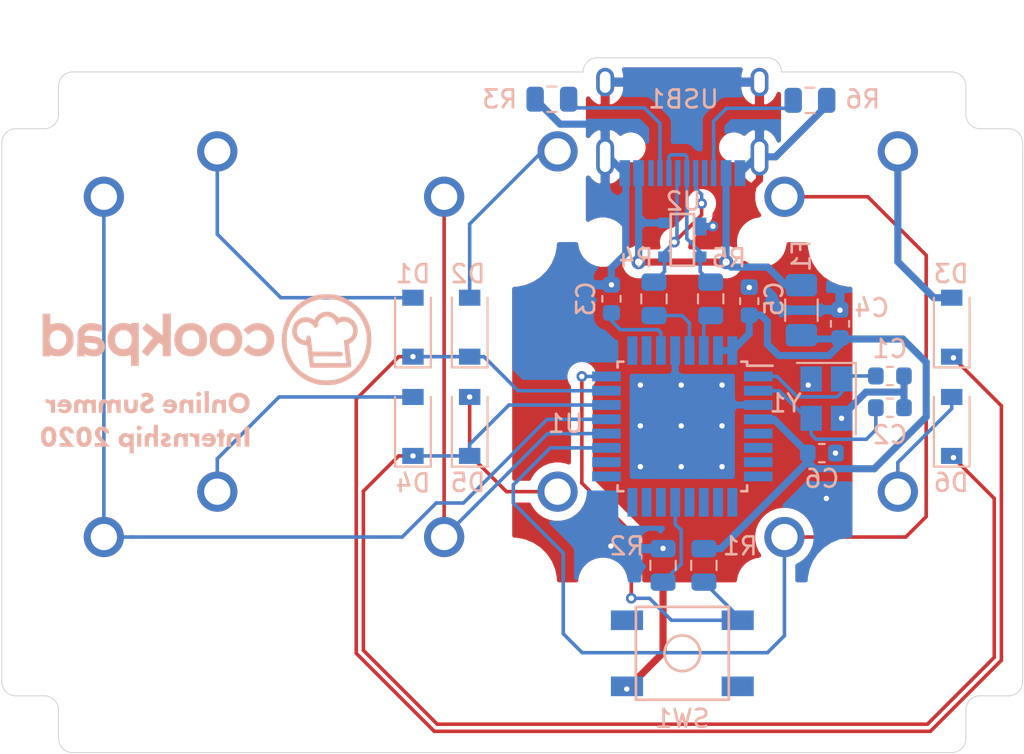
<source format=kicad_pcb>
(kicad_pcb (version 20171130) (host pcbnew "(5.1.5)-3")

  (general
    (thickness 1.6)
    (drawings 80)
    (tracks 274)
    (zones 0)
    (modules 32)
    (nets 43)
  )

  (page A4)
  (layers
    (0 F.Cu signal)
    (31 B.Cu signal)
    (32 B.Adhes user)
    (33 F.Adhes user)
    (34 B.Paste user)
    (35 F.Paste user)
    (36 B.SilkS user)
    (37 F.SilkS user)
    (38 B.Mask user)
    (39 F.Mask user)
    (40 Dwgs.User user)
    (41 Cmts.User user)
    (42 Eco1.User user)
    (43 Eco2.User user)
    (44 Edge.Cuts user)
    (45 Margin user)
    (46 B.CrtYd user)
    (47 F.CrtYd user)
    (48 B.Fab user)
    (49 F.Fab user)
  )

  (setup
    (last_trace_width 0.25)
    (user_trace_width 0.2)
    (user_trace_width 0.4)
    (trace_clearance 0.2)
    (zone_clearance 0.508)
    (zone_45_only no)
    (trace_min 0.15)
    (via_size 0.8)
    (via_drill 0.4)
    (via_min_size 0.6)
    (via_min_drill 0.3)
    (user_via 0.6 0.3)
    (uvia_size 0.3)
    (uvia_drill 0.1)
    (uvias_allowed no)
    (uvia_min_size 0.2)
    (uvia_min_drill 0.1)
    (edge_width 0.05)
    (segment_width 0.2)
    (pcb_text_width 0.3)
    (pcb_text_size 1.5 1.5)
    (mod_edge_width 0.12)
    (mod_text_size 1 1)
    (mod_text_width 0.15)
    (pad_size 1.524 1.524)
    (pad_drill 0.762)
    (pad_to_mask_clearance 0.051)
    (solder_mask_min_width 0.25)
    (aux_axis_origin 0 0)
    (visible_elements 7FFFFFFF)
    (pcbplotparams
      (layerselection 0x010fc_ffffffff)
      (usegerberextensions true)
      (usegerberattributes false)
      (usegerberadvancedattributes false)
      (creategerberjobfile false)
      (excludeedgelayer true)
      (linewidth 0.100000)
      (plotframeref false)
      (viasonmask false)
      (mode 1)
      (useauxorigin false)
      (hpglpennumber 1)
      (hpglpenspeed 20)
      (hpglpendiameter 15.000000)
      (psnegative false)
      (psa4output false)
      (plotreference true)
      (plotvalue true)
      (plotinvisibletext false)
      (padsonsilk false)
      (subtractmaskfromsilk true)
      (outputformat 1)
      (mirror false)
      (drillshape 0)
      (scaleselection 1)
      (outputdirectory "gerber/"))
  )

  (net 0 "")
  (net 1 "Net-(C1-Pad2)")
  (net 2 GND)
  (net 3 "Net-(C2-Pad2)")
  (net 4 "Net-(C3-Pad1)")
  (net 5 +5V)
  (net 6 "Net-(D1-Pad2)")
  (net 7 r0)
  (net 8 "Net-(D2-Pad2)")
  (net 9 "Net-(D3-Pad2)")
  (net 10 "Net-(D4-Pad2)")
  (net 11 r1)
  (net 12 "Net-(D5-Pad2)")
  (net 13 "Net-(D6-Pad2)")
  (net 14 c0)
  (net 15 c1)
  (net 16 c2)
  (net 17 "Net-(R1-Pad1)")
  (net 18 "Net-(R2-Pad2)")
  (net 19 "Net-(R3-Pad2)")
  (net 20 "Net-(R4-Pad2)")
  (net 21 D+)
  (net 22 D-)
  (net 23 "Net-(R5-Pad2)")
  (net 24 "Net-(R6-Pad2)")
  (net 25 "Net-(U1-Pad5)")
  (net 26 "Net-(U1-Pad6)")
  (net 27 "Net-(U1-Pad7)")
  (net 28 "Net-(U1-Pad8)")
  (net 29 "Net-(U1-Pad9)")
  (net 30 "Net-(U1-Pad10)")
  (net 31 "Net-(U1-Pad11)")
  (net 32 "Net-(U1-Pad12)")
  (net 33 "Net-(U1-Pad14)")
  (net 34 "Net-(U1-Pad15)")
  (net 35 "Net-(U1-Pad16)")
  (net 36 "Net-(U1-Pad17)")
  (net 37 "Net-(U1-Pad18)")
  (net 38 "Net-(U1-Pad25)")
  (net 39 "Net-(U1-Pad26)")
  (net 40 VCC)
  (net 41 "Net-(USB1-Pad9)")
  (net 42 "Net-(USB1-Pad3)")

  (net_class Default "これはデフォルトのネット クラスです。"
    (clearance 0.2)
    (trace_width 0.25)
    (via_dia 0.8)
    (via_drill 0.4)
    (uvia_dia 0.3)
    (uvia_drill 0.1)
    (add_net +5V)
    (add_net D+)
    (add_net D-)
    (add_net GND)
    (add_net "Net-(C1-Pad2)")
    (add_net "Net-(C2-Pad2)")
    (add_net "Net-(C3-Pad1)")
    (add_net "Net-(D1-Pad2)")
    (add_net "Net-(D2-Pad2)")
    (add_net "Net-(D3-Pad2)")
    (add_net "Net-(D4-Pad2)")
    (add_net "Net-(D5-Pad2)")
    (add_net "Net-(D6-Pad2)")
    (add_net "Net-(R1-Pad1)")
    (add_net "Net-(R2-Pad2)")
    (add_net "Net-(R3-Pad2)")
    (add_net "Net-(R4-Pad2)")
    (add_net "Net-(R5-Pad2)")
    (add_net "Net-(R6-Pad2)")
    (add_net "Net-(U1-Pad10)")
    (add_net "Net-(U1-Pad11)")
    (add_net "Net-(U1-Pad12)")
    (add_net "Net-(U1-Pad14)")
    (add_net "Net-(U1-Pad15)")
    (add_net "Net-(U1-Pad16)")
    (add_net "Net-(U1-Pad17)")
    (add_net "Net-(U1-Pad18)")
    (add_net "Net-(U1-Pad25)")
    (add_net "Net-(U1-Pad26)")
    (add_net "Net-(U1-Pad5)")
    (add_net "Net-(U1-Pad6)")
    (add_net "Net-(U1-Pad7)")
    (add_net "Net-(U1-Pad8)")
    (add_net "Net-(U1-Pad9)")
    (add_net "Net-(USB1-Pad3)")
    (add_net "Net-(USB1-Pad9)")
    (add_net VCC)
    (add_net c0)
    (add_net c1)
    (add_net c2)
    (add_net r0)
    (add_net r1)
  )

  (module Cookpad:internship (layer B.Cu) (tedit 0) (tstamp 5ED693BB)
    (at 47.72025 51.33975 180)
    (fp_text reference G*** (at 0 0) (layer B.SilkS) hide
      (effects (font (size 1.524 1.524) (thickness 0.3)) (justify mirror))
    )
    (fp_text value LOGO (at 0.75 0) (layer B.SilkS) hide
      (effects (font (size 1.524 1.524) (thickness 0.3)) (justify mirror))
    )
    (fp_poly (pts (xy 1.182103 -0.630154) (xy 1.297402 -0.672299) (xy 1.395368 -0.749041) (xy 1.443995 -0.818004)
      (xy 1.488498 -0.953052) (xy 1.487006 -1.087667) (xy 1.445151 -1.211306) (xy 1.368566 -1.313427)
      (xy 1.262882 -1.383486) (xy 1.133731 -1.41094) (xy 1.127227 -1.411005) (xy 1.042685 -1.39956)
      (xy 0.97476 -1.371671) (xy 0.972005 -1.369675) (xy 0.921643 -1.33719) (xy 0.896056 -1.327342)
      (xy 0.885942 -1.352806) (xy 0.878459 -1.420987) (xy 0.874983 -1.518171) (xy 0.874889 -1.538111)
      (xy 0.874889 -1.749778) (xy 0.649111 -1.749778) (xy 0.649111 -1.016) (xy 0.874889 -1.016)
      (xy 0.898278 -1.101928) (xy 0.957895 -1.163882) (xy 1.03792 -1.196132) (xy 1.122529 -1.192949)
      (xy 1.195899 -1.148606) (xy 1.2065 -1.136061) (xy 1.242754 -1.048157) (xy 1.233141 -0.956587)
      (xy 1.183872 -0.87897) (xy 1.101164 -0.832927) (xy 1.099445 -0.832505) (xy 1.014918 -0.838062)
      (xy 0.938075 -0.8848) (xy 0.88652 -0.958335) (xy 0.874889 -1.016) (xy 0.649111 -1.016)
      (xy 0.649111 -0.649111) (xy 0.759648 -0.649111) (xy 0.832675 -0.656852) (xy 0.877052 -0.676094)
      (xy 0.88136 -0.682637) (xy 0.905192 -0.697277) (xy 0.958114 -0.67022) (xy 0.960548 -0.668526)
      (xy 1.064731 -0.627323) (xy 1.182103 -0.630154)) (layer B.SilkS) (width 0.01))
    (fp_poly (pts (xy -3.431866 -0.640567) (xy -3.373844 -0.660865) (xy -3.264323 -0.73512) (xy -3.194033 -0.84993)
      (xy -3.170017 -0.942459) (xy -3.153504 -1.044222) (xy -3.425307 -1.044222) (xy -3.550983 -1.045073)
      (xy -3.630612 -1.049049) (xy -3.674583 -1.058283) (xy -3.693285 -1.074906) (xy -3.697111 -1.100016)
      (xy -3.675058 -1.15409) (xy -3.623037 -1.204345) (xy -3.568157 -1.23502) (xy -3.524701 -1.234671)
      (xy -3.465527 -1.204996) (xy -3.383609 -1.171854) (xy -3.298691 -1.158136) (xy -3.230791 -1.165437)
      (xy -3.203932 -1.184185) (xy -3.204689 -1.230305) (xy -3.240003 -1.29021) (xy -3.298212 -1.345285)
      (xy -3.309632 -1.352883) (xy -3.406643 -1.388921) (xy -3.53048 -1.402763) (xy -3.655819 -1.393805)
      (xy -3.753556 -1.363453) (xy -3.836074 -1.300384) (xy -3.89967 -1.217469) (xy -3.901678 -1.213555)
      (xy -3.947085 -1.070129) (xy -3.943151 -0.934836) (xy -3.912702 -0.855885) (xy -3.691057 -0.855885)
      (xy -3.685313 -0.882806) (xy -3.62685 -0.898901) (xy -3.541889 -0.903111) (xy -3.456873 -0.899398)
      (xy -3.400493 -0.889821) (xy -3.386667 -0.880533) (xy -3.410855 -0.830089) (xy -3.471862 -0.799691)
      (xy -3.552346 -0.793479) (xy -3.63497 -0.815594) (xy -3.642522 -0.819437) (xy -3.691057 -0.855885)
      (xy -3.912702 -0.855885) (xy -3.896976 -0.81511) (xy -3.815661 -0.718387) (xy -3.706304 -0.652099)
      (xy -3.576006 -0.623681) (xy -3.431866 -0.640567)) (layer B.SilkS) (width 0.01))
    (fp_poly (pts (xy -1.01853 -0.634444) (xy -0.940498 -0.660718) (xy -0.913795 -0.698307) (xy -0.933429 -0.754784)
      (xy -0.936217 -0.759331) (xy -0.983317 -0.800494) (xy -1.06249 -0.810274) (xy -1.071228 -0.809868)
      (xy -1.145751 -0.816395) (xy -1.171299 -0.841539) (xy -1.148595 -0.877159) (xy -1.078365 -0.915119)
      (xy -1.061299 -0.921376) (xy -0.960138 -0.962942) (xy -0.903131 -1.008285) (xy -0.878737 -1.070367)
      (xy -0.874889 -1.13077) (xy -0.897432 -1.252571) (xy -0.963959 -1.339501) (xy -1.072819 -1.389904)
      (xy -1.144661 -1.401057) (xy -1.277778 -1.396496) (xy -1.373511 -1.362154) (xy -1.431149 -1.326186)
      (xy -1.446704 -1.2948) (xy -1.42827 -1.246728) (xy -1.421998 -1.234722) (xy -1.381327 -1.173024)
      (xy -1.344702 -1.161041) (xy -1.307305 -1.187539) (xy -1.257797 -1.207577) (xy -1.190078 -1.206681)
      (xy -1.130687 -1.188007) (xy -1.107413 -1.163765) (xy -1.123565 -1.131076) (xy -1.180798 -1.093788)
      (xy -1.204014 -1.083343) (xy -1.317712 -1.026057) (xy -1.383493 -0.96426) (xy -1.409711 -0.889012)
      (xy -1.411111 -0.861725) (xy -1.385988 -0.761322) (xy -1.317454 -0.684348) (xy -1.215767 -0.63674)
      (xy -1.091182 -0.624436) (xy -1.01853 -0.634444)) (layer B.SilkS) (width 0.01))
    (fp_poly (pts (xy 3.537346 -0.273342) (xy 3.661556 -0.334815) (xy 3.762272 -0.447413) (xy 3.781626 -0.479778)
      (xy 3.819508 -0.557944) (xy 3.841068 -0.635857) (xy 3.850402 -0.734097) (xy 3.851845 -0.832555)
      (xy 3.834122 -1.03447) (xy 3.782339 -1.194183) (xy 3.697127 -1.310063) (xy 3.654008 -1.343655)
      (xy 3.536559 -1.391149) (xy 3.400801 -1.40215) (xy 3.272503 -1.375418) (xy 3.245707 -1.363262)
      (xy 3.131816 -1.273991) (xy 3.054363 -1.142377) (xy 3.013137 -0.967956) (xy 3.005667 -0.832555)
      (xy 3.005854 -0.830365) (xy 3.250416 -0.830365) (xy 3.261619 -0.964445) (xy 3.29353 -1.077895)
      (xy 3.311894 -1.112302) (xy 3.376072 -1.172918) (xy 3.44774 -1.181395) (xy 3.51702 -1.139302)
      (xy 3.563012 -1.072444) (xy 3.593372 -0.981764) (xy 3.610739 -0.871722) (xy 3.612357 -0.832555)
      (xy 3.601899 -0.724801) (xy 3.575576 -0.622442) (xy 3.563012 -0.592666) (xy 3.519797 -0.524859)
      (xy 3.469579 -0.497266) (xy 3.429 -0.493889) (xy 3.365094 -0.505001) (xy 3.319244 -0.548049)
      (xy 3.293419 -0.592666) (xy 3.260742 -0.698742) (xy 3.250416 -0.830365) (xy 3.005854 -0.830365)
      (xy 3.023043 -0.629338) (xy 3.075191 -0.470563) (xy 3.162139 -0.356188) (xy 3.283916 -0.286171)
      (xy 3.390498 -0.263468) (xy 3.537346 -0.273342)) (layer B.SilkS) (width 0.01))
    (fp_poly (pts (xy 5.512901 -0.273342) (xy 5.637112 -0.334815) (xy 5.737828 -0.447413) (xy 5.757182 -0.479778)
      (xy 5.795064 -0.557944) (xy 5.816624 -0.635857) (xy 5.825957 -0.734097) (xy 5.8274 -0.832555)
      (xy 5.809678 -1.03447) (xy 5.757895 -1.194183) (xy 5.672682 -1.310063) (xy 5.629563 -1.343655)
      (xy 5.512114 -1.391149) (xy 5.376356 -1.40215) (xy 5.248059 -1.375418) (xy 5.221262 -1.363262)
      (xy 5.107372 -1.273991) (xy 5.029919 -1.142377) (xy 4.988692 -0.967956) (xy 4.981222 -0.832555)
      (xy 4.981409 -0.830365) (xy 5.225971 -0.830365) (xy 5.237174 -0.964445) (xy 5.269086 -1.077895)
      (xy 5.28745 -1.112302) (xy 5.351628 -1.172918) (xy 5.423295 -1.181395) (xy 5.492576 -1.139302)
      (xy 5.538567 -1.072444) (xy 5.568927 -0.981764) (xy 5.586295 -0.871722) (xy 5.587912 -0.832555)
      (xy 5.577455 -0.724801) (xy 5.551131 -0.622442) (xy 5.538567 -0.592666) (xy 5.495353 -0.524859)
      (xy 5.445135 -0.497266) (xy 5.404556 -0.493889) (xy 5.340649 -0.505001) (xy 5.2948 -0.548049)
      (xy 5.268974 -0.592666) (xy 5.236297 -0.698742) (xy 5.225971 -0.830365) (xy 4.981409 -0.830365)
      (xy 4.998598 -0.629338) (xy 5.050746 -0.470563) (xy 5.137695 -0.356188) (xy 5.259472 -0.286171)
      (xy 5.366054 -0.263468) (xy 5.512901 -0.273342)) (layer B.SilkS) (width 0.01))
    (fp_poly (pts (xy -5.559778 -1.382889) (xy -5.813778 -1.382889) (xy -5.813778 -0.282222) (xy -5.559778 -0.282222)
      (xy -5.559778 -1.382889)) (layer B.SilkS) (width 0.01))
    (fp_poly (pts (xy -4.796089 -0.631637) (xy -4.689401 -0.673696) (xy -4.635544 -0.719495) (xy -4.606632 -0.758509)
      (xy -4.588052 -0.803209) (xy -4.577573 -0.866529) (xy -4.572967 -0.961402) (xy -4.572 -1.088129)
      (xy -4.572 -1.382889) (xy -4.797778 -1.382889) (xy -4.797778 -1.16339) (xy -4.805711 -1.007474)
      (xy -4.83091 -0.90159) (xy -4.875474 -0.841404) (xy -4.941501 -0.82258) (xy -4.962131 -0.823888)
      (xy -5.02927 -0.850849) (xy -5.074514 -0.916774) (xy -5.099985 -1.026831) (xy -5.107806 -1.178278)
      (xy -5.108222 -1.382889) (xy -5.334 -1.382889) (xy -5.334 -0.649111) (xy -5.223463 -0.649111)
      (xy -5.150527 -0.656623) (xy -5.106333 -0.675297) (xy -5.102076 -0.681661) (xy -5.075188 -0.693994)
      (xy -5.01467 -0.664051) (xy -5.014462 -0.663914) (xy -4.911798 -0.627297) (xy -4.796089 -0.631637)) (layer B.SilkS) (width 0.01))
    (fp_poly (pts (xy -4.148667 -0.536222) (xy -4.144816 -0.608954) (xy -4.126651 -0.641281) (xy -4.084256 -0.649071)
      (xy -4.078111 -0.649111) (xy -4.030397 -0.656491) (xy -4.010864 -0.689701) (xy -4.007556 -0.747889)
      (xy -4.012827 -0.814688) (xy -4.036549 -0.842034) (xy -4.078111 -0.846666) (xy -4.110797 -0.848528)
      (xy -4.131411 -0.861162) (xy -4.142737 -0.895142) (xy -4.147555 -0.961039) (xy -4.148649 -1.069426)
      (xy -4.148667 -1.114778) (xy -4.148667 -1.382889) (xy -4.374444 -1.382889) (xy -4.374444 -1.114778)
      (xy -4.37596 -0.986971) (xy -4.381501 -0.906091) (xy -4.392562 -0.862673) (xy -4.410638 -0.847256)
      (xy -4.416778 -0.846666) (xy -4.448088 -0.825247) (xy -4.459035 -0.756885) (xy -4.459111 -0.747889)
      (xy -4.449931 -0.674831) (xy -4.420633 -0.649289) (xy -4.416778 -0.649111) (xy -4.387342 -0.63047)
      (xy -4.375213 -0.568677) (xy -4.374444 -0.536222) (xy -4.374444 -0.423333) (xy -4.148667 -0.423333)
      (xy -4.148667 -0.536222)) (layer B.SilkS) (width 0.01))
    (fp_poly (pts (xy -2.505526 -0.629508) (xy -2.484874 -0.664819) (xy -2.483556 -0.689136) (xy -2.493534 -0.779794)
      (xy -2.526149 -0.823003) (xy -2.577931 -0.826193) (xy -2.647989 -0.835008) (xy -2.707915 -0.868065)
      (xy -2.742193 -0.902868) (xy -2.764071 -0.949109) (xy -2.777587 -1.021141) (xy -2.786775 -1.133313)
      (xy -2.787913 -1.152466) (xy -2.801252 -1.382889) (xy -3.019778 -1.382889) (xy -3.019778 -0.649111)
      (xy -2.906889 -0.649111) (xy -2.829628 -0.655565) (xy -2.796978 -0.677717) (xy -2.794 -0.693493)
      (xy -2.786762 -0.717964) (xy -2.757465 -0.707348) (xy -2.719638 -0.679381) (xy -2.642145 -0.637613)
      (xy -2.564416 -0.620889) (xy -2.505526 -0.629508)) (layer B.SilkS) (width 0.01))
    (fp_poly (pts (xy -1.832756 -0.631637) (xy -1.726067 -0.673696) (xy -1.672211 -0.719495) (xy -1.643299 -0.758509)
      (xy -1.624718 -0.803209) (xy -1.61424 -0.866529) (xy -1.609634 -0.961402) (xy -1.608667 -1.088129)
      (xy -1.608667 -1.382889) (xy -1.834444 -1.382889) (xy -1.834444 -1.16339) (xy -1.842378 -1.007474)
      (xy -1.867577 -0.90159) (xy -1.91214 -0.841404) (xy -1.978168 -0.82258) (xy -1.998797 -0.823888)
      (xy -2.065937 -0.850849) (xy -2.111181 -0.916774) (xy -2.136652 -1.026831) (xy -2.144473 -1.178278)
      (xy -2.144889 -1.382889) (xy -2.370667 -1.382889) (xy -2.370667 -0.649111) (xy -2.26013 -0.649111)
      (xy -2.187194 -0.656623) (xy -2.143 -0.675297) (xy -2.138742 -0.681661) (xy -2.111855 -0.693994)
      (xy -2.051337 -0.664051) (xy -2.051128 -0.663914) (xy -1.948465 -0.627297) (xy -1.832756 -0.631637)) (layer B.SilkS) (width 0.01))
    (fp_poly (pts (xy -0.479778 -0.707005) (xy -0.396513 -0.663947) (xy -0.26948 -0.622854) (xy -0.154428 -0.636561)
      (xy -0.054274 -0.703384) (xy -0.017578 -0.74238) (xy 0.006218 -0.779812) (xy 0.019904 -0.828574)
      (xy 0.026275 -0.901565) (xy 0.028122 -1.011679) (xy 0.028222 -1.084384) (xy 0.028222 -1.382889)
      (xy -0.197556 -1.382889) (xy -0.197556 -1.16339) (xy -0.206894 -1.0028) (xy -0.235502 -0.893391)
      (xy -0.284274 -0.832974) (xy -0.338251 -0.818444) (xy -0.401603 -0.831408) (xy -0.444069 -0.875185)
      (xy -0.468825 -0.957101) (xy -0.479045 -1.084482) (xy -0.479778 -1.145016) (xy -0.479778 -1.382889)
      (xy -0.705556 -1.382889) (xy -0.705556 -0.169333) (xy -0.479778 -0.169333) (xy -0.479778 -0.707005)) (layer B.SilkS) (width 0.01))
    (fp_poly (pts (xy 0.451556 -1.382889) (xy 0.225778 -1.382889) (xy 0.225778 -0.649111) (xy 0.451556 -0.649111)
      (xy 0.451556 -1.382889)) (layer B.SilkS) (width 0.01))
    (fp_poly (pts (xy 2.523406 -0.26662) (xy 2.641724 -0.313448) (xy 2.735797 -0.391613) (xy 2.79829 -0.494199)
      (xy 2.821864 -0.614291) (xy 2.799186 -0.744973) (xy 2.776362 -0.797042) (xy 2.733355 -0.862913)
      (xy 2.665189 -0.949455) (xy 2.588824 -1.035529) (xy 2.447146 -1.185333) (xy 2.822222 -1.185333)
      (xy 2.822222 -1.382889) (xy 1.993939 -1.382889) (xy 2.049924 -1.319389) (xy 2.093675 -1.270176)
      (xy 2.163106 -1.192529) (xy 2.246125 -1.099957) (xy 2.283525 -1.058333) (xy 2.420793 -0.893952)
      (xy 2.510999 -0.758173) (xy 2.554915 -0.649633) (xy 2.556018 -0.576104) (xy 2.515581 -0.50226)
      (xy 2.451907 -0.46934) (xy 2.380383 -0.477106) (xy 2.316394 -0.525323) (xy 2.285348 -0.580271)
      (xy 2.257738 -0.626097) (xy 2.209063 -0.645739) (xy 2.145587 -0.649111) (xy 2.072192 -0.644958)
      (xy 2.039519 -0.626732) (xy 2.032105 -0.58578) (xy 2.032105 -0.585611) (xy 2.055806 -0.490819)
      (xy 2.116644 -0.394913) (xy 2.199658 -0.318501) (xy 2.243378 -0.294635) (xy 2.388178 -0.258044)
      (xy 2.523406 -0.26662)) (layer B.SilkS) (width 0.01))
    (fp_poly (pts (xy 4.498961 -0.26662) (xy 4.61728 -0.313448) (xy 4.711353 -0.391613) (xy 4.773845 -0.494199)
      (xy 4.79742 -0.614291) (xy 4.774741 -0.744973) (xy 4.751918 -0.797042) (xy 4.708911 -0.862913)
      (xy 4.640744 -0.949455) (xy 4.564379 -1.035529) (xy 4.422701 -1.185333) (xy 4.797778 -1.185333)
      (xy 4.797778 -1.382889) (xy 3.969494 -1.382889) (xy 4.025479 -1.319389) (xy 4.069231 -1.270176)
      (xy 4.138661 -1.192529) (xy 4.22168 -1.099957) (xy 4.25908 -1.058333) (xy 4.396348 -0.893952)
      (xy 4.486555 -0.758173) (xy 4.53047 -0.649633) (xy 4.531573 -0.576104) (xy 4.491137 -0.50226)
      (xy 4.427463 -0.46934) (xy 4.355938 -0.477106) (xy 4.291949 -0.525323) (xy 4.260903 -0.580271)
      (xy 4.233293 -0.626097) (xy 4.184619 -0.645739) (xy 4.121143 -0.649111) (xy 4.047748 -0.644958)
      (xy 4.015075 -0.626732) (xy 4.007661 -0.58578) (xy 4.007661 -0.585611) (xy 4.031362 -0.490819)
      (xy 4.0922 -0.394913) (xy 4.175214 -0.318501) (xy 4.218934 -0.294635) (xy 4.363734 -0.258044)
      (xy 4.498961 -0.26662)) (layer B.SilkS) (width 0.01))
    (fp_poly (pts (xy 0.375809 -0.207842) (xy 0.44376 -0.24894) (xy 0.473081 -0.316827) (xy 0.458534 -0.392788)
      (xy 0.436415 -0.42447) (xy 0.372865 -0.472599) (xy 0.31073 -0.467212) (xy 0.254 -0.423333)
      (xy 0.208008 -0.367478) (xy 0.204932 -0.320257) (xy 0.244146 -0.259208) (xy 0.249238 -0.252872)
      (xy 0.30369 -0.207227) (xy 0.369601 -0.206354) (xy 0.375809 -0.207842)) (layer B.SilkS) (width 0.01))
    (fp_poly (pts (xy -5.082916 1.61269) (xy -4.98048 1.56811) (xy -4.967111 1.561313) (xy -4.868432 1.503407)
      (xy -4.801856 1.440345) (xy -4.745561 1.350298) (xy -4.734278 1.32844) (xy -4.67233 1.168205)
      (xy -4.659998 1.020128) (xy -4.697317 0.869385) (xy -4.735644 0.78639) (xy -4.81207 0.667962)
      (xy -4.902532 0.587775) (xy -4.933032 0.569478) (xy -5.071019 0.516881) (xy -5.230705 0.491924)
      (xy -5.385268 0.497642) (xy -5.446889 0.511298) (xy -5.604682 0.585729) (xy -5.725132 0.699469)
      (xy -5.804068 0.84616) (xy -5.837319 1.019443) (xy -5.83682 1.058754) (xy -5.573889 1.058754)
      (xy -5.567883 0.956817) (xy -5.545008 0.887066) (xy -5.503333 0.831743) (xy -5.412015 0.752423)
      (xy -5.317619 0.717756) (xy -5.209635 0.717919) (xy -5.091022 0.755428) (xy -5.01208 0.816895)
      (xy -4.955418 0.884271) (xy -4.930078 0.953301) (xy -4.924778 1.038951) (xy -4.94663 1.184761)
      (xy -5.012337 1.295133) (xy -5.12213 1.370439) (xy -5.129091 1.37342) (xy -5.260933 1.402043)
      (xy -5.383504 1.37524) (xy -5.491334 1.296018) (xy -5.54205 1.233676) (xy -5.566645 1.169212)
      (xy -5.573787 1.077716) (xy -5.573889 1.058754) (xy -5.83682 1.058754) (xy -5.836234 1.104838)
      (xy -5.798369 1.280231) (xy -5.715149 1.424888) (xy -5.591051 1.534588) (xy -5.430549 1.605107)
      (xy -5.279041 1.63047) (xy -5.17258 1.631291) (xy -5.082916 1.61269)) (layer B.SilkS) (width 0.01))
    (fp_poly (pts (xy -1.258755 1.250322) (xy -1.200733 1.230024) (xy -1.091212 1.155769) (xy -1.020922 1.040959)
      (xy -0.996906 0.94843) (xy -0.980393 0.846667) (xy -1.252196 0.846667) (xy -1.377872 0.845816)
      (xy -1.4575 0.84184) (xy -1.501472 0.832606) (xy -1.520174 0.815983) (xy -1.524 0.790873)
      (xy -1.501947 0.736799) (xy -1.449925 0.686544) (xy -1.395046 0.655869) (xy -1.35159 0.656218)
      (xy -1.292416 0.685893) (xy -1.210498 0.719035) (xy -1.12558 0.732752) (xy -1.05768 0.725452)
      (xy -1.030821 0.706704) (xy -1.031578 0.660584) (xy -1.066892 0.600679) (xy -1.125101 0.545603)
      (xy -1.136521 0.538006) (xy -1.233531 0.501968) (xy -1.357369 0.488126) (xy -1.482708 0.497084)
      (xy -1.580444 0.527436) (xy -1.662963 0.590505) (xy -1.726559 0.67342) (xy -1.728567 0.677334)
      (xy -1.773974 0.82076) (xy -1.77004 0.956053) (xy -1.739591 1.035004) (xy -1.517946 1.035004)
      (xy -1.512202 1.008083) (xy -1.453739 0.991988) (xy -1.368778 0.987778) (xy -1.283762 0.991491)
      (xy -1.227382 1.001068) (xy -1.213556 1.010356) (xy -1.237744 1.0608) (xy -1.298751 1.091198)
      (xy -1.379235 1.09741) (xy -1.461859 1.075295) (xy -1.469411 1.071452) (xy -1.517946 1.035004)
      (xy -1.739591 1.035004) (xy -1.723865 1.075778) (xy -1.64255 1.172502) (xy -1.533193 1.23879)
      (xy -1.402895 1.267208) (xy -1.258755 1.250322)) (layer B.SilkS) (width 0.01))
    (fp_poly (pts (xy 0.012082 1.62257) (xy 0.112318 1.591491) (xy 0.181351 1.561283) (xy 0.221576 1.538678)
      (xy 0.225778 1.533646) (xy 0.214152 1.501538) (xy 0.187142 1.44665) (xy 0.15655 1.391177)
      (xy 0.134178 1.357316) (xy 0.130611 1.354667) (xy 0.101917 1.365937) (xy 0.04381 1.393474)
      (xy 0.035704 1.397498) (xy -0.050386 1.422443) (xy -0.126884 1.414729) (xy -0.17907 1.379214)
      (xy -0.192457 1.322226) (xy -0.183227 1.285667) (xy -0.161118 1.256367) (xy -0.115468 1.226951)
      (xy -0.035615 1.190043) (xy 0.050768 1.153981) (xy 0.166745 1.092958) (xy 0.235851 1.022264)
      (xy 0.244368 1.007338) (xy 0.274021 0.896401) (xy 0.266347 0.769336) (xy 0.223436 0.650416)
      (xy 0.212013 0.631568) (xy 0.12942 0.552845) (xy 0.012716 0.501911) (xy -0.121287 0.482206)
      (xy -0.255776 0.497172) (xy -0.324556 0.521753) (xy -0.401587 0.563271) (xy -0.461052 0.603156)
      (xy -0.49247 0.633356) (xy -0.493565 0.663337) (xy -0.462434 0.712898) (xy -0.448689 0.731619)
      (xy -0.404819 0.787337) (xy -0.376272 0.81697) (xy -0.373089 0.818445) (xy -0.345406 0.802847)
      (xy -0.293754 0.765001) (xy -0.289923 0.762) (xy -0.198377 0.716215) (xy -0.102845 0.709775)
      (xy -0.023331 0.743455) (xy -0.014717 0.751315) (xy 0.020145 0.804831) (xy 0.010109 0.856142)
      (xy -0.048111 0.910041) (xy -0.157798 0.971322) (xy -0.169333 0.976897) (xy -0.297711 1.04317)
      (xy -0.381276 1.100883) (xy -0.428771 1.159313) (xy -0.448937 1.227733) (xy -0.451556 1.27634)
      (xy -0.428231 1.417512) (xy -0.363037 1.526728) (xy -0.263141 1.59998) (xy -0.135712 1.633263)
      (xy 0.012082 1.62257)) (layer B.SilkS) (width 0.01))
    (fp_poly (pts (xy 0.649111 1.02228) (xy 0.657488 0.866219) (xy 0.683977 0.759738) (xy 0.730615 0.698307)
      (xy 0.799441 0.677398) (xy 0.804333 0.677334) (xy 0.874559 0.695949) (xy 0.922474 0.754815)
      (xy 0.950118 0.858458) (xy 0.959526 1.011408) (xy 0.959556 1.02228) (xy 0.959556 1.241778)
      (xy 1.185333 1.241778) (xy 1.184917 0.980722) (xy 1.180743 0.846342) (xy 1.169764 0.734205)
      (xy 1.15362 0.659573) (xy 1.149247 0.649111) (xy 1.079834 0.568633) (xy 0.973327 0.512821)
      (xy 0.844999 0.485277) (xy 0.710124 0.489604) (xy 0.603343 0.520331) (xy 0.527066 0.561935)
      (xy 0.475318 0.615646) (xy 0.443708 0.692332) (xy 0.427846 0.802859) (xy 0.423339 0.958093)
      (xy 0.423333 0.965835) (xy 0.423333 1.241778) (xy 0.649111 1.241778) (xy 0.649111 1.02228)) (layer B.SilkS) (width 0.01))
    (fp_poly (pts (xy 4.63969 1.250322) (xy 4.697711 1.230024) (xy 4.807232 1.155769) (xy 4.877522 1.040959)
      (xy 4.901538 0.94843) (xy 4.918052 0.846667) (xy 4.646248 0.846667) (xy 4.520573 0.845816)
      (xy 4.440944 0.84184) (xy 4.396973 0.832606) (xy 4.37827 0.815983) (xy 4.374444 0.790873)
      (xy 4.396497 0.736799) (xy 4.448519 0.686544) (xy 4.503399 0.655869) (xy 4.546855 0.656218)
      (xy 4.606028 0.685893) (xy 4.687946 0.719035) (xy 4.772864 0.732752) (xy 4.840764 0.725452)
      (xy 4.867624 0.706704) (xy 4.866867 0.660584) (xy 4.831553 0.600679) (xy 4.773344 0.545603)
      (xy 4.761924 0.538006) (xy 4.664913 0.501968) (xy 4.541076 0.488126) (xy 4.415736 0.497084)
      (xy 4.318 0.527436) (xy 4.235481 0.590505) (xy 4.171886 0.67342) (xy 4.169877 0.677334)
      (xy 4.124471 0.82076) (xy 4.128405 0.956053) (xy 4.158853 1.035004) (xy 4.380498 1.035004)
      (xy 4.386243 1.008083) (xy 4.444706 0.991988) (xy 4.529667 0.987778) (xy 4.614682 0.991491)
      (xy 4.671063 1.001068) (xy 4.684889 1.010356) (xy 4.6607 1.0608) (xy 4.599694 1.091198)
      (xy 4.519209 1.09741) (xy 4.436586 1.075295) (xy 4.429033 1.071452) (xy 4.380498 1.035004)
      (xy 4.158853 1.035004) (xy 4.174579 1.075778) (xy 4.255895 1.172502) (xy 4.365251 1.23879)
      (xy 4.49555 1.267208) (xy 4.63969 1.250322)) (layer B.SilkS) (width 0.01))
    (fp_poly (pts (xy -3.977645 1.259252) (xy -3.870956 1.217193) (xy -3.8171 1.171394) (xy -3.788188 1.13238)
      (xy -3.769607 1.08768) (xy -3.759129 1.02436) (xy -3.754523 0.929487) (xy -3.753556 0.80276)
      (xy -3.753556 0.508) (xy -3.979333 0.508) (xy -3.979333 0.727498) (xy -3.987267 0.883415)
      (xy -4.012466 0.989298) (xy -4.057029 1.049485) (xy -4.123056 1.068309) (xy -4.143686 1.067)
      (xy -4.210826 1.04004) (xy -4.25607 0.974114) (xy -4.281541 0.864058) (xy -4.289362 0.712611)
      (xy -4.289778 0.508) (xy -4.515556 0.508) (xy -4.515556 1.241778) (xy -4.405019 1.241778)
      (xy -4.332083 1.234266) (xy -4.287889 1.215592) (xy -4.283631 1.209228) (xy -4.256744 1.196895)
      (xy -4.196226 1.226838) (xy -4.196017 1.226975) (xy -4.093354 1.263591) (xy -3.977645 1.259252)) (layer B.SilkS) (width 0.01))
    (fp_poly (pts (xy -3.330222 0.508) (xy -3.556 0.508) (xy -3.556 1.721556) (xy -3.330222 1.721556)
      (xy -3.330222 0.508)) (layer B.SilkS) (width 0.01))
    (fp_poly (pts (xy -2.878667 0.508) (xy -3.104444 0.508) (xy -3.104444 1.241778) (xy -2.878667 1.241778)
      (xy -2.878667 0.508)) (layer B.SilkS) (width 0.01))
    (fp_poly (pts (xy -2.1432 1.259252) (xy -2.036512 1.217193) (xy -1.982655 1.171394) (xy -1.953743 1.13238)
      (xy -1.935163 1.08768) (xy -1.924684 1.02436) (xy -1.920078 0.929487) (xy -1.919111 0.80276)
      (xy -1.919111 0.508) (xy -2.144889 0.508) (xy -2.144889 0.727498) (xy -2.152822 0.883415)
      (xy -2.178021 0.989298) (xy -2.222585 1.049485) (xy -2.288612 1.068309) (xy -2.309242 1.067)
      (xy -2.376381 1.04004) (xy -2.421625 0.974114) (xy -2.447097 0.864058) (xy -2.454917 0.712611)
      (xy -2.455333 0.508) (xy -2.681111 0.508) (xy -2.681111 1.241778) (xy -2.570574 1.241778)
      (xy -2.497638 1.234266) (xy -2.453444 1.215592) (xy -2.449187 1.209228) (xy -2.4223 1.196895)
      (xy -2.361781 1.226838) (xy -2.361573 1.226975) (xy -2.25891 1.263591) (xy -2.1432 1.259252)) (layer B.SilkS) (width 0.01))
    (fp_poly (pts (xy 1.911291 1.255101) (xy 1.988394 1.219338) (xy 2.034952 1.179028) (xy 2.067122 1.175666)
      (xy 2.126618 1.199297) (xy 2.14784 1.211369) (xy 2.27448 1.263671) (xy 2.391281 1.261339)
      (xy 2.495638 1.204543) (xy 2.513949 1.187505) (xy 2.550645 1.148509) (xy 2.57444 1.111077)
      (xy 2.588127 1.062314) (xy 2.594498 0.989324) (xy 2.596345 0.87921) (xy 2.596444 0.806505)
      (xy 2.596444 0.508) (xy 2.370667 0.508) (xy 2.370281 0.712611) (xy 2.367046 0.856948)
      (xy 2.356017 0.95478) (xy 2.334245 1.015837) (xy 2.29878 1.04985) (xy 2.264125 1.062804)
      (xy 2.201367 1.065415) (xy 2.157911 1.032716) (xy 2.131165 0.95908) (xy 2.118541 0.838878)
      (xy 2.116667 0.742495) (xy 2.116667 0.508) (xy 1.890889 0.508) (xy 1.890503 0.712611)
      (xy 1.88721 0.857272) (xy 1.876063 0.955343) (xy 1.854192 1.016458) (xy 1.818728 1.050252)
      (xy 1.78635 1.062301) (xy 1.718025 1.066036) (xy 1.669321 1.033813) (xy 1.637187 0.960087)
      (xy 1.618573 0.839313) (xy 1.612826 0.746893) (xy 1.602874 0.508) (xy 1.382889 0.508)
      (xy 1.382889 1.241778) (xy 1.495778 1.241778) (xy 1.566467 1.235358) (xy 1.605787 1.219321)
      (xy 1.608667 1.212831) (xy 1.630012 1.204042) (xy 1.684194 1.223051) (xy 1.691932 1.226942)
      (xy 1.768953 1.257556) (xy 1.834898 1.27) (xy 1.911291 1.255101)) (layer B.SilkS) (width 0.01))
    (fp_poly (pts (xy 3.29418 1.255101) (xy 3.371282 1.219338) (xy 3.41784 1.179028) (xy 3.450011 1.175666)
      (xy 3.509507 1.199297) (xy 3.530729 1.211369) (xy 3.657369 1.263671) (xy 3.77417 1.261339)
      (xy 3.878527 1.204543) (xy 3.896838 1.187505) (xy 3.933533 1.148509) (xy 3.957329 1.111077)
      (xy 3.971016 1.062314) (xy 3.977386 0.989324) (xy 3.979234 0.87921) (xy 3.979333 0.806505)
      (xy 3.979333 0.508) (xy 3.753556 0.508) (xy 3.75317 0.712611) (xy 3.749935 0.856948)
      (xy 3.738906 0.95478) (xy 3.717134 1.015837) (xy 3.681669 1.04985) (xy 3.647014 1.062804)
      (xy 3.584256 1.065415) (xy 3.540799 1.032716) (xy 3.514054 0.95908) (xy 3.50143 0.838878)
      (xy 3.499556 0.742495) (xy 3.499556 0.508) (xy 3.273778 0.508) (xy 3.273392 0.712611)
      (xy 3.270099 0.857272) (xy 3.258952 0.955343) (xy 3.237081 1.016458) (xy 3.201617 1.050252)
      (xy 3.169239 1.062301) (xy 3.100914 1.066036) (xy 3.05221 1.033813) (xy 3.020076 0.960087)
      (xy 3.001462 0.839313) (xy 2.995715 0.746893) (xy 2.985763 0.508) (xy 2.765778 0.508)
      (xy 2.765778 1.241778) (xy 2.878667 1.241778) (xy 2.949356 1.235358) (xy 2.988675 1.219321)
      (xy 2.991556 1.212831) (xy 3.012901 1.204042) (xy 3.067083 1.223051) (xy 3.074821 1.226942)
      (xy 3.151842 1.257556) (xy 3.217787 1.27) (xy 3.29418 1.255101)) (layer B.SilkS) (width 0.01))
    (fp_poly (pts (xy 5.566029 1.261381) (xy 5.586682 1.22607) (xy 5.588 1.201753) (xy 5.578022 1.111095)
      (xy 5.545407 1.067886) (xy 5.493625 1.064696) (xy 5.423566 1.055881) (xy 5.36364 1.022824)
      (xy 5.329362 0.988021) (xy 5.307484 0.941779) (xy 5.293969 0.869748) (xy 5.28478 0.757576)
      (xy 5.283642 0.738423) (xy 5.270303 0.508) (xy 5.051778 0.508) (xy 5.051778 1.241778)
      (xy 5.164667 1.241778) (xy 5.241927 1.235324) (xy 5.274578 1.213172) (xy 5.277556 1.197396)
      (xy 5.284793 1.172925) (xy 5.31409 1.183541) (xy 5.351917 1.211507) (xy 5.429411 1.253276)
      (xy 5.507139 1.27) (xy 5.566029 1.261381)) (layer B.SilkS) (width 0.01))
    (fp_poly (pts (xy -2.954414 1.683047) (xy -2.886462 1.641949) (xy -2.857142 1.574062) (xy -2.871688 1.498101)
      (xy -2.893807 1.466419) (xy -2.957357 1.41829) (xy -3.019492 1.423677) (xy -3.076222 1.467556)
      (xy -3.122214 1.523411) (xy -3.12529 1.570632) (xy -3.086077 1.631681) (xy -3.080984 1.638017)
      (xy -3.026532 1.683662) (xy -2.960622 1.684534) (xy -2.954414 1.683047)) (layer B.SilkS) (width 0.01))
  )

  (module Cookpad:logo (layer B.Cu) (tedit 0) (tstamp 5ED25AF4)
    (at 51.181 46.736 180)
    (fp_text reference G*** (at 0 0) (layer B.SilkS) hide
      (effects (font (size 1.524 1.524) (thickness 0.3)) (justify mirror))
    )
    (fp_text value LOGO (at 0.75 0) (layer B.SilkS) hide
      (effects (font (size 1.524 1.524) (thickness 0.3)) (justify mirror))
    )
    (fp_poly (pts (xy -6.583125 2.538576) (xy -6.428492 2.532098) (xy -6.294015 2.520237) (xy -6.209741 2.507026)
      (xy -5.89848 2.421606) (xy -5.603683 2.298655) (xy -5.328339 2.140774) (xy -5.075436 1.950562)
      (xy -4.847965 1.730621) (xy -4.648914 1.483551) (xy -4.481273 1.211952) (xy -4.348031 0.918425)
      (xy -4.331237 0.87278) (xy -4.246958 0.576427) (xy -4.198729 0.265703) (xy -4.18655 -0.051574)
      (xy -4.210422 -0.367582) (xy -4.270344 -0.674502) (xy -4.331237 -0.872779) (xy -4.458651 -1.168379)
      (xy -4.62086 -1.442807) (xy -4.814792 -1.693387) (xy -5.037376 -1.917443) (xy -5.285539 -2.112298)
      (xy -5.55621 -2.275276) (xy -5.846318 -2.4037) (xy -6.152791 -2.494895) (xy -6.206233 -2.50649)
      (xy -6.308454 -2.521265) (xy -6.441144 -2.531434) (xy -6.592687 -2.536971) (xy -6.751467 -2.53785)
      (xy -6.905869 -2.534048) (xy -7.044276 -2.525539) (xy -7.155073 -2.512298) (xy -7.1755 -2.508567)
      (xy -7.477024 -2.427198) (xy -7.766325 -2.307412) (xy -8.039305 -2.152336) (xy -8.291866 -1.965098)
      (xy -8.519911 -1.748828) (xy -8.71934 -1.506653) (xy -8.886057 -1.241702) (xy -8.919771 -1.17702)
      (xy -9.023308 -0.951913) (xy -9.099554 -0.739524) (xy -9.151335 -0.527564) (xy -9.181481 -0.30374)
      (xy -9.189983 -0.117784) (xy -8.943264 -0.117784) (xy -8.934135 -0.22368) (xy -8.878628 -0.538062)
      (xy -8.785876 -0.835013) (xy -8.657736 -1.11213) (xy -8.496065 -1.367007) (xy -8.302718 -1.59724)
      (xy -8.079552 -1.800423) (xy -7.828424 -1.974152) (xy -7.551189 -2.116023) (xy -7.438235 -2.161509)
      (xy -7.225577 -2.224413) (xy -6.988886 -2.265492) (xy -6.741012 -2.283699) (xy -6.494807 -2.277986)
      (xy -6.300455 -2.254246) (xy -6.017844 -2.183982) (xy -5.743874 -2.074751) (xy -5.484608 -1.929842)
      (xy -5.246105 -1.752542) (xy -5.073512 -1.588725) (xy -4.883106 -1.359672) (xy -4.725521 -1.109842)
      (xy -4.598729 -0.835375) (xy -4.500703 -0.532411) (xy -4.483791 -0.465666) (xy -4.471518 -0.38853)
      (xy -4.462697 -0.279604) (xy -4.457327 -0.149292) (xy -4.455409 -0.007996) (xy -4.456942 0.13388)
      (xy -4.461927 0.265933) (xy -4.470363 0.377761) (xy -4.482251 0.45896) (xy -4.483791 0.465667)
      (xy -4.579973 0.782023) (xy -4.708485 1.07304) (xy -4.86809 1.337286) (xy -5.057553 1.573326)
      (xy -5.275638 1.779727) (xy -5.52111 1.955055) (xy -5.792733 2.097876) (xy -5.942732 2.158395)
      (xy -6.144099 2.221957) (xy -6.341367 2.262075) (xy -6.54896 2.280874) (xy -6.773334 2.280767)
      (xy -6.981771 2.267523) (xy -7.164068 2.241282) (xy -7.334377 2.198403) (xy -7.506846 2.135245)
      (xy -7.695624 2.048166) (xy -7.71525 2.038351) (xy -7.963917 1.890125) (xy -8.189915 1.709068)
      (xy -8.390935 1.499464) (xy -8.564669 1.265595) (xy -8.708809 1.011746) (xy -8.821046 0.742199)
      (xy -8.899074 0.46124) (xy -8.940582 0.173151) (xy -8.943264 -0.117784) (xy -9.189983 -0.117784)
      (xy -9.192819 -0.055762) (xy -9.193049 0.010584) (xy -9.18964 0.192628) (xy -9.179497 0.34596)
      (xy -9.160583 0.483938) (xy -9.130862 0.619921) (xy -9.088299 0.767269) (xy -9.068271 0.82921)
      (xy -8.95024 1.120572) (xy -8.796455 1.393502) (xy -8.610348 1.644974) (xy -8.395355 1.871965)
      (xy -8.154911 2.07145) (xy -7.892449 2.240404) (xy -7.611404 2.375804) (xy -7.315211 2.474625)
      (xy -7.159617 2.509928) (xy -7.046161 2.525349) (xy -6.90414 2.535239) (xy -6.745735 2.539636)
      (xy -6.583125 2.538576)) (layer B.SilkS) (width 0.01))
    (fp_poly (pts (xy 4.13904 0.930817) (xy 4.20061 0.928187) (xy 4.235238 0.921822) (xy 4.250618 0.910101)
      (xy 4.254444 0.891402) (xy 4.2545 0.886736) (xy 4.262551 0.854789) (xy 4.291541 0.856498)
      (xy 4.49 0.912551) (xy 4.690537 0.929387) (xy 4.887101 0.907269) (xy 5.07364 0.84646)
      (xy 5.128013 0.820044) (xy 5.276851 0.718751) (xy 5.395873 0.588611) (xy 5.483967 0.431893)
      (xy 5.540017 0.250867) (xy 5.562911 0.047804) (xy 5.561462 -0.063485) (xy 5.533253 -0.272242)
      (xy 5.472133 -0.455168) (xy 5.378609 -0.611507) (xy 5.253187 -0.740505) (xy 5.096373 -0.841405)
      (xy 5.0165 -0.877125) (xy 4.882263 -0.912936) (xy 4.725452 -0.926798) (xy 4.559459 -0.919092)
      (xy 4.397677 -0.890197) (xy 4.291541 -0.856573) (xy 4.277133 -0.853879) (xy 4.267023 -0.86289)
      (xy 4.260457 -0.889598) (xy 4.256684 -0.939992) (xy 4.25495 -1.020062) (xy 4.254503 -1.135799)
      (xy 4.2545 -1.151318) (xy 4.2545 -1.4605) (xy 3.831166 -1.4605) (xy 3.831166 -0.001758)
      (xy 4.21524 -0.001758) (xy 4.223711 -0.115122) (xy 4.242512 -0.215356) (xy 4.264146 -0.275166)
      (xy 4.34566 -0.394524) (xy 4.448688 -0.479063) (xy 4.568668 -0.527315) (xy 4.70104 -0.537812)
      (xy 4.841242 -0.509084) (xy 4.907277 -0.482215) (xy 5.006015 -0.413162) (xy 5.083075 -0.31309)
      (xy 5.13534 -0.189028) (xy 5.159694 -0.048005) (xy 5.156203 0.079264) (xy 5.121423 0.230606)
      (xy 5.056817 0.354982) (xy 4.964176 0.449822) (xy 4.857656 0.508049) (xy 4.77798 0.525774)
      (xy 4.677299 0.531273) (xy 4.575133 0.524549) (xy 4.498022 0.508036) (xy 4.425724 0.467398)
      (xy 4.351764 0.398513) (xy 4.286728 0.313653) (xy 4.241203 0.225092) (xy 4.233366 0.201201)
      (xy 4.218118 0.108947) (xy 4.21524 -0.001758) (xy 3.831166 -0.001758) (xy 3.831166 0.931334)
      (xy 4.042833 0.931334) (xy 4.13904 0.930817)) (layer B.SilkS) (width 0.01))
    (fp_poly (pts (xy -2.601632 0.897026) (xy -2.425049 0.836914) (xy -2.259927 0.744007) (xy -2.127713 0.634048)
      (xy -2.043508 0.550635) (xy -2.17918 0.413747) (xy -2.314851 0.276859) (xy -2.403839 0.358884)
      (xy -2.501363 0.43853) (xy -2.594661 0.488382) (xy -2.700242 0.515551) (xy -2.788915 0.524794)
      (xy -2.934621 0.522127) (xy -3.053663 0.491543) (xy -3.153203 0.430582) (xy -3.20285 0.38253)
      (xy -3.273251 0.284514) (xy -3.314961 0.173609) (xy -3.331604 0.039103) (xy -3.332272 0)
      (xy -3.321097 -0.143804) (xy -3.285408 -0.260969) (xy -3.221962 -0.361455) (xy -3.209983 -0.375554)
      (xy -3.109142 -0.461545) (xy -2.987436 -0.51219) (xy -2.845396 -0.528701) (xy -2.685523 -0.512531)
      (xy -2.545691 -0.461097) (xy -2.41911 -0.37188) (xy -2.416626 -0.369656) (xy -2.314173 -0.277542)
      (xy -2.044081 -0.550056) (xy -2.136463 -0.644186) (xy -2.277253 -0.758786) (xy -2.443264 -0.845716)
      (xy -2.625767 -0.902596) (xy -2.816032 -0.927043) (xy -3.005328 -0.916674) (xy -3.080628 -0.901808)
      (xy -3.26824 -0.83689) (xy -3.427492 -0.741197) (xy -3.556997 -0.616584) (xy -3.655363 -0.464904)
      (xy -3.721202 -0.288015) (xy -3.753124 -0.08777) (xy -3.756086 0) (xy -3.741873 0.198226)
      (xy -3.698031 0.370478) (xy -3.622795 0.522649) (xy -3.582366 0.580734) (xy -3.456808 0.712995)
      (xy -3.308486 0.813717) (xy -3.143103 0.88269) (xy -2.966363 0.919706) (xy -2.783972 0.924554)
      (xy -2.601632 0.897026)) (layer B.SilkS) (width 0.01))
    (fp_poly (pts (xy -0.898452 0.916731) (xy -0.706267 0.870803) (xy -0.540467 0.791848) (xy -0.400167 0.679216)
      (xy -0.284479 0.53226) (xy -0.224586 0.423334) (xy -0.197961 0.365781) (xy -0.179691 0.317321)
      (xy -0.168205 0.267858) (xy -0.161933 0.207294) (xy -0.159306 0.125533) (xy -0.158752 0.012477)
      (xy -0.15875 0) (xy -0.159183 -0.116414) (xy -0.161544 -0.200671) (xy -0.167429 -0.262947)
      (xy -0.178434 -0.313416) (xy -0.196154 -0.362254) (xy -0.222186 -0.419636) (xy -0.225733 -0.427135)
      (xy -0.324125 -0.593251) (xy -0.446569 -0.724972) (xy -0.595433 -0.824264) (xy -0.773084 -0.89309)
      (xy -0.794491 -0.898886) (xy -0.938802 -0.923057) (xy -1.098845 -0.928141) (xy -1.253746 -0.914179)
      (xy -1.331286 -0.897836) (xy -1.510779 -0.829604) (xy -1.663211 -0.730133) (xy -1.78705 -0.601954)
      (xy -1.880765 -0.447599) (xy -1.942823 -0.269599) (xy -1.971693 -0.070483) (xy -1.97086 -0.039448)
      (xy -1.544476 -0.039448) (xy -1.526818 -0.167573) (xy -1.494845 -0.264583) (xy -1.427838 -0.377743)
      (xy -1.346818 -0.456316) (xy -1.245583 -0.503789) (xy -1.117934 -0.52365) (xy -1.033586 -0.524047)
      (xy -0.944268 -0.518833) (xy -0.881832 -0.507833) (xy -0.830857 -0.486799) (xy -0.779586 -0.454064)
      (xy -0.712828 -0.395321) (xy -0.652657 -0.323188) (xy -0.635 -0.295393) (xy -0.609337 -0.244247)
      (xy -0.593516 -0.194077) (xy -0.585271 -0.132218) (xy -0.582337 -0.046008) (xy -0.582142 0)
      (xy -0.588715 0.138444) (xy -0.610534 0.246004) (xy -0.650889 0.332406) (xy -0.71307 0.407376)
      (xy -0.723188 0.417032) (xy -0.8202 0.481063) (xy -0.940481 0.52031) (xy -1.071736 0.532962)
      (xy -1.201676 0.517205) (xy -1.265192 0.496963) (xy -1.35913 0.440263) (xy -1.44322 0.35549)
      (xy -1.504654 0.2568) (xy -1.520602 0.214663) (xy -1.542718 0.093799) (xy -1.544476 -0.039448)
      (xy -1.97086 -0.039448) (xy -1.965843 0.147217) (xy -1.965535 0.150121) (xy -1.926042 0.337849)
      (xy -1.852119 0.504281) (xy -1.74728 0.646895) (xy -1.615039 0.763163) (xy -1.45891 0.850563)
      (xy -1.282408 0.906569) (xy -1.089047 0.928657) (xy -0.898452 0.916731)) (layer B.SilkS) (width 0.01))
    (fp_poly (pts (xy 1.064843 0.919281) (xy 1.247516 0.876291) (xy 1.411217 0.801209) (xy 1.552875 0.696823)
      (xy 1.669421 0.565916) (xy 1.757786 0.411275) (xy 1.814898 0.235687) (xy 1.837689 0.041937)
      (xy 1.823756 -0.162951) (xy 1.781006 -0.345535) (xy 1.711921 -0.500978) (xy 1.612381 -0.638177)
      (xy 1.594616 -0.657683) (xy 1.456353 -0.775301) (xy 1.294392 -0.860753) (xy 1.11398 -0.912764)
      (xy 0.920362 -0.930061) (xy 0.718785 -0.911369) (xy 0.630466 -0.89182) (xy 0.463812 -0.827199)
      (xy 0.313607 -0.727466) (xy 0.186366 -0.598662) (xy 0.088607 -0.446828) (xy 0.048663 -0.352545)
      (xy 0.026366 -0.25743) (xy 0.013028 -0.134783) (xy 0.008649 0.001552) (xy 0.010265 0.049629)
      (xy 0.425498 0.049629) (xy 0.429876 -0.095826) (xy 0.46405 -0.230578) (xy 0.525639 -0.347514)
      (xy 0.61226 -0.439521) (xy 0.68151 -0.482904) (xy 0.786993 -0.516284) (xy 0.909969 -0.52832)
      (xy 1.032326 -0.518764) (xy 1.132416 -0.489037) (xy 1.245812 -0.417098) (xy 1.327551 -0.319949)
      (xy 1.378733 -0.195594) (xy 1.400459 -0.042038) (xy 1.401409 -0.001489) (xy 1.385987 0.160052)
      (xy 1.33955 0.295462) (xy 1.264005 0.402629) (xy 1.161259 0.479438) (xy 1.033216 0.523776)
      (xy 0.917972 0.534459) (xy 0.770276 0.516766) (xy 0.646231 0.464534) (xy 0.547587 0.379027)
      (xy 0.476098 0.261513) (xy 0.453299 0.198674) (xy 0.425498 0.049629) (xy 0.010265 0.049629)
      (xy 0.013228 0.137731) (xy 0.026767 0.259913) (xy 0.048663 0.352546) (xy 0.126843 0.515168)
      (xy 0.237978 0.657686) (xy 0.375724 0.774395) (xy 0.533741 0.85959) (xy 0.654858 0.897843)
      (xy 0.866267 0.927393) (xy 1.064843 0.919281)) (layer B.SilkS) (width 0.01))
    (fp_poly (pts (xy 2.4765 0.846667) (xy 2.476871 0.690378) (xy 2.477923 0.548758) (xy 2.479558 0.42707)
      (xy 2.481679 0.330575) (xy 2.484191 0.264537) (xy 2.486996 0.234217) (xy 2.487753 0.232834)
      (xy 2.506659 0.245529) (xy 2.553977 0.281252) (xy 2.625166 0.336457) (xy 2.715683 0.407599)
      (xy 2.820986 0.491134) (xy 2.916378 0.567351) (xy 3.031462 0.659403) (xy 3.136338 0.742937)
      (xy 3.226268 0.814205) (xy 3.29651 0.869462) (xy 3.342325 0.904959) (xy 3.358247 0.916638)
      (xy 3.371687 0.916947) (xy 3.392948 0.902401) (xy 3.425508 0.869127) (xy 3.472847 0.81325)
      (xy 3.538446 0.730898) (xy 3.622398 0.622596) (xy 3.612958 0.600705) (xy 3.570177 0.555864)
      (xy 3.495436 0.489341) (xy 3.390115 0.402404) (xy 3.334443 0.358013) (xy 3.237595 0.280947)
      (xy 3.153294 0.212886) (xy 3.086768 0.158133) (xy 3.043246 0.120987) (xy 3.027953 0.105834)
      (xy 3.040741 0.08733) (xy 3.077084 0.041134) (xy 3.133203 -0.028115) (xy 3.20532 -0.115781)
      (xy 3.289658 -0.217228) (xy 3.345388 -0.283774) (xy 3.434517 -0.391298) (xy 3.512592 -0.488158)
      (xy 3.576042 -0.569702) (xy 3.6213 -0.631279) (xy 3.644796 -0.668235) (xy 3.646875 -0.676738)
      (xy 3.62416 -0.696056) (xy 3.577691 -0.735864) (xy 3.515791 -0.789027) (xy 3.48608 -0.814581)
      (xy 3.417444 -0.872926) (xy 3.372911 -0.90702) (xy 3.344678 -0.92044) (xy 3.324943 -0.91676)
      (xy 3.305904 -0.899556) (xy 3.30433 -0.897867) (xy 3.283566 -0.873947) (xy 3.240739 -0.823526)
      (xy 3.180891 -0.75262) (xy 3.109065 -0.667246) (xy 3.030302 -0.57342) (xy 2.949647 -0.477159)
      (xy 2.872139 -0.384479) (xy 2.802823 -0.301396) (xy 2.746741 -0.233928) (xy 2.708934 -0.18809)
      (xy 2.69582 -0.171806) (xy 2.677271 -0.179324) (xy 2.634978 -0.206932) (xy 2.583043 -0.244948)
      (xy 2.4765 -0.326198) (xy 2.4765 -0.931333) (xy 2.268361 -0.931333) (xy 2.178353 -0.92998)
      (xy 2.104852 -0.926341) (xy 2.057728 -0.921042) (xy 2.046111 -0.917222) (xy 2.043489 -0.894012)
      (xy 2.041026 -0.832322) (xy 2.038766 -0.736005) (xy 2.036755 -0.608914) (xy 2.035039 -0.454902)
      (xy 2.033662 -0.277823) (xy 2.032671 -0.081529) (xy 2.032111 0.130127) (xy 2.032 0.278695)
      (xy 2.032 1.4605) (xy 2.4765 1.4605) (xy 2.4765 0.846667)) (layer B.SilkS) (width 0.01))
    (fp_poly (pts (xy 6.719665 0.906461) (xy 6.879554 0.854069) (xy 7.014995 0.768071) (xy 7.126907 0.64808)
      (xy 7.191376 0.544335) (xy 7.249583 0.433917) (xy 7.262821 -0.931333) (xy 6.858 -0.931333)
      (xy 6.858 -0.867833) (xy 6.856081 -0.823205) (xy 6.851461 -0.804336) (xy 6.851392 -0.804333)
      (xy 6.830152 -0.812684) (xy 6.784099 -0.833794) (xy 6.758466 -0.846037) (xy 6.618005 -0.89611)
      (xy 6.457716 -0.924471) (xy 6.29355 -0.929852) (xy 6.141459 -0.910982) (xy 6.095351 -0.898822)
      (xy 5.965771 -0.838126) (xy 5.860074 -0.747106) (xy 5.781855 -0.632592) (xy 5.734706 -0.501413)
      (xy 5.726137 -0.404622) (xy 6.102601 -0.404622) (xy 6.133311 -0.469938) (xy 6.192124 -0.521147)
      (xy 6.223 -0.535384) (xy 6.303437 -0.550056) (xy 6.405794 -0.548347) (xy 6.513671 -0.531868)
      (xy 6.610669 -0.50223) (xy 6.625166 -0.495874) (xy 6.735464 -0.436689) (xy 6.808074 -0.377257)
      (xy 6.847407 -0.312864) (xy 6.858 -0.246869) (xy 6.858 -0.162992) (xy 6.577541 -0.174988)
      (xy 6.439769 -0.182373) (xy 6.336873 -0.192166) (xy 6.261401 -0.206053) (xy 6.205904 -0.225725)
      (xy 6.16293 -0.252869) (xy 6.139178 -0.274321) (xy 6.103415 -0.335862) (xy 6.102601 -0.404622)
      (xy 5.726137 -0.404622) (xy 5.722222 -0.360401) (xy 5.743679 -0.230435) (xy 5.799831 -0.100797)
      (xy 5.886312 0.005478) (xy 6.004414 0.089009) (xy 6.155426 0.150416) (xy 6.340636 0.190321)
      (xy 6.561336 0.209342) (xy 6.662208 0.211248) (xy 6.858 0.211667) (xy 6.85792 0.269875)
      (xy 6.839365 0.350535) (xy 6.791122 0.427857) (xy 6.724016 0.486213) (xy 6.699466 0.498691)
      (xy 6.613359 0.519818) (xy 6.498412 0.526923) (xy 6.365381 0.520955) (xy 6.225024 0.502863)
      (xy 6.088097 0.473595) (xy 5.965357 0.4341) (xy 5.964832 0.433893) (xy 5.942313 0.433057)
      (xy 5.923314 0.456018) (xy 5.902924 0.510186) (xy 5.89347 0.541593) (xy 5.873338 0.620282)
      (xy 5.859283 0.692909) (xy 5.855304 0.728634) (xy 5.85626 0.763091) (xy 5.868328 0.786737)
      (xy 5.900034 0.806275) (xy 5.959904 0.828411) (xy 5.998097 0.840938) (xy 6.093509 0.867377)
      (xy 6.207452 0.892483) (xy 6.316297 0.911088) (xy 6.322881 0.911983) (xy 6.534413 0.925637)
      (xy 6.719665 0.906461)) (layer B.SilkS) (width 0.01))
    (fp_poly (pts (xy 9.2075 -0.931333) (xy 8.995833 -0.931333) (xy 8.899626 -0.930816) (xy 8.838055 -0.928186)
      (xy 8.803427 -0.921821) (xy 8.788047 -0.9101) (xy 8.784222 -0.891401) (xy 8.784166 -0.886735)
      (xy 8.776115 -0.854788) (xy 8.747125 -0.856497) (xy 8.572461 -0.906056) (xy 8.385445 -0.927463)
      (xy 8.201554 -0.919759) (xy 8.086179 -0.897401) (xy 7.916697 -0.830843) (xy 7.769657 -0.728583)
      (xy 7.645788 -0.59126) (xy 7.549399 -0.427135) (xy 7.522324 -0.368141) (xy 7.503741 -0.318846)
      (xy 7.492055 -0.269073) (xy 7.48567 -0.208648) (xy 7.48299 -0.127394) (xy 7.482419 -0.015138)
      (xy 7.482416 0) (xy 7.482416 0.000001) (xy 7.874 0.000001) (xy 7.890938 -0.15782)
      (xy 7.940135 -0.293554) (xy 8.01916 -0.403721) (xy 8.125584 -0.484842) (xy 8.244416 -0.530541)
      (xy 8.301493 -0.543096) (xy 8.346034 -0.546798) (xy 8.396123 -0.541362) (xy 8.467293 -0.527054)
      (xy 8.590277 -0.480461) (xy 8.690021 -0.400332) (xy 8.763909 -0.290098) (xy 8.809327 -0.153193)
      (xy 8.821667 -0.061913) (xy 8.818025 0.104379) (xy 8.782959 0.246803) (xy 8.718457 0.362868)
      (xy 8.626512 0.450081) (xy 8.509113 0.505951) (xy 8.36825 0.527985) (xy 8.35025 0.528237)
      (xy 8.206955 0.510075) (xy 8.086219 0.457305) (xy 7.990364 0.372503) (xy 7.921711 0.258245)
      (xy 7.882585 0.117108) (xy 7.874 0.000001) (xy 7.482416 0.000001) (xy 7.482855 0.116478)
      (xy 7.485229 0.200782) (xy 7.491122 0.26307) (xy 7.502117 0.3135) (xy 7.519799 0.362229)
      (xy 7.545752 0.419415) (xy 7.548842 0.425945) (xy 7.650288 0.596356) (xy 7.776171 0.732439)
      (xy 7.925028 0.833355) (xy 8.095399 0.898264) (xy 8.285821 0.926328) (xy 8.416892 0.92461)
      (xy 8.510093 0.914649) (xy 8.597378 0.899469) (xy 8.661775 0.882109) (xy 8.668185 0.879599)
      (xy 8.722589 0.858652) (xy 8.760327 0.847323) (xy 8.765584 0.846667) (xy 8.772154 0.866592)
      (xy 8.777704 0.921405) (xy 8.781783 1.003666) (xy 8.783941 1.105933) (xy 8.784166 1.153584)
      (xy 8.784166 1.4605) (xy 9.2075 1.4605) (xy 9.2075 -0.931333)) (layer B.SilkS) (width 0.01))
    (fp_poly (pts (xy -6.596944 1.557207) (xy -6.436515 1.517202) (xy -6.291354 1.439985) (xy -6.159232 1.324246)
      (xy -6.037922 1.168674) (xy -5.996993 1.103546) (xy -5.979348 1.10979) (xy -5.942339 1.135266)
      (xy -5.937168 1.139284) (xy -5.84199 1.1936) (xy -5.719149 1.233044) (xy -5.581798 1.253977)
      (xy -5.513917 1.256379) (xy -5.344236 1.235285) (xy -5.18665 1.176426) (xy -5.046461 1.083823)
      (xy -4.928972 0.961496) (xy -4.839484 0.813466) (xy -4.802307 0.716796) (xy -4.767335 0.538952)
      (xy -4.771601 0.366005) (xy -4.812012 0.202677) (xy -4.885475 0.053685) (xy -4.988895 -0.076248)
      (xy -5.119178 -0.182403) (xy -5.273231 -0.26006) (xy -5.447959 -0.304499) (xy -5.473896 -0.307801)
      (xy -5.603208 -0.322293) (xy -5.672179 -0.896688) (xy -5.693856 -1.069808) (xy -5.714588 -1.221199)
      (xy -5.733677 -1.346457) (xy -5.750424 -1.441178) (xy -5.764129 -1.500956) (xy -5.770897 -1.518708)
      (xy -5.800643 -1.566333) (xy -6.89931 -1.566333) (xy -7.145788 -1.566218) (xy -7.353341 -1.565808)
      (xy -7.525377 -1.565001) (xy -7.665304 -1.563698) (xy -7.77653 -1.561799) (xy -7.862462 -1.559204)
      (xy -7.92651 -1.555811) (xy -7.97208 -1.551522) (xy -8.002581 -1.546236) (xy -8.02142 -1.539853)
      (xy -8.031239 -1.533071) (xy -8.04492 -1.516217) (xy -8.054614 -1.493728) (xy -8.060114 -1.460891)
      (xy -8.061213 -1.412996) (xy -8.057704 -1.345329) (xy -8.049382 -1.253179) (xy -8.03604 -1.131834)
      (xy -8.017471 -0.976583) (xy -8.001 -0.843186) (xy -7.983238 -0.698398) (xy -7.967391 -0.565561)
      (xy -7.954192 -0.451109) (xy -7.944372 -0.361474) (xy -7.938662 -0.30309) (xy -7.9375 -0.28465)
      (xy -7.948974 -0.249061) (xy -7.98787 -0.212157) (xy -8.049886 -0.173448) (xy -8.185559 -0.074181)
      (xy -8.291894 0.050044) (xy -8.368209 0.193025) (xy -8.413818 0.348558) (xy -8.42623 0.489871)
      (xy -8.183191 0.489871) (xy -8.164827 0.358236) (xy -8.11231 0.235037) (xy -8.026354 0.127275)
      (xy -7.944286 0.063254) (xy -7.868438 0.02398) (xy -7.787547 -0.004967) (xy -7.754835 -0.012101)
      (xy -7.696717 -0.023915) (xy -7.669648 -0.041555) (xy -7.662405 -0.073137) (xy -7.662334 -0.078984)
      (xy -7.664785 -0.112239) (xy -7.671595 -0.180552) (xy -7.681954 -0.276966) (xy -7.695049 -0.394522)
      (xy -7.710066 -0.526263) (xy -7.726195 -0.66523) (xy -7.742624 -0.804466) (xy -7.758538 -0.937012)
      (xy -7.773128 -1.055912) (xy -7.78558 -1.154206) (xy -7.795082 -1.224937) (xy -7.79951 -1.254125)
      (xy -7.809442 -1.312333) (xy -5.973932 -1.312333) (xy -5.959278 -1.169458) (xy -5.950063 -1.088644)
      (xy -5.9405 -1.018991) (xy -5.933351 -0.978958) (xy -5.922078 -0.931333) (xy -6.735056 -0.931333)
      (xy -6.958515 -0.930963) (xy -7.142466 -0.929798) (xy -7.289728 -0.92775) (xy -7.403119 -0.924736)
      (xy -7.485459 -0.92067) (xy -7.539567 -0.915466) (xy -7.568262 -0.909038) (xy -7.573434 -0.905933)
      (xy -7.595083 -0.858837) (xy -7.596305 -0.795652) (xy -7.578463 -0.736586) (xy -7.560408 -0.712619)
      (xy -7.546679 -0.703637) (xy -7.52454 -0.696245) (xy -7.489943 -0.690251) (xy -7.438842 -0.685463)
      (xy -7.367188 -0.681688) (xy -7.270934 -0.678736) (xy -7.146033 -0.676414) (xy -6.988437 -0.674531)
      (xy -6.794099 -0.672895) (xy -6.709466 -0.672296) (xy -5.896952 -0.66675) (xy -5.846699 -0.254)
      (xy -5.826962 -0.097996) (xy -5.80946 0.020848) (xy -5.792385 0.107513) (xy -5.773926 0.166979)
      (xy -5.752276 0.204227) (xy -5.725625 0.224237) (xy -5.692165 0.23199) (xy -5.669875 0.232834)
      (xy -5.606996 0.215107) (xy -5.567434 0.165444) (xy -5.554324 0.089123) (xy -5.558277 0.045013)
      (xy -5.565368 -0.010022) (xy -5.55879 -0.0351) (xy -5.532227 -0.041953) (xy -5.511331 -0.042215)
      (xy -5.390608 -0.026146) (xy -5.280676 0.024118) (xy -5.173175 0.112415) (xy -5.17214 0.113447)
      (xy -5.08588 0.217207) (xy -5.03622 0.324576) (xy -5.019022 0.447099) (xy -5.022412 0.531027)
      (xy -5.043527 0.649975) (xy -5.08794 0.747024) (xy -5.163821 0.839815) (xy -5.166852 0.842903)
      (xy -5.25536 0.918105) (xy -5.349269 0.963759) (xy -5.464213 0.986905) (xy -5.492561 0.989571)
      (xy -5.631178 0.981486) (xy -5.761559 0.93797) (xy -5.875186 0.863822) (xy -5.96354 0.76384)
      (xy -5.995206 0.706478) (xy -6.014699 0.671923) (xy -6.038232 0.659769) (xy -6.075832 0.670238)
      (xy -6.137523 0.703549) (xy -6.148312 0.709848) (xy -6.202006 0.743378) (xy -6.225597 0.768465)
      (xy -6.226179 0.796874) (xy -6.21711 0.823941) (xy -6.205953 0.874916) (xy -6.214394 0.931878)
      (xy -6.230662 0.979546) (xy -6.298152 1.101909) (xy -6.392794 1.197768) (xy -6.507328 1.26479)
      (xy -6.634498 1.300645) (xy -6.767046 1.303002) (xy -6.897715 1.269532) (xy -6.986203 1.222179)
      (xy -7.065127 1.154583) (xy -7.135548 1.068695) (xy -7.187586 0.978366) (xy -7.209972 0.9085)
      (xy -7.220597 0.856254) (xy -7.230864 0.827458) (xy -7.233359 0.8255) (xy -7.254338 0.83788)
      (xy -7.294529 0.868832) (xy -7.310028 0.88169) (xy -7.437148 0.96451) (xy -7.572807 1.009135)
      (xy -7.710782 1.015705) (xy -7.844849 0.984364) (xy -7.968785 0.915252) (xy -8.026212 0.865383)
      (xy -8.114599 0.750445) (xy -8.166687 0.622941) (xy -8.183191 0.489871) (xy -8.42623 0.489871)
      (xy -8.428037 0.510439) (xy -8.410183 0.672466) (xy -8.359572 0.828435) (xy -8.275519 0.972141)
      (xy -8.187104 1.070981) (xy -8.041377 1.180948) (xy -7.882919 1.251639) (xy -7.715119 1.282137)
      (xy -7.541368 1.271524) (xy -7.488304 1.260115) (xy -7.348885 1.22515) (xy -7.248954 1.331984)
      (xy -7.115791 1.446529) (xy -6.966619 1.522017) (xy -6.800059 1.559114) (xy -6.774868 1.561311)
      (xy -6.596944 1.557207)) (layer B.SilkS) (width 0.01))
  )

  (module Resistor_SMD:R_0805_2012Metric (layer B.Cu) (tedit 5B36C52B) (tstamp 5ED151D0)
    (at 84.93125 33.3375 180)
    (descr "Resistor SMD 0805 (2012 Metric), square (rectangular) end terminal, IPC_7351 nominal, (Body size source: https://docs.google.com/spreadsheets/d/1BsfQQcO9C6DZCsRaXUlFlo91Tg2WpOkGARC1WS5S8t0/edit?usp=sharing), generated with kicad-footprint-generator")
    (tags resistor)
    (path /5ED42590)
    (attr smd)
    (fp_text reference R6 (at -2.95275 0.0635) (layer B.SilkS)
      (effects (font (size 1 1) (thickness 0.15)) (justify mirror))
    )
    (fp_text value 5.1k (at 0 -1.65) (layer B.Fab)
      (effects (font (size 1 1) (thickness 0.15)) (justify mirror))
    )
    (fp_text user %R (at 0 0) (layer B.Fab)
      (effects (font (size 0.5 0.5) (thickness 0.08)) (justify mirror))
    )
    (fp_line (start 1.68 -0.95) (end -1.68 -0.95) (layer B.CrtYd) (width 0.05))
    (fp_line (start 1.68 0.95) (end 1.68 -0.95) (layer B.CrtYd) (width 0.05))
    (fp_line (start -1.68 0.95) (end 1.68 0.95) (layer B.CrtYd) (width 0.05))
    (fp_line (start -1.68 -0.95) (end -1.68 0.95) (layer B.CrtYd) (width 0.05))
    (fp_line (start -0.258578 -0.71) (end 0.258578 -0.71) (layer B.SilkS) (width 0.12))
    (fp_line (start -0.258578 0.71) (end 0.258578 0.71) (layer B.SilkS) (width 0.12))
    (fp_line (start 1 -0.6) (end -1 -0.6) (layer B.Fab) (width 0.1))
    (fp_line (start 1 0.6) (end 1 -0.6) (layer B.Fab) (width 0.1))
    (fp_line (start -1 0.6) (end 1 0.6) (layer B.Fab) (width 0.1))
    (fp_line (start -1 -0.6) (end -1 0.6) (layer B.Fab) (width 0.1))
    (pad 2 smd roundrect (at 0.9375 0 180) (size 0.975 1.4) (layers B.Cu B.Paste B.Mask) (roundrect_rratio 0.25)
      (net 24 "Net-(R6-Pad2)"))
    (pad 1 smd roundrect (at -0.9375 0 180) (size 0.975 1.4) (layers B.Cu B.Paste B.Mask) (roundrect_rratio 0.25)
      (net 2 GND))
    (model ${KISYS3DMOD}/Resistor_SMD.3dshapes/R_0805_2012Metric.wrl
      (at (xyz 0 0 0))
      (scale (xyz 1 1 1))
      (rotate (xyz 0 0 0))
    )
  )

  (module Capacitor_SMD:C_0603_1608Metric (layer B.Cu) (tedit 5B301BBE) (tstamp 5ED15001)
    (at 89.408 48.768 180)
    (descr "Capacitor SMD 0603 (1608 Metric), square (rectangular) end terminal, IPC_7351 nominal, (Body size source: http://www.tortai-tech.com/upload/download/2011102023233369053.pdf), generated with kicad-footprint-generator")
    (tags capacitor)
    (path /5ED4251C)
    (attr smd)
    (fp_text reference C1 (at 0 1.524) (layer B.SilkS)
      (effects (font (size 1 1) (thickness 0.15)) (justify mirror))
    )
    (fp_text value 22pF (at 0 -1.43) (layer B.Fab)
      (effects (font (size 1 1) (thickness 0.15)) (justify mirror))
    )
    (fp_text user %R (at 0 0) (layer B.Fab)
      (effects (font (size 0.4 0.4) (thickness 0.06)) (justify mirror))
    )
    (fp_line (start 1.48 -0.73) (end -1.48 -0.73) (layer B.CrtYd) (width 0.05))
    (fp_line (start 1.48 0.73) (end 1.48 -0.73) (layer B.CrtYd) (width 0.05))
    (fp_line (start -1.48 0.73) (end 1.48 0.73) (layer B.CrtYd) (width 0.05))
    (fp_line (start -1.48 -0.73) (end -1.48 0.73) (layer B.CrtYd) (width 0.05))
    (fp_line (start -0.162779 -0.51) (end 0.162779 -0.51) (layer B.SilkS) (width 0.12))
    (fp_line (start -0.162779 0.51) (end 0.162779 0.51) (layer B.SilkS) (width 0.12))
    (fp_line (start 0.8 -0.4) (end -0.8 -0.4) (layer B.Fab) (width 0.1))
    (fp_line (start 0.8 0.4) (end 0.8 -0.4) (layer B.Fab) (width 0.1))
    (fp_line (start -0.8 0.4) (end 0.8 0.4) (layer B.Fab) (width 0.1))
    (fp_line (start -0.8 -0.4) (end -0.8 0.4) (layer B.Fab) (width 0.1))
    (pad 2 smd roundrect (at 0.7875 0 180) (size 0.875 0.95) (layers B.Cu B.Paste B.Mask) (roundrect_rratio 0.25)
      (net 1 "Net-(C1-Pad2)"))
    (pad 1 smd roundrect (at -0.7875 0 180) (size 0.875 0.95) (layers B.Cu B.Paste B.Mask) (roundrect_rratio 0.25)
      (net 2 GND))
    (model ${KISYS3DMOD}/Capacitor_SMD.3dshapes/C_0603_1608Metric.wrl
      (at (xyz 0 0 0))
      (scale (xyz 1 1 1))
      (rotate (xyz 0 0 0))
    )
  )

  (module Capacitor_SMD:C_0603_1608Metric (layer B.Cu) (tedit 5B301BBE) (tstamp 5ED15012)
    (at 89.408 50.546 180)
    (descr "Capacitor SMD 0603 (1608 Metric), square (rectangular) end terminal, IPC_7351 nominal, (Body size source: http://www.tortai-tech.com/upload/download/2011102023233369053.pdf), generated with kicad-footprint-generator")
    (tags capacitor)
    (path /5ED42522)
    (attr smd)
    (fp_text reference C2 (at 0 -1.524) (layer B.SilkS)
      (effects (font (size 1 1) (thickness 0.15)) (justify mirror))
    )
    (fp_text value 22pF (at 0 -1.43) (layer B.Fab)
      (effects (font (size 1 1) (thickness 0.15)) (justify mirror))
    )
    (fp_line (start -0.8 -0.4) (end -0.8 0.4) (layer B.Fab) (width 0.1))
    (fp_line (start -0.8 0.4) (end 0.8 0.4) (layer B.Fab) (width 0.1))
    (fp_line (start 0.8 0.4) (end 0.8 -0.4) (layer B.Fab) (width 0.1))
    (fp_line (start 0.8 -0.4) (end -0.8 -0.4) (layer B.Fab) (width 0.1))
    (fp_line (start -0.162779 0.51) (end 0.162779 0.51) (layer B.SilkS) (width 0.12))
    (fp_line (start -0.162779 -0.51) (end 0.162779 -0.51) (layer B.SilkS) (width 0.12))
    (fp_line (start -1.48 -0.73) (end -1.48 0.73) (layer B.CrtYd) (width 0.05))
    (fp_line (start -1.48 0.73) (end 1.48 0.73) (layer B.CrtYd) (width 0.05))
    (fp_line (start 1.48 0.73) (end 1.48 -0.73) (layer B.CrtYd) (width 0.05))
    (fp_line (start 1.48 -0.73) (end -1.48 -0.73) (layer B.CrtYd) (width 0.05))
    (fp_text user %R (at 0 0) (layer B.Fab)
      (effects (font (size 0.4 0.4) (thickness 0.06)) (justify mirror))
    )
    (pad 1 smd roundrect (at -0.7875 0 180) (size 0.875 0.95) (layers B.Cu B.Paste B.Mask) (roundrect_rratio 0.25)
      (net 2 GND))
    (pad 2 smd roundrect (at 0.7875 0 180) (size 0.875 0.95) (layers B.Cu B.Paste B.Mask) (roundrect_rratio 0.25)
      (net 3 "Net-(C2-Pad2)"))
    (model ${KISYS3DMOD}/Capacitor_SMD.3dshapes/C_0603_1608Metric.wrl
      (at (xyz 0 0 0))
      (scale (xyz 1 1 1))
      (rotate (xyz 0 0 0))
    )
  )

  (module Capacitor_SMD:C_0603_1608Metric (layer B.Cu) (tedit 5B301BBE) (tstamp 5ED1A4F6)
    (at 73.81875 44.45 90)
    (descr "Capacitor SMD 0603 (1608 Metric), square (rectangular) end terminal, IPC_7351 nominal, (Body size source: http://www.tortai-tech.com/upload/download/2011102023233369053.pdf), generated with kicad-footprint-generator")
    (tags capacitor)
    (path /5ED4254B)
    (attr smd)
    (fp_text reference C3 (at 0 -1.42875 90) (layer B.SilkS)
      (effects (font (size 1 1) (thickness 0.15)) (justify mirror))
    )
    (fp_text value 1uF (at 0 -1.43 90) (layer B.Fab)
      (effects (font (size 1 1) (thickness 0.15)) (justify mirror))
    )
    (fp_text user %R (at 0 0 90) (layer B.Fab)
      (effects (font (size 0.4 0.4) (thickness 0.06)) (justify mirror))
    )
    (fp_line (start 1.48 -0.73) (end -1.48 -0.73) (layer B.CrtYd) (width 0.05))
    (fp_line (start 1.48 0.73) (end 1.48 -0.73) (layer B.CrtYd) (width 0.05))
    (fp_line (start -1.48 0.73) (end 1.48 0.73) (layer B.CrtYd) (width 0.05))
    (fp_line (start -1.48 -0.73) (end -1.48 0.73) (layer B.CrtYd) (width 0.05))
    (fp_line (start -0.162779 -0.51) (end 0.162779 -0.51) (layer B.SilkS) (width 0.12))
    (fp_line (start -0.162779 0.51) (end 0.162779 0.51) (layer B.SilkS) (width 0.12))
    (fp_line (start 0.8 -0.4) (end -0.8 -0.4) (layer B.Fab) (width 0.1))
    (fp_line (start 0.8 0.4) (end 0.8 -0.4) (layer B.Fab) (width 0.1))
    (fp_line (start -0.8 0.4) (end 0.8 0.4) (layer B.Fab) (width 0.1))
    (fp_line (start -0.8 -0.4) (end -0.8 0.4) (layer B.Fab) (width 0.1))
    (pad 2 smd roundrect (at 0.7875 0 90) (size 0.875 0.95) (layers B.Cu B.Paste B.Mask) (roundrect_rratio 0.25)
      (net 2 GND))
    (pad 1 smd roundrect (at -0.7875 0 90) (size 0.875 0.95) (layers B.Cu B.Paste B.Mask) (roundrect_rratio 0.25)
      (net 4 "Net-(C3-Pad1)"))
    (model ${KISYS3DMOD}/Capacitor_SMD.3dshapes/C_0603_1608Metric.wrl
      (at (xyz 0 0 0))
      (scale (xyz 1 1 1))
      (rotate (xyz 0 0 0))
    )
  )

  (module Capacitor_SMD:C_0603_1608Metric (layer B.Cu) (tedit 5B301BBE) (tstamp 5ED23EAC)
    (at 86.614 45.847 90)
    (descr "Capacitor SMD 0603 (1608 Metric), square (rectangular) end terminal, IPC_7351 nominal, (Body size source: http://www.tortai-tech.com/upload/download/2011102023233369053.pdf), generated with kicad-footprint-generator")
    (tags capacitor)
    (path /5ED425AE)
    (attr smd)
    (fp_text reference C4 (at 0.889 1.778 180) (layer B.SilkS)
      (effects (font (size 1 1) (thickness 0.15)) (justify mirror))
    )
    (fp_text value 0.1uF (at 0 -1.43 90) (layer B.Fab)
      (effects (font (size 1 1) (thickness 0.15)) (justify mirror))
    )
    (fp_line (start -0.8 -0.4) (end -0.8 0.4) (layer B.Fab) (width 0.1))
    (fp_line (start -0.8 0.4) (end 0.8 0.4) (layer B.Fab) (width 0.1))
    (fp_line (start 0.8 0.4) (end 0.8 -0.4) (layer B.Fab) (width 0.1))
    (fp_line (start 0.8 -0.4) (end -0.8 -0.4) (layer B.Fab) (width 0.1))
    (fp_line (start -0.162779 0.51) (end 0.162779 0.51) (layer B.SilkS) (width 0.12))
    (fp_line (start -0.162779 -0.51) (end 0.162779 -0.51) (layer B.SilkS) (width 0.12))
    (fp_line (start -1.48 -0.73) (end -1.48 0.73) (layer B.CrtYd) (width 0.05))
    (fp_line (start -1.48 0.73) (end 1.48 0.73) (layer B.CrtYd) (width 0.05))
    (fp_line (start 1.48 0.73) (end 1.48 -0.73) (layer B.CrtYd) (width 0.05))
    (fp_line (start 1.48 -0.73) (end -1.48 -0.73) (layer B.CrtYd) (width 0.05))
    (fp_text user %R (at 0 0 90) (layer B.Fab)
      (effects (font (size 0.4 0.4) (thickness 0.06)) (justify mirror))
    )
    (pad 1 smd roundrect (at -0.7875 0 90) (size 0.875 0.95) (layers B.Cu B.Paste B.Mask) (roundrect_rratio 0.25)
      (net 5 +5V))
    (pad 2 smd roundrect (at 0.7875 0 90) (size 0.875 0.95) (layers B.Cu B.Paste B.Mask) (roundrect_rratio 0.25)
      (net 2 GND))
    (model ${KISYS3DMOD}/Capacitor_SMD.3dshapes/C_0603_1608Metric.wrl
      (at (xyz 0 0 0))
      (scale (xyz 1 1 1))
      (rotate (xyz 0 0 0))
    )
  )

  (module Capacitor_SMD:C_0603_1608Metric (layer B.Cu) (tedit 5B301BBE) (tstamp 5ED23EDC)
    (at 81.534 44.577 90)
    (descr "Capacitor SMD 0603 (1608 Metric), square (rectangular) end terminal, IPC_7351 nominal, (Body size source: http://www.tortai-tech.com/upload/download/2011102023233369053.pdf), generated with kicad-footprint-generator")
    (tags capacitor)
    (path /5ED425B4)
    (attr smd)
    (fp_text reference C5 (at 0.127 1.397 270) (layer B.SilkS)
      (effects (font (size 1 1) (thickness 0.15)) (justify mirror))
    )
    (fp_text value 0.1uF (at 0 -1.43 90) (layer B.Fab)
      (effects (font (size 1 1) (thickness 0.15)) (justify mirror))
    )
    (fp_text user %R (at 0 0 90) (layer B.Fab)
      (effects (font (size 0.4 0.4) (thickness 0.06)) (justify mirror))
    )
    (fp_line (start 1.48 -0.73) (end -1.48 -0.73) (layer B.CrtYd) (width 0.05))
    (fp_line (start 1.48 0.73) (end 1.48 -0.73) (layer B.CrtYd) (width 0.05))
    (fp_line (start -1.48 0.73) (end 1.48 0.73) (layer B.CrtYd) (width 0.05))
    (fp_line (start -1.48 -0.73) (end -1.48 0.73) (layer B.CrtYd) (width 0.05))
    (fp_line (start -0.162779 -0.51) (end 0.162779 -0.51) (layer B.SilkS) (width 0.12))
    (fp_line (start -0.162779 0.51) (end 0.162779 0.51) (layer B.SilkS) (width 0.12))
    (fp_line (start 0.8 -0.4) (end -0.8 -0.4) (layer B.Fab) (width 0.1))
    (fp_line (start 0.8 0.4) (end 0.8 -0.4) (layer B.Fab) (width 0.1))
    (fp_line (start -0.8 0.4) (end 0.8 0.4) (layer B.Fab) (width 0.1))
    (fp_line (start -0.8 -0.4) (end -0.8 0.4) (layer B.Fab) (width 0.1))
    (pad 2 smd roundrect (at 0.7875 0 90) (size 0.875 0.95) (layers B.Cu B.Paste B.Mask) (roundrect_rratio 0.25)
      (net 2 GND))
    (pad 1 smd roundrect (at -0.7875 0 90) (size 0.875 0.95) (layers B.Cu B.Paste B.Mask) (roundrect_rratio 0.25)
      (net 5 +5V))
    (model ${KISYS3DMOD}/Capacitor_SMD.3dshapes/C_0603_1608Metric.wrl
      (at (xyz 0 0 0))
      (scale (xyz 1 1 1))
      (rotate (xyz 0 0 0))
    )
  )

  (module Capacitor_SMD:C_0603_1608Metric (layer B.Cu) (tedit 5B301BBE) (tstamp 5ED15056)
    (at 85.598 53.086)
    (descr "Capacitor SMD 0603 (1608 Metric), square (rectangular) end terminal, IPC_7351 nominal, (Body size source: http://www.tortai-tech.com/upload/download/2011102023233369053.pdf), generated with kicad-footprint-generator")
    (tags capacitor)
    (path /5ED425BA)
    (attr smd)
    (fp_text reference C6 (at 0 1.43) (layer B.SilkS)
      (effects (font (size 1 1) (thickness 0.15)) (justify mirror))
    )
    (fp_text value 10uF (at 0 -1.43) (layer B.Fab)
      (effects (font (size 1 1) (thickness 0.15)) (justify mirror))
    )
    (fp_line (start -0.8 -0.4) (end -0.8 0.4) (layer B.Fab) (width 0.1))
    (fp_line (start -0.8 0.4) (end 0.8 0.4) (layer B.Fab) (width 0.1))
    (fp_line (start 0.8 0.4) (end 0.8 -0.4) (layer B.Fab) (width 0.1))
    (fp_line (start 0.8 -0.4) (end -0.8 -0.4) (layer B.Fab) (width 0.1))
    (fp_line (start -0.162779 0.51) (end 0.162779 0.51) (layer B.SilkS) (width 0.12))
    (fp_line (start -0.162779 -0.51) (end 0.162779 -0.51) (layer B.SilkS) (width 0.12))
    (fp_line (start -1.48 -0.73) (end -1.48 0.73) (layer B.CrtYd) (width 0.05))
    (fp_line (start -1.48 0.73) (end 1.48 0.73) (layer B.CrtYd) (width 0.05))
    (fp_line (start 1.48 0.73) (end 1.48 -0.73) (layer B.CrtYd) (width 0.05))
    (fp_line (start 1.48 -0.73) (end -1.48 -0.73) (layer B.CrtYd) (width 0.05))
    (fp_text user %R (at 0 0) (layer B.Fab)
      (effects (font (size 0.4 0.4) (thickness 0.06)) (justify mirror))
    )
    (pad 1 smd roundrect (at -0.7875 0) (size 0.875 0.95) (layers B.Cu B.Paste B.Mask) (roundrect_rratio 0.25)
      (net 5 +5V))
    (pad 2 smd roundrect (at 0.7875 0) (size 0.875 0.95) (layers B.Cu B.Paste B.Mask) (roundrect_rratio 0.25)
      (net 2 GND))
    (model ${KISYS3DMOD}/Capacitor_SMD.3dshapes/C_0603_1608Metric.wrl
      (at (xyz 0 0 0))
      (scale (xyz 1 1 1))
      (rotate (xyz 0 0 0))
    )
  )

  (module Diode_SMD:D_SOD-123 (layer B.Cu) (tedit 58645DC7) (tstamp 5ED1506F)
    (at 62.70625 46.0375 90)
    (descr SOD-123)
    (tags SOD-123)
    (path /5EDF6D26)
    (attr smd)
    (fp_text reference D1 (at 2.9845 0 180) (layer B.SilkS)
      (effects (font (size 1 1) (thickness 0.15)) (justify mirror))
    )
    (fp_text value D_Small (at 0 -2.1 90) (layer B.Fab)
      (effects (font (size 1 1) (thickness 0.15)) (justify mirror))
    )
    (fp_line (start -2.25 1) (end 1.65 1) (layer B.SilkS) (width 0.12))
    (fp_line (start -2.25 -1) (end 1.65 -1) (layer B.SilkS) (width 0.12))
    (fp_line (start -2.35 1.15) (end -2.35 -1.15) (layer B.CrtYd) (width 0.05))
    (fp_line (start 2.35 -1.15) (end -2.35 -1.15) (layer B.CrtYd) (width 0.05))
    (fp_line (start 2.35 1.15) (end 2.35 -1.15) (layer B.CrtYd) (width 0.05))
    (fp_line (start -2.35 1.15) (end 2.35 1.15) (layer B.CrtYd) (width 0.05))
    (fp_line (start -1.4 0.9) (end 1.4 0.9) (layer B.Fab) (width 0.1))
    (fp_line (start 1.4 0.9) (end 1.4 -0.9) (layer B.Fab) (width 0.1))
    (fp_line (start 1.4 -0.9) (end -1.4 -0.9) (layer B.Fab) (width 0.1))
    (fp_line (start -1.4 -0.9) (end -1.4 0.9) (layer B.Fab) (width 0.1))
    (fp_line (start -0.75 0) (end -0.35 0) (layer B.Fab) (width 0.1))
    (fp_line (start -0.35 0) (end -0.35 0.55) (layer B.Fab) (width 0.1))
    (fp_line (start -0.35 0) (end -0.35 -0.55) (layer B.Fab) (width 0.1))
    (fp_line (start -0.35 0) (end 0.25 0.4) (layer B.Fab) (width 0.1))
    (fp_line (start 0.25 0.4) (end 0.25 -0.4) (layer B.Fab) (width 0.1))
    (fp_line (start 0.25 -0.4) (end -0.35 0) (layer B.Fab) (width 0.1))
    (fp_line (start 0.25 0) (end 0.75 0) (layer B.Fab) (width 0.1))
    (fp_line (start -2.25 1) (end -2.25 -1) (layer B.SilkS) (width 0.12))
    (fp_text user %R (at 0 2 90) (layer B.Fab)
      (effects (font (size 1 1) (thickness 0.15)) (justify mirror))
    )
    (pad 2 smd rect (at 1.65 0 90) (size 0.9 1.2) (layers B.Cu B.Paste B.Mask)
      (net 6 "Net-(D1-Pad2)"))
    (pad 1 smd rect (at -1.65 0 90) (size 0.9 1.2) (layers B.Cu B.Paste B.Mask)
      (net 7 r0))
    (model ${KISYS3DMOD}/Diode_SMD.3dshapes/D_SOD-123.wrl
      (at (xyz 0 0 0))
      (scale (xyz 1 1 1))
      (rotate (xyz 0 0 0))
    )
  )

  (module Diode_SMD:D_SOD-123 (layer B.Cu) (tedit 58645DC7) (tstamp 5ED15088)
    (at 65.88125 46.0375 90)
    (descr SOD-123)
    (tags SOD-123)
    (path /5EDFB648)
    (attr smd)
    (fp_text reference D2 (at 2.9845 -0.09525 180) (layer B.SilkS)
      (effects (font (size 1 1) (thickness 0.15)) (justify mirror))
    )
    (fp_text value D_Small (at 0 -2.1 90) (layer B.Fab)
      (effects (font (size 1 1) (thickness 0.15)) (justify mirror))
    )
    (fp_text user %R (at 0 2 90) (layer B.Fab)
      (effects (font (size 1 1) (thickness 0.15)) (justify mirror))
    )
    (fp_line (start -2.25 1) (end -2.25 -1) (layer B.SilkS) (width 0.12))
    (fp_line (start 0.25 0) (end 0.75 0) (layer B.Fab) (width 0.1))
    (fp_line (start 0.25 -0.4) (end -0.35 0) (layer B.Fab) (width 0.1))
    (fp_line (start 0.25 0.4) (end 0.25 -0.4) (layer B.Fab) (width 0.1))
    (fp_line (start -0.35 0) (end 0.25 0.4) (layer B.Fab) (width 0.1))
    (fp_line (start -0.35 0) (end -0.35 -0.55) (layer B.Fab) (width 0.1))
    (fp_line (start -0.35 0) (end -0.35 0.55) (layer B.Fab) (width 0.1))
    (fp_line (start -0.75 0) (end -0.35 0) (layer B.Fab) (width 0.1))
    (fp_line (start -1.4 -0.9) (end -1.4 0.9) (layer B.Fab) (width 0.1))
    (fp_line (start 1.4 -0.9) (end -1.4 -0.9) (layer B.Fab) (width 0.1))
    (fp_line (start 1.4 0.9) (end 1.4 -0.9) (layer B.Fab) (width 0.1))
    (fp_line (start -1.4 0.9) (end 1.4 0.9) (layer B.Fab) (width 0.1))
    (fp_line (start -2.35 1.15) (end 2.35 1.15) (layer B.CrtYd) (width 0.05))
    (fp_line (start 2.35 1.15) (end 2.35 -1.15) (layer B.CrtYd) (width 0.05))
    (fp_line (start 2.35 -1.15) (end -2.35 -1.15) (layer B.CrtYd) (width 0.05))
    (fp_line (start -2.35 1.15) (end -2.35 -1.15) (layer B.CrtYd) (width 0.05))
    (fp_line (start -2.25 -1) (end 1.65 -1) (layer B.SilkS) (width 0.12))
    (fp_line (start -2.25 1) (end 1.65 1) (layer B.SilkS) (width 0.12))
    (pad 1 smd rect (at -1.65 0 90) (size 0.9 1.2) (layers B.Cu B.Paste B.Mask)
      (net 7 r0))
    (pad 2 smd rect (at 1.65 0 90) (size 0.9 1.2) (layers B.Cu B.Paste B.Mask)
      (net 8 "Net-(D2-Pad2)"))
    (model ${KISYS3DMOD}/Diode_SMD.3dshapes/D_SOD-123.wrl
      (at (xyz 0 0 0))
      (scale (xyz 1 1 1))
      (rotate (xyz 0 0 0))
    )
  )

  (module Diode_SMD:D_SOD-123 (layer B.Cu) (tedit 58645DC7) (tstamp 5ED24C60)
    (at 92.86875 46.0375 90)
    (descr SOD-123)
    (tags SOD-123)
    (path /5EDFF041)
    (attr smd)
    (fp_text reference D3 (at 2.9845 -0.03175) (layer B.SilkS)
      (effects (font (size 1 1) (thickness 0.15)) (justify mirror))
    )
    (fp_text value D_Small (at 0 -2.1 90) (layer B.Fab)
      (effects (font (size 1 1) (thickness 0.15)) (justify mirror))
    )
    (fp_text user %R (at 0 2 90) (layer B.Fab)
      (effects (font (size 1 1) (thickness 0.15)) (justify mirror))
    )
    (fp_line (start -2.25 1) (end -2.25 -1) (layer B.SilkS) (width 0.12))
    (fp_line (start 0.25 0) (end 0.75 0) (layer B.Fab) (width 0.1))
    (fp_line (start 0.25 -0.4) (end -0.35 0) (layer B.Fab) (width 0.1))
    (fp_line (start 0.25 0.4) (end 0.25 -0.4) (layer B.Fab) (width 0.1))
    (fp_line (start -0.35 0) (end 0.25 0.4) (layer B.Fab) (width 0.1))
    (fp_line (start -0.35 0) (end -0.35 -0.55) (layer B.Fab) (width 0.1))
    (fp_line (start -0.35 0) (end -0.35 0.55) (layer B.Fab) (width 0.1))
    (fp_line (start -0.75 0) (end -0.35 0) (layer B.Fab) (width 0.1))
    (fp_line (start -1.4 -0.9) (end -1.4 0.9) (layer B.Fab) (width 0.1))
    (fp_line (start 1.4 -0.9) (end -1.4 -0.9) (layer B.Fab) (width 0.1))
    (fp_line (start 1.4 0.9) (end 1.4 -0.9) (layer B.Fab) (width 0.1))
    (fp_line (start -1.4 0.9) (end 1.4 0.9) (layer B.Fab) (width 0.1))
    (fp_line (start -2.35 1.15) (end 2.35 1.15) (layer B.CrtYd) (width 0.05))
    (fp_line (start 2.35 1.15) (end 2.35 -1.15) (layer B.CrtYd) (width 0.05))
    (fp_line (start 2.35 -1.15) (end -2.35 -1.15) (layer B.CrtYd) (width 0.05))
    (fp_line (start -2.35 1.15) (end -2.35 -1.15) (layer B.CrtYd) (width 0.05))
    (fp_line (start -2.25 -1) (end 1.65 -1) (layer B.SilkS) (width 0.12))
    (fp_line (start -2.25 1) (end 1.65 1) (layer B.SilkS) (width 0.12))
    (pad 1 smd rect (at -1.65 0 90) (size 0.9 1.2) (layers B.Cu B.Paste B.Mask)
      (net 7 r0))
    (pad 2 smd rect (at 1.65 0 90) (size 0.9 1.2) (layers B.Cu B.Paste B.Mask)
      (net 9 "Net-(D3-Pad2)"))
    (model ${KISYS3DMOD}/Diode_SMD.3dshapes/D_SOD-123.wrl
      (at (xyz 0 0 0))
      (scale (xyz 1 1 1))
      (rotate (xyz 0 0 0))
    )
  )

  (module Diode_SMD:D_SOD-123 (layer B.Cu) (tedit 58645DC7) (tstamp 5ED150BA)
    (at 62.70625 51.59375 90)
    (descr SOD-123)
    (tags SOD-123)
    (path /5EE08718)
    (attr smd)
    (fp_text reference D4 (at -3.175 0 180) (layer B.SilkS)
      (effects (font (size 1 1) (thickness 0.15)) (justify mirror))
    )
    (fp_text value D_Small (at 0 -2.1 90) (layer B.Fab)
      (effects (font (size 1 1) (thickness 0.15)) (justify mirror))
    )
    (fp_line (start -2.25 1) (end 1.65 1) (layer B.SilkS) (width 0.12))
    (fp_line (start -2.25 -1) (end 1.65 -1) (layer B.SilkS) (width 0.12))
    (fp_line (start -2.35 1.15) (end -2.35 -1.15) (layer B.CrtYd) (width 0.05))
    (fp_line (start 2.35 -1.15) (end -2.35 -1.15) (layer B.CrtYd) (width 0.05))
    (fp_line (start 2.35 1.15) (end 2.35 -1.15) (layer B.CrtYd) (width 0.05))
    (fp_line (start -2.35 1.15) (end 2.35 1.15) (layer B.CrtYd) (width 0.05))
    (fp_line (start -1.4 0.9) (end 1.4 0.9) (layer B.Fab) (width 0.1))
    (fp_line (start 1.4 0.9) (end 1.4 -0.9) (layer B.Fab) (width 0.1))
    (fp_line (start 1.4 -0.9) (end -1.4 -0.9) (layer B.Fab) (width 0.1))
    (fp_line (start -1.4 -0.9) (end -1.4 0.9) (layer B.Fab) (width 0.1))
    (fp_line (start -0.75 0) (end -0.35 0) (layer B.Fab) (width 0.1))
    (fp_line (start -0.35 0) (end -0.35 0.55) (layer B.Fab) (width 0.1))
    (fp_line (start -0.35 0) (end -0.35 -0.55) (layer B.Fab) (width 0.1))
    (fp_line (start -0.35 0) (end 0.25 0.4) (layer B.Fab) (width 0.1))
    (fp_line (start 0.25 0.4) (end 0.25 -0.4) (layer B.Fab) (width 0.1))
    (fp_line (start 0.25 -0.4) (end -0.35 0) (layer B.Fab) (width 0.1))
    (fp_line (start 0.25 0) (end 0.75 0) (layer B.Fab) (width 0.1))
    (fp_line (start -2.25 1) (end -2.25 -1) (layer B.SilkS) (width 0.12))
    (fp_text user %R (at 0 2 90) (layer B.Fab)
      (effects (font (size 1 1) (thickness 0.15)) (justify mirror))
    )
    (pad 2 smd rect (at 1.65 0 90) (size 0.9 1.2) (layers B.Cu B.Paste B.Mask)
      (net 10 "Net-(D4-Pad2)"))
    (pad 1 smd rect (at -1.65 0 90) (size 0.9 1.2) (layers B.Cu B.Paste B.Mask)
      (net 11 r1))
    (model ${KISYS3DMOD}/Diode_SMD.3dshapes/D_SOD-123.wrl
      (at (xyz 0 0 0))
      (scale (xyz 1 1 1))
      (rotate (xyz 0 0 0))
    )
  )

  (module Diode_SMD:D_SOD-123 (layer B.Cu) (tedit 58645DC7) (tstamp 5ED150D3)
    (at 65.88125 51.59375 90)
    (descr SOD-123)
    (tags SOD-123)
    (path /5EE08724)
    (attr smd)
    (fp_text reference D5 (at -3.14325 -0.09525 180) (layer B.SilkS)
      (effects (font (size 1 1) (thickness 0.15)) (justify mirror))
    )
    (fp_text value D_Small (at 0 -2.1 90) (layer B.Fab)
      (effects (font (size 1 1) (thickness 0.15)) (justify mirror))
    )
    (fp_text user %R (at 0 2 90) (layer B.Fab)
      (effects (font (size 1 1) (thickness 0.15)) (justify mirror))
    )
    (fp_line (start -2.25 1) (end -2.25 -1) (layer B.SilkS) (width 0.12))
    (fp_line (start 0.25 0) (end 0.75 0) (layer B.Fab) (width 0.1))
    (fp_line (start 0.25 -0.4) (end -0.35 0) (layer B.Fab) (width 0.1))
    (fp_line (start 0.25 0.4) (end 0.25 -0.4) (layer B.Fab) (width 0.1))
    (fp_line (start -0.35 0) (end 0.25 0.4) (layer B.Fab) (width 0.1))
    (fp_line (start -0.35 0) (end -0.35 -0.55) (layer B.Fab) (width 0.1))
    (fp_line (start -0.35 0) (end -0.35 0.55) (layer B.Fab) (width 0.1))
    (fp_line (start -0.75 0) (end -0.35 0) (layer B.Fab) (width 0.1))
    (fp_line (start -1.4 -0.9) (end -1.4 0.9) (layer B.Fab) (width 0.1))
    (fp_line (start 1.4 -0.9) (end -1.4 -0.9) (layer B.Fab) (width 0.1))
    (fp_line (start 1.4 0.9) (end 1.4 -0.9) (layer B.Fab) (width 0.1))
    (fp_line (start -1.4 0.9) (end 1.4 0.9) (layer B.Fab) (width 0.1))
    (fp_line (start -2.35 1.15) (end 2.35 1.15) (layer B.CrtYd) (width 0.05))
    (fp_line (start 2.35 1.15) (end 2.35 -1.15) (layer B.CrtYd) (width 0.05))
    (fp_line (start 2.35 -1.15) (end -2.35 -1.15) (layer B.CrtYd) (width 0.05))
    (fp_line (start -2.35 1.15) (end -2.35 -1.15) (layer B.CrtYd) (width 0.05))
    (fp_line (start -2.25 -1) (end 1.65 -1) (layer B.SilkS) (width 0.12))
    (fp_line (start -2.25 1) (end 1.65 1) (layer B.SilkS) (width 0.12))
    (pad 1 smd rect (at -1.65 0 90) (size 0.9 1.2) (layers B.Cu B.Paste B.Mask)
      (net 11 r1))
    (pad 2 smd rect (at 1.65 0 90) (size 0.9 1.2) (layers B.Cu B.Paste B.Mask)
      (net 12 "Net-(D5-Pad2)"))
    (model ${KISYS3DMOD}/Diode_SMD.3dshapes/D_SOD-123.wrl
      (at (xyz 0 0 0))
      (scale (xyz 1 1 1))
      (rotate (xyz 0 0 0))
    )
  )

  (module Diode_SMD:D_SOD-123 (layer B.Cu) (tedit 58645DC7) (tstamp 5ED150EC)
    (at 92.86875 51.59375 90)
    (descr SOD-123)
    (tags SOD-123)
    (path /5EE08730)
    (attr smd)
    (fp_text reference D6 (at -3.14325 -0.03175 180) (layer B.SilkS)
      (effects (font (size 1 1) (thickness 0.15)) (justify mirror))
    )
    (fp_text value D_Small (at 0 -2.1 90) (layer B.Fab)
      (effects (font (size 1 1) (thickness 0.15)) (justify mirror))
    )
    (fp_line (start -2.25 1) (end 1.65 1) (layer B.SilkS) (width 0.12))
    (fp_line (start -2.25 -1) (end 1.65 -1) (layer B.SilkS) (width 0.12))
    (fp_line (start -2.35 1.15) (end -2.35 -1.15) (layer B.CrtYd) (width 0.05))
    (fp_line (start 2.35 -1.15) (end -2.35 -1.15) (layer B.CrtYd) (width 0.05))
    (fp_line (start 2.35 1.15) (end 2.35 -1.15) (layer B.CrtYd) (width 0.05))
    (fp_line (start -2.35 1.15) (end 2.35 1.15) (layer B.CrtYd) (width 0.05))
    (fp_line (start -1.4 0.9) (end 1.4 0.9) (layer B.Fab) (width 0.1))
    (fp_line (start 1.4 0.9) (end 1.4 -0.9) (layer B.Fab) (width 0.1))
    (fp_line (start 1.4 -0.9) (end -1.4 -0.9) (layer B.Fab) (width 0.1))
    (fp_line (start -1.4 -0.9) (end -1.4 0.9) (layer B.Fab) (width 0.1))
    (fp_line (start -0.75 0) (end -0.35 0) (layer B.Fab) (width 0.1))
    (fp_line (start -0.35 0) (end -0.35 0.55) (layer B.Fab) (width 0.1))
    (fp_line (start -0.35 0) (end -0.35 -0.55) (layer B.Fab) (width 0.1))
    (fp_line (start -0.35 0) (end 0.25 0.4) (layer B.Fab) (width 0.1))
    (fp_line (start 0.25 0.4) (end 0.25 -0.4) (layer B.Fab) (width 0.1))
    (fp_line (start 0.25 -0.4) (end -0.35 0) (layer B.Fab) (width 0.1))
    (fp_line (start 0.25 0) (end 0.75 0) (layer B.Fab) (width 0.1))
    (fp_line (start -2.25 1) (end -2.25 -1) (layer B.SilkS) (width 0.12))
    (fp_text user %R (at 0 2 90) (layer B.Fab)
      (effects (font (size 1 1) (thickness 0.15)) (justify mirror))
    )
    (pad 2 smd rect (at 1.65 0 90) (size 0.9 1.2) (layers B.Cu B.Paste B.Mask)
      (net 13 "Net-(D6-Pad2)"))
    (pad 1 smd rect (at -1.65 0 90) (size 0.9 1.2) (layers B.Cu B.Paste B.Mask)
      (net 11 r1))
    (model ${KISYS3DMOD}/Diode_SMD.3dshapes/D_SOD-123.wrl
      (at (xyz 0 0 0))
      (scale (xyz 1 1 1))
      (rotate (xyz 0 0 0))
    )
  )

  (module Resistor_SMD:R_0805_2012Metric (layer B.Cu) (tedit 5B36C52B) (tstamp 5ED1517B)
    (at 78.994 59.3725 90)
    (descr "Resistor SMD 0805 (2012 Metric), square (rectangular) end terminal, IPC_7351 nominal, (Body size source: https://docs.google.com/spreadsheets/d/1BsfQQcO9C6DZCsRaXUlFlo91Tg2WpOkGARC1WS5S8t0/edit?usp=sharing), generated with kicad-footprint-generator")
    (tags resistor)
    (path /5ED4255E)
    (attr smd)
    (fp_text reference R1 (at 1.0795 2.032 180) (layer B.SilkS)
      (effects (font (size 1 1) (thickness 0.15)) (justify mirror))
    )
    (fp_text value 10k (at 0 -1.65 90) (layer B.Fab)
      (effects (font (size 1 1) (thickness 0.15)) (justify mirror))
    )
    (fp_text user %R (at 0 0 90) (layer B.Fab)
      (effects (font (size 0.5 0.5) (thickness 0.08)) (justify mirror))
    )
    (fp_line (start 1.68 -0.95) (end -1.68 -0.95) (layer B.CrtYd) (width 0.05))
    (fp_line (start 1.68 0.95) (end 1.68 -0.95) (layer B.CrtYd) (width 0.05))
    (fp_line (start -1.68 0.95) (end 1.68 0.95) (layer B.CrtYd) (width 0.05))
    (fp_line (start -1.68 -0.95) (end -1.68 0.95) (layer B.CrtYd) (width 0.05))
    (fp_line (start -0.258578 -0.71) (end 0.258578 -0.71) (layer B.SilkS) (width 0.12))
    (fp_line (start -0.258578 0.71) (end 0.258578 0.71) (layer B.SilkS) (width 0.12))
    (fp_line (start 1 -0.6) (end -1 -0.6) (layer B.Fab) (width 0.1))
    (fp_line (start 1 0.6) (end 1 -0.6) (layer B.Fab) (width 0.1))
    (fp_line (start -1 0.6) (end 1 0.6) (layer B.Fab) (width 0.1))
    (fp_line (start -1 -0.6) (end -1 0.6) (layer B.Fab) (width 0.1))
    (pad 2 smd roundrect (at 0.9375 0 90) (size 0.975 1.4) (layers B.Cu B.Paste B.Mask) (roundrect_rratio 0.25)
      (net 5 +5V))
    (pad 1 smd roundrect (at -0.9375 0 90) (size 0.975 1.4) (layers B.Cu B.Paste B.Mask) (roundrect_rratio 0.25)
      (net 17 "Net-(R1-Pad1)"))
    (model ${KISYS3DMOD}/Resistor_SMD.3dshapes/R_0805_2012Metric.wrl
      (at (xyz 0 0 0))
      (scale (xyz 1 1 1))
      (rotate (xyz 0 0 0))
    )
  )

  (module Resistor_SMD:R_0805_2012Metric (layer B.Cu) (tedit 5B36C52B) (tstamp 5ED1518C)
    (at 76.708 59.3725 270)
    (descr "Resistor SMD 0805 (2012 Metric), square (rectangular) end terminal, IPC_7351 nominal, (Body size source: https://docs.google.com/spreadsheets/d/1BsfQQcO9C6DZCsRaXUlFlo91Tg2WpOkGARC1WS5S8t0/edit?usp=sharing), generated with kicad-footprint-generator")
    (tags resistor)
    (path /5ED42507)
    (attr smd)
    (fp_text reference R2 (at -1.0795 2.032 180) (layer B.SilkS)
      (effects (font (size 1 1) (thickness 0.15)) (justify mirror))
    )
    (fp_text value 10k (at 0 -1.65 90) (layer B.Fab)
      (effects (font (size 1 1) (thickness 0.15)) (justify mirror))
    )
    (fp_line (start -1 -0.6) (end -1 0.6) (layer B.Fab) (width 0.1))
    (fp_line (start -1 0.6) (end 1 0.6) (layer B.Fab) (width 0.1))
    (fp_line (start 1 0.6) (end 1 -0.6) (layer B.Fab) (width 0.1))
    (fp_line (start 1 -0.6) (end -1 -0.6) (layer B.Fab) (width 0.1))
    (fp_line (start -0.258578 0.71) (end 0.258578 0.71) (layer B.SilkS) (width 0.12))
    (fp_line (start -0.258578 -0.71) (end 0.258578 -0.71) (layer B.SilkS) (width 0.12))
    (fp_line (start -1.68 -0.95) (end -1.68 0.95) (layer B.CrtYd) (width 0.05))
    (fp_line (start -1.68 0.95) (end 1.68 0.95) (layer B.CrtYd) (width 0.05))
    (fp_line (start 1.68 0.95) (end 1.68 -0.95) (layer B.CrtYd) (width 0.05))
    (fp_line (start 1.68 -0.95) (end -1.68 -0.95) (layer B.CrtYd) (width 0.05))
    (fp_text user %R (at 0 0 90) (layer B.Fab)
      (effects (font (size 0.5 0.5) (thickness 0.08)) (justify mirror))
    )
    (pad 1 smd roundrect (at -0.9375 0 270) (size 0.975 1.4) (layers B.Cu B.Paste B.Mask) (roundrect_rratio 0.25)
      (net 2 GND))
    (pad 2 smd roundrect (at 0.9375 0 270) (size 0.975 1.4) (layers B.Cu B.Paste B.Mask) (roundrect_rratio 0.25)
      (net 18 "Net-(R2-Pad2)"))
    (model ${KISYS3DMOD}/Resistor_SMD.3dshapes/R_0805_2012Metric.wrl
      (at (xyz 0 0 0))
      (scale (xyz 1 1 1))
      (rotate (xyz 0 0 0))
    )
  )

  (module Resistor_SMD:R_0805_2012Metric (layer B.Cu) (tedit 5B36C52B) (tstamp 5ED1519D)
    (at 70.485 33.274)
    (descr "Resistor SMD 0805 (2012 Metric), square (rectangular) end terminal, IPC_7351 nominal, (Body size source: https://docs.google.com/spreadsheets/d/1BsfQQcO9C6DZCsRaXUlFlo91Tg2WpOkGARC1WS5S8t0/edit?usp=sharing), generated with kicad-footprint-generator")
    (tags resistor)
    (path /5ED4258A)
    (attr smd)
    (fp_text reference R3 (at -2.921 0) (layer B.SilkS)
      (effects (font (size 1 1) (thickness 0.15)) (justify mirror))
    )
    (fp_text value 5.1k (at 0 -1.65) (layer B.Fab)
      (effects (font (size 1 1) (thickness 0.15)) (justify mirror))
    )
    (fp_line (start -1 -0.6) (end -1 0.6) (layer B.Fab) (width 0.1))
    (fp_line (start -1 0.6) (end 1 0.6) (layer B.Fab) (width 0.1))
    (fp_line (start 1 0.6) (end 1 -0.6) (layer B.Fab) (width 0.1))
    (fp_line (start 1 -0.6) (end -1 -0.6) (layer B.Fab) (width 0.1))
    (fp_line (start -0.258578 0.71) (end 0.258578 0.71) (layer B.SilkS) (width 0.12))
    (fp_line (start -0.258578 -0.71) (end 0.258578 -0.71) (layer B.SilkS) (width 0.12))
    (fp_line (start -1.68 -0.95) (end -1.68 0.95) (layer B.CrtYd) (width 0.05))
    (fp_line (start -1.68 0.95) (end 1.68 0.95) (layer B.CrtYd) (width 0.05))
    (fp_line (start 1.68 0.95) (end 1.68 -0.95) (layer B.CrtYd) (width 0.05))
    (fp_line (start 1.68 -0.95) (end -1.68 -0.95) (layer B.CrtYd) (width 0.05))
    (fp_text user %R (at 0 0) (layer B.Fab)
      (effects (font (size 0.5 0.5) (thickness 0.08)) (justify mirror))
    )
    (pad 1 smd roundrect (at -0.9375 0) (size 0.975 1.4) (layers B.Cu B.Paste B.Mask) (roundrect_rratio 0.25)
      (net 2 GND))
    (pad 2 smd roundrect (at 0.9375 0) (size 0.975 1.4) (layers B.Cu B.Paste B.Mask) (roundrect_rratio 0.25)
      (net 19 "Net-(R3-Pad2)"))
    (model ${KISYS3DMOD}/Resistor_SMD.3dshapes/R_0805_2012Metric.wrl
      (at (xyz 0 0 0))
      (scale (xyz 1 1 1))
      (rotate (xyz 0 0 0))
    )
  )

  (module Resistor_SMD:R_0805_2012Metric (layer B.Cu) (tedit 5B36C52B) (tstamp 5ED1A485)
    (at 76.2 44.45 90)
    (descr "Resistor SMD 0805 (2012 Metric), square (rectangular) end terminal, IPC_7351 nominal, (Body size source: https://docs.google.com/spreadsheets/d/1BsfQQcO9C6DZCsRaXUlFlo91Tg2WpOkGARC1WS5S8t0/edit?usp=sharing), generated with kicad-footprint-generator")
    (tags resistor)
    (path /5ED42545)
    (attr smd)
    (fp_text reference R4 (at 2.286 -1.016 180) (layer B.SilkS)
      (effects (font (size 1 1) (thickness 0.15)) (justify mirror))
    )
    (fp_text value 22 (at 0 -1.65 90) (layer B.Fab)
      (effects (font (size 1 1) (thickness 0.15)) (justify mirror))
    )
    (fp_text user %R (at 0 0 90) (layer B.Fab)
      (effects (font (size 0.5 0.5) (thickness 0.08)) (justify mirror))
    )
    (fp_line (start 1.68 -0.95) (end -1.68 -0.95) (layer B.CrtYd) (width 0.05))
    (fp_line (start 1.68 0.95) (end 1.68 -0.95) (layer B.CrtYd) (width 0.05))
    (fp_line (start -1.68 0.95) (end 1.68 0.95) (layer B.CrtYd) (width 0.05))
    (fp_line (start -1.68 -0.95) (end -1.68 0.95) (layer B.CrtYd) (width 0.05))
    (fp_line (start -0.258578 -0.71) (end 0.258578 -0.71) (layer B.SilkS) (width 0.12))
    (fp_line (start -0.258578 0.71) (end 0.258578 0.71) (layer B.SilkS) (width 0.12))
    (fp_line (start 1 -0.6) (end -1 -0.6) (layer B.Fab) (width 0.1))
    (fp_line (start 1 0.6) (end 1 -0.6) (layer B.Fab) (width 0.1))
    (fp_line (start -1 0.6) (end 1 0.6) (layer B.Fab) (width 0.1))
    (fp_line (start -1 -0.6) (end -1 0.6) (layer B.Fab) (width 0.1))
    (pad 2 smd roundrect (at 0.9375 0 90) (size 0.975 1.4) (layers B.Cu B.Paste B.Mask) (roundrect_rratio 0.25)
      (net 20 "Net-(R4-Pad2)"))
    (pad 1 smd roundrect (at -0.9375 0 90) (size 0.975 1.4) (layers B.Cu B.Paste B.Mask) (roundrect_rratio 0.25)
      (net 21 D+))
    (model ${KISYS3DMOD}/Resistor_SMD.3dshapes/R_0805_2012Metric.wrl
      (at (xyz 0 0 0))
      (scale (xyz 1 1 1))
      (rotate (xyz 0 0 0))
    )
  )

  (module Resistor_SMD:R_0805_2012Metric (layer B.Cu) (tedit 5B36C52B) (tstamp 5ED151BF)
    (at 79.375 44.45 90)
    (descr "Resistor SMD 0805 (2012 Metric), square (rectangular) end terminal, IPC_7351 nominal, (Body size source: https://docs.google.com/spreadsheets/d/1BsfQQcO9C6DZCsRaXUlFlo91Tg2WpOkGARC1WS5S8t0/edit?usp=sharing), generated with kicad-footprint-generator")
    (tags resistor)
    (path /5ED4253F)
    (attr smd)
    (fp_text reference R5 (at 2.286 1.016 180) (layer B.SilkS)
      (effects (font (size 1 1) (thickness 0.15)) (justify mirror))
    )
    (fp_text value 22 (at 0 -1.65 90) (layer B.Fab)
      (effects (font (size 1 1) (thickness 0.15)) (justify mirror))
    )
    (fp_line (start -1 -0.6) (end -1 0.6) (layer B.Fab) (width 0.1))
    (fp_line (start -1 0.6) (end 1 0.6) (layer B.Fab) (width 0.1))
    (fp_line (start 1 0.6) (end 1 -0.6) (layer B.Fab) (width 0.1))
    (fp_line (start 1 -0.6) (end -1 -0.6) (layer B.Fab) (width 0.1))
    (fp_line (start -0.258578 0.71) (end 0.258578 0.71) (layer B.SilkS) (width 0.12))
    (fp_line (start -0.258578 -0.71) (end 0.258578 -0.71) (layer B.SilkS) (width 0.12))
    (fp_line (start -1.68 -0.95) (end -1.68 0.95) (layer B.CrtYd) (width 0.05))
    (fp_line (start -1.68 0.95) (end 1.68 0.95) (layer B.CrtYd) (width 0.05))
    (fp_line (start 1.68 0.95) (end 1.68 -0.95) (layer B.CrtYd) (width 0.05))
    (fp_line (start 1.68 -0.95) (end -1.68 -0.95) (layer B.CrtYd) (width 0.05))
    (fp_text user %R (at 0 0 90) (layer B.Fab)
      (effects (font (size 0.5 0.5) (thickness 0.08)) (justify mirror))
    )
    (pad 1 smd roundrect (at -0.9375 0 90) (size 0.975 1.4) (layers B.Cu B.Paste B.Mask) (roundrect_rratio 0.25)
      (net 22 D-))
    (pad 2 smd roundrect (at 0.9375 0 90) (size 0.975 1.4) (layers B.Cu B.Paste B.Mask) (roundrect_rratio 0.25)
      (net 23 "Net-(R5-Pad2)"))
    (model ${KISYS3DMOD}/Resistor_SMD.3dshapes/R_0805_2012Metric.wrl
      (at (xyz 0 0 0))
      (scale (xyz 1 1 1))
      (rotate (xyz 0 0 0))
    )
  )

  (module random-keyboard-parts:SKQG-1155865 (layer B.Cu) (tedit 5E62B398) (tstamp 5ED250E6)
    (at 77.7875 64.29375 180)
    (path /5ED42564)
    (attr smd)
    (fp_text reference SW1 (at 0 -3.65125) (layer B.SilkS)
      (effects (font (size 1 1) (thickness 0.15)) (justify mirror))
    )
    (fp_text value SW_Push (at 0 4.064) (layer B.Fab)
      (effects (font (size 1 1) (thickness 0.15)) (justify mirror))
    )
    (fp_line (start -2.6 -1.1) (end -1.1 -2.6) (layer B.Fab) (width 0.15))
    (fp_line (start 2.6 -1.1) (end 1.1 -2.6) (layer B.Fab) (width 0.15))
    (fp_line (start 2.6 1.1) (end 1.1 2.6) (layer B.Fab) (width 0.15))
    (fp_line (start -2.6 1.1) (end -1.1 2.6) (layer B.Fab) (width 0.15))
    (fp_circle (center 0 0) (end 1 0) (layer B.Fab) (width 0.15))
    (fp_line (start -4.2 1.1) (end -4.2 2.6) (layer B.Fab) (width 0.15))
    (fp_line (start -2.6 1.1) (end -4.2 1.1) (layer B.Fab) (width 0.15))
    (fp_line (start -2.6 -1.1) (end -2.6 1.1) (layer B.Fab) (width 0.15))
    (fp_line (start -4.2 -1.1) (end -2.6 -1.1) (layer B.Fab) (width 0.15))
    (fp_line (start -4.2 -2.6) (end -4.2 -1.1) (layer B.Fab) (width 0.15))
    (fp_line (start 4.2 -2.6) (end -4.2 -2.6) (layer B.Fab) (width 0.15))
    (fp_line (start 4.2 -1.1) (end 4.2 -2.6) (layer B.Fab) (width 0.15))
    (fp_line (start 2.6 -1.1) (end 4.2 -1.1) (layer B.Fab) (width 0.15))
    (fp_line (start 2.6 1.1) (end 2.6 -1.1) (layer B.Fab) (width 0.15))
    (fp_line (start 4.2 1.1) (end 2.6 1.1) (layer B.Fab) (width 0.15))
    (fp_line (start 4.2 2.6) (end 4.2 1.2) (layer B.Fab) (width 0.15))
    (fp_line (start -4.2 2.6) (end 4.2 2.6) (layer B.Fab) (width 0.15))
    (fp_circle (center 0 0) (end 1 0) (layer B.SilkS) (width 0.15))
    (fp_line (start -2.6 -2.6) (end -2.6 2.6) (layer B.SilkS) (width 0.15))
    (fp_line (start 2.6 -2.6) (end -2.6 -2.6) (layer B.SilkS) (width 0.15))
    (fp_line (start 2.6 2.6) (end 2.6 -2.6) (layer B.SilkS) (width 0.15))
    (fp_line (start -2.6 2.6) (end 2.6 2.6) (layer B.SilkS) (width 0.15))
    (pad 1 smd rect (at 3.1 -1.85 180) (size 1.8 1.1) (layers B.Cu B.Paste B.Mask)
      (net 2 GND))
    (pad 2 smd rect (at -3.1 1.85 180) (size 1.8 1.1) (layers B.Cu B.Paste B.Mask)
      (net 17 "Net-(R1-Pad1)"))
    (pad 3 smd rect (at 3.1 1.85 180) (size 1.8 1.1) (layers B.Cu B.Paste B.Mask))
    (pad 4 smd rect (at -3.1 -1.85 180) (size 1.8 1.1) (layers B.Cu B.Paste B.Mask))
    (model ${KISYS3DMOD}/Button_Switch_SMD.3dshapes/SW_SPST_TL3342.step
      (at (xyz 0 0 0))
      (scale (xyz 1 1 1))
      (rotate (xyz 0 0 0))
    )
  )

  (module Package_QFP:TQFP-32_7x7mm_P0.8mm (layer B.Cu) (tedit 5A02F146) (tstamp 5ED15225)
    (at 77.7875 51.59375 180)
    (descr "32-Lead Plastic Thin Quad Flatpack (PT) - 7x7x1.0 mm Body, 2.00 mm [TQFP] (see Microchip Packaging Specification 00000049BS.pdf)")
    (tags "QFP 0.8")
    (path /5ED424E8)
    (attr smd)
    (fp_text reference U1 (at 6.5405 0.15875 180) (layer B.SilkS)
      (effects (font (size 1 1) (thickness 0.15)) (justify mirror))
    )
    (fp_text value ATmega32U2-AU (at 0 -6.05 180) (layer B.Fab)
      (effects (font (size 1 1) (thickness 0.15)) (justify mirror))
    )
    (fp_text user %R (at 0 0 180) (layer B.Fab)
      (effects (font (size 1 1) (thickness 0.15)) (justify mirror))
    )
    (fp_line (start -2.5 3.5) (end 3.5 3.5) (layer B.Fab) (width 0.15))
    (fp_line (start 3.5 3.5) (end 3.5 -3.5) (layer B.Fab) (width 0.15))
    (fp_line (start 3.5 -3.5) (end -3.5 -3.5) (layer B.Fab) (width 0.15))
    (fp_line (start -3.5 -3.5) (end -3.5 2.5) (layer B.Fab) (width 0.15))
    (fp_line (start -3.5 2.5) (end -2.5 3.5) (layer B.Fab) (width 0.15))
    (fp_line (start -5.3 5.3) (end -5.3 -5.3) (layer B.CrtYd) (width 0.05))
    (fp_line (start 5.3 5.3) (end 5.3 -5.3) (layer B.CrtYd) (width 0.05))
    (fp_line (start -5.3 5.3) (end 5.3 5.3) (layer B.CrtYd) (width 0.05))
    (fp_line (start -5.3 -5.3) (end 5.3 -5.3) (layer B.CrtYd) (width 0.05))
    (fp_line (start -3.625 3.625) (end -3.625 3.4) (layer B.SilkS) (width 0.15))
    (fp_line (start 3.625 3.625) (end 3.625 3.3) (layer B.SilkS) (width 0.15))
    (fp_line (start 3.625 -3.625) (end 3.625 -3.3) (layer B.SilkS) (width 0.15))
    (fp_line (start -3.625 -3.625) (end -3.625 -3.3) (layer B.SilkS) (width 0.15))
    (fp_line (start -3.625 3.625) (end -3.3 3.625) (layer B.SilkS) (width 0.15))
    (fp_line (start -3.625 -3.625) (end -3.3 -3.625) (layer B.SilkS) (width 0.15))
    (fp_line (start 3.625 -3.625) (end 3.3 -3.625) (layer B.SilkS) (width 0.15))
    (fp_line (start 3.625 3.625) (end 3.3 3.625) (layer B.SilkS) (width 0.15))
    (fp_line (start -3.625 3.4) (end -5.05 3.4) (layer B.SilkS) (width 0.15))
    (pad 1 smd rect (at -4.25 2.8 180) (size 1.6 0.55) (layers B.Cu B.Paste B.Mask)
      (net 1 "Net-(C1-Pad2)"))
    (pad 2 smd rect (at -4.25 2 180) (size 1.6 0.55) (layers B.Cu B.Paste B.Mask)
      (net 3 "Net-(C2-Pad2)"))
    (pad 3 smd rect (at -4.25 1.2 180) (size 1.6 0.55) (layers B.Cu B.Paste B.Mask)
      (net 2 GND))
    (pad 4 smd rect (at -4.25 0.4 180) (size 1.6 0.55) (layers B.Cu B.Paste B.Mask)
      (net 5 +5V))
    (pad 5 smd rect (at -4.25 -0.4 180) (size 1.6 0.55) (layers B.Cu B.Paste B.Mask)
      (net 25 "Net-(U1-Pad5)"))
    (pad 6 smd rect (at -4.25 -1.2 180) (size 1.6 0.55) (layers B.Cu B.Paste B.Mask)
      (net 26 "Net-(U1-Pad6)"))
    (pad 7 smd rect (at -4.25 -2 180) (size 1.6 0.55) (layers B.Cu B.Paste B.Mask)
      (net 27 "Net-(U1-Pad7)"))
    (pad 8 smd rect (at -4.25 -2.8 180) (size 1.6 0.55) (layers B.Cu B.Paste B.Mask)
      (net 28 "Net-(U1-Pad8)"))
    (pad 9 smd rect (at -2.8 -4.25 90) (size 1.6 0.55) (layers B.Cu B.Paste B.Mask)
      (net 29 "Net-(U1-Pad9)"))
    (pad 10 smd rect (at -2 -4.25 90) (size 1.6 0.55) (layers B.Cu B.Paste B.Mask)
      (net 30 "Net-(U1-Pad10)"))
    (pad 11 smd rect (at -1.2 -4.25 90) (size 1.6 0.55) (layers B.Cu B.Paste B.Mask)
      (net 31 "Net-(U1-Pad11)"))
    (pad 12 smd rect (at -0.4 -4.25 90) (size 1.6 0.55) (layers B.Cu B.Paste B.Mask)
      (net 32 "Net-(U1-Pad12)"))
    (pad 13 smd rect (at 0.4 -4.25 90) (size 1.6 0.55) (layers B.Cu B.Paste B.Mask)
      (net 18 "Net-(R2-Pad2)"))
    (pad 14 smd rect (at 1.2 -4.25 90) (size 1.6 0.55) (layers B.Cu B.Paste B.Mask)
      (net 33 "Net-(U1-Pad14)"))
    (pad 15 smd rect (at 2 -4.25 90) (size 1.6 0.55) (layers B.Cu B.Paste B.Mask)
      (net 34 "Net-(U1-Pad15)"))
    (pad 16 smd rect (at 2.8 -4.25 90) (size 1.6 0.55) (layers B.Cu B.Paste B.Mask)
      (net 35 "Net-(U1-Pad16)"))
    (pad 17 smd rect (at 4.25 -2.8 180) (size 1.6 0.55) (layers B.Cu B.Paste B.Mask)
      (net 36 "Net-(U1-Pad17)"))
    (pad 18 smd rect (at 4.25 -2 180) (size 1.6 0.55) (layers B.Cu B.Paste B.Mask)
      (net 37 "Net-(U1-Pad18)"))
    (pad 19 smd rect (at 4.25 -1.2 180) (size 1.6 0.55) (layers B.Cu B.Paste B.Mask)
      (net 16 c2))
    (pad 20 smd rect (at 4.25 -0.4 180) (size 1.6 0.55) (layers B.Cu B.Paste B.Mask)
      (net 15 c1))
    (pad 21 smd rect (at 4.25 0.4 180) (size 1.6 0.55) (layers B.Cu B.Paste B.Mask)
      (net 14 c0))
    (pad 22 smd rect (at 4.25 1.2 180) (size 1.6 0.55) (layers B.Cu B.Paste B.Mask)
      (net 11 r1))
    (pad 23 smd rect (at 4.25 2 180) (size 1.6 0.55) (layers B.Cu B.Paste B.Mask)
      (net 7 r0))
    (pad 24 smd rect (at 4.25 2.8 180) (size 1.6 0.55) (layers B.Cu B.Paste B.Mask)
      (net 17 "Net-(R1-Pad1)"))
    (pad 25 smd rect (at 2.8 4.25 90) (size 1.6 0.55) (layers B.Cu B.Paste B.Mask)
      (net 38 "Net-(U1-Pad25)"))
    (pad 26 smd rect (at 2 4.25 90) (size 1.6 0.55) (layers B.Cu B.Paste B.Mask)
      (net 39 "Net-(U1-Pad26)"))
    (pad 27 smd rect (at 1.2 4.25 90) (size 1.6 0.55) (layers B.Cu B.Paste B.Mask)
      (net 4 "Net-(C3-Pad1)"))
    (pad 28 smd rect (at 0.4 4.25 90) (size 1.6 0.55) (layers B.Cu B.Paste B.Mask)
      (net 2 GND))
    (pad 29 smd rect (at -0.4 4.25 90) (size 1.6 0.55) (layers B.Cu B.Paste B.Mask)
      (net 21 D+))
    (pad 30 smd rect (at -1.2 4.25 90) (size 1.6 0.55) (layers B.Cu B.Paste B.Mask)
      (net 22 D-))
    (pad 31 smd rect (at -2 4.25 90) (size 1.6 0.55) (layers B.Cu B.Paste B.Mask)
      (net 5 +5V))
    (pad 32 smd rect (at -2.8 4.25 90) (size 1.6 0.55) (layers B.Cu B.Paste B.Mask)
      (net 5 +5V))
    (model ${KISYS3DMOD}/Package_QFP.3dshapes/TQFP-32_7x7mm_P0.8mm.wrl
      (at (xyz 0 0 0))
      (scale (xyz 1 1 1))
      (rotate (xyz 0 0 0))
    )
  )

  (module random-keyboard-parts:SOT143B (layer B.Cu) (tedit 5E62B3A6) (tstamp 5ED25169)
    (at 77.7875 41.148 180)
    (path /5ED53BA2)
    (attr smd)
    (fp_text reference U2 (at -0.0635 2.159) (layer B.SilkS)
      (effects (font (size 1 1) (thickness 0.15)) (justify mirror))
    )
    (fp_text value PRTR5V0U2X (at 0 2.3) (layer B.Fab)
      (effects (font (size 1 1) (thickness 0.15)) (justify mirror))
    )
    (fp_line (start 1.45 -0.55) (end 0.65 -0.55) (layer B.Fab) (width 0.15))
    (fp_line (start 0.65 0.55) (end 1.45 0.55) (layer B.Fab) (width 0.15))
    (fp_line (start -1.45 -0.55) (end -0.65 -0.55) (layer B.Fab) (width 0.15))
    (fp_line (start -0.65 0.1) (end -1.45 0.1) (layer B.Fab) (width 0.15))
    (fp_line (start -0.65 -1.45) (end -0.65 1.45) (layer B.Fab) (width 0.15))
    (fp_line (start 0.65 1.45) (end 0.65 -1.45) (layer B.Fab) (width 0.15))
    (fp_line (start -1.45 1.45) (end 1.45 1.45) (layer B.Fab) (width 0.15))
    (fp_line (start -1.45 -1.45) (end -1.45 1.45) (layer B.Fab) (width 0.15))
    (fp_line (start 1.45 -1.45) (end -1.45 -1.45) (layer B.Fab) (width 0.15))
    (fp_line (start 1.45 1.45) (end 1.45 -1.45) (layer B.Fab) (width 0.15))
    (fp_line (start -0.65 -1.45) (end 0.65 -1.45) (layer B.SilkS) (width 0.15))
    (fp_line (start -0.65 1.45) (end -0.65 -1.45) (layer B.SilkS) (width 0.15))
    (fp_line (start 0.65 1.45) (end -0.65 1.45) (layer B.SilkS) (width 0.15))
    (fp_line (start 0.65 1.45) (end 0.65 -1.45) (layer B.SilkS) (width 0.15))
    (pad 3 smd rect (at 1 -0.95 270) (size 0.6 0.7) (layers B.Cu B.Paste B.Mask)
      (net 20 "Net-(R4-Pad2)"))
    (pad 2 smd rect (at -1 -0.95 270) (size 0.6 0.7) (layers B.Cu B.Paste B.Mask)
      (net 23 "Net-(R5-Pad2)"))
    (pad 4 smd rect (at 1 0.95 270) (size 0.6 0.7) (layers B.Cu B.Paste B.Mask)
      (net 40 VCC))
    (pad 1 smd rect (at -1 0.75 270) (size 1 0.7) (layers B.Cu B.Paste B.Mask)
      (net 2 GND))
    (model ${KISYS3DMOD}/Package_TO_SOT_SMD.3dshapes/SOT-143.step
      (at (xyz 0 0 0))
      (scale (xyz 1 1 1))
      (rotate (xyz 0 0 0))
    )
  )

  (module Type-C:HRO-TYPE-C-31-M-12-Assembly (layer B.Cu) (tedit 5C42C666) (tstamp 5ED1638A)
    (at 77.7875 29.718)
    (path /5ED42584)
    (attr smd)
    (fp_text reference USB1 (at 0.0635 3.556) (layer B.SilkS)
      (effects (font (size 1 1) (thickness 0.15)) (justify mirror))
    )
    (fp_text value HRO-TYPE-C-31-M-12 (at 0 -1.15) (layer Dwgs.User)
      (effects (font (size 1 1) (thickness 0.15)))
    )
    (fp_line (start -4.47 7.3) (end 4.47 7.3) (layer Dwgs.User) (width 0.15))
    (fp_line (start 4.47 0) (end 4.47 7.3) (layer Dwgs.User) (width 0.15))
    (fp_line (start -4.47 0) (end -4.47 7.3) (layer Dwgs.User) (width 0.15))
    (fp_line (start -4.47 0) (end 4.47 0) (layer Dwgs.User) (width 0.15))
    (fp_text user %R (at 0 9.25) (layer B.Fab)
      (effects (font (size 1 1) (thickness 0.15)) (justify mirror))
    )
    (fp_line (start -4.5 7.5) (end 4.5 7.5) (layer B.CrtYd) (width 0.15))
    (fp_line (start 4.5 7.5) (end 4.5 0) (layer B.CrtYd) (width 0.15))
    (fp_line (start 4.5 0) (end -4.5 0) (layer B.CrtYd) (width 0.15))
    (fp_line (start -4.5 0) (end -4.5 7.5) (layer B.CrtYd) (width 0.15))
    (fp_line (start -3.75 7.5) (end -3.75 8.5) (layer B.CrtYd) (width 0.15))
    (fp_line (start -3.75 8.5) (end 3.75 8.5) (layer B.CrtYd) (width 0.15))
    (fp_line (start 3.75 8.5) (end 3.75 7.5) (layer B.CrtYd) (width 0.15))
    (pad 13 thru_hole oval (at 4.32 2.6) (size 1 1.6) (drill oval 0.6 1.2) (layers *.Cu *.Mask)
      (net 2 GND))
    (pad 13 thru_hole oval (at -4.32 2.6) (size 1 1.6) (drill oval 0.6 1.2) (layers *.Cu *.Mask)
      (net 2 GND))
    (pad 13 thru_hole oval (at 4.32 6.78) (size 1 2.1) (drill oval 0.6 1.7) (layers *.Cu *.Mask)
      (net 2 GND))
    (pad 13 thru_hole oval (at -4.32 6.78) (size 1 2.1) (drill oval 0.6 1.7) (layers *.Cu *.Mask)
      (net 2 GND))
    (pad "" np_thru_hole circle (at -2.89 6.25) (size 0.65 0.65) (drill 0.65) (layers *.Cu *.Mask))
    (pad "" np_thru_hole circle (at 2.89 6.25) (size 0.65 0.65) (drill 0.65) (layers *.Cu *.Mask))
    (pad 6 smd rect (at -0.25 7.695) (size 0.3 1.45) (layers B.Cu B.Paste B.Mask)
      (net 20 "Net-(R4-Pad2)"))
    (pad 7 smd rect (at 0.25 7.695) (size 0.3 1.45) (layers B.Cu B.Paste B.Mask)
      (net 23 "Net-(R5-Pad2)"))
    (pad 8 smd rect (at 0.75 7.695) (size 0.3 1.45) (layers B.Cu B.Paste B.Mask)
      (net 20 "Net-(R4-Pad2)"))
    (pad 5 smd rect (at -0.75 7.695) (size 0.3 1.45) (layers B.Cu B.Paste B.Mask)
      (net 23 "Net-(R5-Pad2)"))
    (pad 9 smd rect (at 1.25 7.695) (size 0.3 1.45) (layers B.Cu B.Paste B.Mask)
      (net 41 "Net-(USB1-Pad9)"))
    (pad 4 smd rect (at -1.25 7.695) (size 0.3 1.45) (layers B.Cu B.Paste B.Mask)
      (net 19 "Net-(R3-Pad2)"))
    (pad 10 smd rect (at 1.75 7.695) (size 0.3 1.45) (layers B.Cu B.Paste B.Mask)
      (net 24 "Net-(R6-Pad2)"))
    (pad 3 smd rect (at -1.75 7.695) (size 0.3 1.45) (layers B.Cu B.Paste B.Mask)
      (net 42 "Net-(USB1-Pad3)"))
    (pad 2 smd rect (at -2.45 7.695) (size 0.6 1.45) (layers B.Cu B.Paste B.Mask)
      (net 40 VCC))
    (pad 11 smd rect (at 2.45 7.695) (size 0.6 1.45) (layers B.Cu B.Paste B.Mask)
      (net 40 VCC))
    (pad 1 smd rect (at -3.225 7.695) (size 0.6 1.45) (layers B.Cu B.Paste B.Mask)
      (net 2 GND))
    (pad 12 smd rect (at 3.225 7.695) (size 0.6 1.45) (layers B.Cu B.Paste B.Mask)
      (net 2 GND))
    (model "${KIPRJMOD}/lib/Type-C.pretty/HRO  TYPE-C-31-M-12.step"
      (offset (xyz -4.5 0 0))
      (scale (xyz 1 1 1))
      (rotate (xyz 90 180 180))
    )
  )

  (module Crystal:Crystal_SMD_3225-4Pin_3.2x2.5mm (layer B.Cu) (tedit 5A0FD1B2) (tstamp 5ED15271)
    (at 85.852 50.038 270)
    (descr "SMD Crystal SERIES SMD3225/4 http://www.txccrystal.com/images/pdf/7m-accuracy.pdf, 3.2x2.5mm^2 package")
    (tags "SMD SMT crystal")
    (path /5ED42516)
    (attr smd)
    (fp_text reference Y1 (at 0.254 2.286 180) (layer B.SilkS)
      (effects (font (size 1 1) (thickness 0.15)) (justify mirror))
    )
    (fp_text value 16MHz (at 0 -2.45 90) (layer B.Fab)
      (effects (font (size 1 1) (thickness 0.15)) (justify mirror))
    )
    (fp_text user %R (at 0 0 90) (layer B.Fab)
      (effects (font (size 0.7 0.7) (thickness 0.105)) (justify mirror))
    )
    (fp_line (start -1.6 1.25) (end -1.6 -1.25) (layer B.Fab) (width 0.1))
    (fp_line (start -1.6 -1.25) (end 1.6 -1.25) (layer B.Fab) (width 0.1))
    (fp_line (start 1.6 -1.25) (end 1.6 1.25) (layer B.Fab) (width 0.1))
    (fp_line (start 1.6 1.25) (end -1.6 1.25) (layer B.Fab) (width 0.1))
    (fp_line (start -1.6 -0.25) (end -0.6 -1.25) (layer B.Fab) (width 0.1))
    (fp_line (start -2 1.65) (end -2 -1.65) (layer B.SilkS) (width 0.12))
    (fp_line (start -2 -1.65) (end 2 -1.65) (layer B.SilkS) (width 0.12))
    (fp_line (start -2.1 1.7) (end -2.1 -1.7) (layer B.CrtYd) (width 0.05))
    (fp_line (start -2.1 -1.7) (end 2.1 -1.7) (layer B.CrtYd) (width 0.05))
    (fp_line (start 2.1 -1.7) (end 2.1 1.7) (layer B.CrtYd) (width 0.05))
    (fp_line (start 2.1 1.7) (end -2.1 1.7) (layer B.CrtYd) (width 0.05))
    (pad 1 smd rect (at -1.1 -0.85 270) (size 1.4 1.2) (layers B.Cu B.Paste B.Mask)
      (net 1 "Net-(C1-Pad2)"))
    (pad 2 smd rect (at 1.1 -0.85 270) (size 1.4 1.2) (layers B.Cu B.Paste B.Mask)
      (net 2 GND))
    (pad 3 smd rect (at 1.1 0.85 270) (size 1.4 1.2) (layers B.Cu B.Paste B.Mask)
      (net 3 "Net-(C2-Pad2)"))
    (pad 4 smd rect (at -1.1 0.85 270) (size 1.4 1.2) (layers B.Cu B.Paste B.Mask)
      (net 2 GND))
    (model ${KISYS3DMOD}/Crystal.3dshapes/Crystal_SMD_3225-4Pin_3.2x2.5mm.wrl
      (at (xyz 0 0 0))
      (scale (xyz 1 1 1))
      (rotate (xyz 0 0 0))
    )
  )

  (module MX_Only:MXOnly-1U-NoLED locked (layer F.Cu) (tedit 5BD3C6C7) (tstamp 5ED19FC0)
    (at 49.2125 41.275)
    (path /5EDF5D2A)
    (fp_text reference MX1 (at 0 3.175) (layer Dwgs.User)
      (effects (font (size 1 1) (thickness 0.15)))
    )
    (fp_text value MX-NoLED (at 0 -7.9375) (layer Dwgs.User)
      (effects (font (size 1 1) (thickness 0.15)))
    )
    (fp_line (start -9.525 9.525) (end -9.525 -9.525) (layer Dwgs.User) (width 0.15))
    (fp_line (start 9.525 9.525) (end -9.525 9.525) (layer Dwgs.User) (width 0.15))
    (fp_line (start 9.525 -9.525) (end 9.525 9.525) (layer Dwgs.User) (width 0.15))
    (fp_line (start -9.525 -9.525) (end 9.525 -9.525) (layer Dwgs.User) (width 0.15))
    (fp_line (start -7 -7) (end -7 -5) (layer Dwgs.User) (width 0.15))
    (fp_line (start -5 -7) (end -7 -7) (layer Dwgs.User) (width 0.15))
    (fp_line (start -7 7) (end -5 7) (layer Dwgs.User) (width 0.15))
    (fp_line (start -7 5) (end -7 7) (layer Dwgs.User) (width 0.15))
    (fp_line (start 7 7) (end 7 5) (layer Dwgs.User) (width 0.15))
    (fp_line (start 5 7) (end 7 7) (layer Dwgs.User) (width 0.15))
    (fp_line (start 7 -7) (end 7 -5) (layer Dwgs.User) (width 0.15))
    (fp_line (start 5 -7) (end 7 -7) (layer Dwgs.User) (width 0.15))
    (pad "" np_thru_hole circle (at 5.08 0 48.0996) (size 1.75 1.75) (drill 1.75) (layers *.Cu *.Mask))
    (pad "" np_thru_hole circle (at -5.08 0 48.0996) (size 1.75 1.75) (drill 1.75) (layers *.Cu *.Mask))
    (pad 1 thru_hole circle (at -3.81 -2.54) (size 2.25 2.25) (drill 1.47) (layers *.Cu B.Mask)
      (net 14 c0))
    (pad "" np_thru_hole circle (at 0 0) (size 3.9878 3.9878) (drill 3.9878) (layers *.Cu *.Mask))
    (pad 2 thru_hole circle (at 2.54 -5.08) (size 2.25 2.25) (drill 1.47) (layers *.Cu B.Mask)
      (net 6 "Net-(D1-Pad2)"))
  )

  (module MX_Only:MXOnly-1U-NoLED locked (layer F.Cu) (tedit 5BD3C6C7) (tstamp 5ED19FD4)
    (at 68.2625 41.275)
    (path /5EDFB642)
    (fp_text reference MX2 (at 0 3.175) (layer Dwgs.User)
      (effects (font (size 1 1) (thickness 0.15)))
    )
    (fp_text value MX-NoLED (at 0 -7.9375) (layer Dwgs.User)
      (effects (font (size 1 1) (thickness 0.15)))
    )
    (fp_line (start -9.525 9.525) (end -9.525 -9.525) (layer Dwgs.User) (width 0.15))
    (fp_line (start 9.525 9.525) (end -9.525 9.525) (layer Dwgs.User) (width 0.15))
    (fp_line (start 9.525 -9.525) (end 9.525 9.525) (layer Dwgs.User) (width 0.15))
    (fp_line (start -9.525 -9.525) (end 9.525 -9.525) (layer Dwgs.User) (width 0.15))
    (fp_line (start -7 -7) (end -7 -5) (layer Dwgs.User) (width 0.15))
    (fp_line (start -5 -7) (end -7 -7) (layer Dwgs.User) (width 0.15))
    (fp_line (start -7 7) (end -5 7) (layer Dwgs.User) (width 0.15))
    (fp_line (start -7 5) (end -7 7) (layer Dwgs.User) (width 0.15))
    (fp_line (start 7 7) (end 7 5) (layer Dwgs.User) (width 0.15))
    (fp_line (start 5 7) (end 7 7) (layer Dwgs.User) (width 0.15))
    (fp_line (start 7 -7) (end 7 -5) (layer Dwgs.User) (width 0.15))
    (fp_line (start 5 -7) (end 7 -7) (layer Dwgs.User) (width 0.15))
    (pad "" np_thru_hole circle (at 5.08 0 48.0996) (size 1.75 1.75) (drill 1.75) (layers *.Cu *.Mask))
    (pad "" np_thru_hole circle (at -5.08 0 48.0996) (size 1.75 1.75) (drill 1.75) (layers *.Cu *.Mask))
    (pad 1 thru_hole circle (at -3.81 -2.54) (size 2.25 2.25) (drill 1.47) (layers *.Cu B.Mask)
      (net 15 c1))
    (pad "" np_thru_hole circle (at 0 0) (size 3.9878 3.9878) (drill 3.9878) (layers *.Cu *.Mask))
    (pad 2 thru_hole circle (at 2.54 -5.08) (size 2.25 2.25) (drill 1.47) (layers *.Cu B.Mask)
      (net 8 "Net-(D2-Pad2)"))
  )

  (module MX_Only:MXOnly-1U-NoLED locked (layer F.Cu) (tedit 5BD3C6C7) (tstamp 5ED1A8CE)
    (at 87.3125 41.275)
    (path /5EDFF03B)
    (fp_text reference MX3 (at 0 3.175) (layer Dwgs.User)
      (effects (font (size 1 1) (thickness 0.15)))
    )
    (fp_text value MX-NoLED (at 0 -7.9375) (layer Dwgs.User)
      (effects (font (size 1 1) (thickness 0.15)))
    )
    (fp_line (start 5 -7) (end 7 -7) (layer Dwgs.User) (width 0.15))
    (fp_line (start 7 -7) (end 7 -5) (layer Dwgs.User) (width 0.15))
    (fp_line (start 5 7) (end 7 7) (layer Dwgs.User) (width 0.15))
    (fp_line (start 7 7) (end 7 5) (layer Dwgs.User) (width 0.15))
    (fp_line (start -7 5) (end -7 7) (layer Dwgs.User) (width 0.15))
    (fp_line (start -7 7) (end -5 7) (layer Dwgs.User) (width 0.15))
    (fp_line (start -5 -7) (end -7 -7) (layer Dwgs.User) (width 0.15))
    (fp_line (start -7 -7) (end -7 -5) (layer Dwgs.User) (width 0.15))
    (fp_line (start -9.525 -9.525) (end 9.525 -9.525) (layer Dwgs.User) (width 0.15))
    (fp_line (start 9.525 -9.525) (end 9.525 9.525) (layer Dwgs.User) (width 0.15))
    (fp_line (start 9.525 9.525) (end -9.525 9.525) (layer Dwgs.User) (width 0.15))
    (fp_line (start -9.525 9.525) (end -9.525 -9.525) (layer Dwgs.User) (width 0.15))
    (pad 2 thru_hole circle (at 2.54 -5.08) (size 2.25 2.25) (drill 1.47) (layers *.Cu B.Mask)
      (net 9 "Net-(D3-Pad2)"))
    (pad "" np_thru_hole circle (at 0 0) (size 3.9878 3.9878) (drill 3.9878) (layers *.Cu *.Mask))
    (pad 1 thru_hole circle (at -3.81 -2.54) (size 2.25 2.25) (drill 1.47) (layers *.Cu B.Mask)
      (net 16 c2))
    (pad "" np_thru_hole circle (at -5.08 0 48.0996) (size 1.75 1.75) (drill 1.75) (layers *.Cu *.Mask))
    (pad "" np_thru_hole circle (at 5.08 0 48.0996) (size 1.75 1.75) (drill 1.75) (layers *.Cu *.Mask))
  )

  (module MX_Only:MXOnly-1U-NoLED locked (layer F.Cu) (tedit 5BD3C6C7) (tstamp 5ED19FFC)
    (at 49.2125 60.325)
    (path /5EE08712)
    (fp_text reference MX4 (at 0 3.175) (layer Dwgs.User)
      (effects (font (size 1 1) (thickness 0.15)))
    )
    (fp_text value MX-NoLED (at 0 -7.9375) (layer Dwgs.User)
      (effects (font (size 1 1) (thickness 0.15)))
    )
    (fp_line (start 5 -7) (end 7 -7) (layer Dwgs.User) (width 0.15))
    (fp_line (start 7 -7) (end 7 -5) (layer Dwgs.User) (width 0.15))
    (fp_line (start 5 7) (end 7 7) (layer Dwgs.User) (width 0.15))
    (fp_line (start 7 7) (end 7 5) (layer Dwgs.User) (width 0.15))
    (fp_line (start -7 5) (end -7 7) (layer Dwgs.User) (width 0.15))
    (fp_line (start -7 7) (end -5 7) (layer Dwgs.User) (width 0.15))
    (fp_line (start -5 -7) (end -7 -7) (layer Dwgs.User) (width 0.15))
    (fp_line (start -7 -7) (end -7 -5) (layer Dwgs.User) (width 0.15))
    (fp_line (start -9.525 -9.525) (end 9.525 -9.525) (layer Dwgs.User) (width 0.15))
    (fp_line (start 9.525 -9.525) (end 9.525 9.525) (layer Dwgs.User) (width 0.15))
    (fp_line (start 9.525 9.525) (end -9.525 9.525) (layer Dwgs.User) (width 0.15))
    (fp_line (start -9.525 9.525) (end -9.525 -9.525) (layer Dwgs.User) (width 0.15))
    (pad 2 thru_hole circle (at 2.54 -5.08) (size 2.25 2.25) (drill 1.47) (layers *.Cu B.Mask)
      (net 10 "Net-(D4-Pad2)"))
    (pad "" np_thru_hole circle (at 0 0) (size 3.9878 3.9878) (drill 3.9878) (layers *.Cu *.Mask))
    (pad 1 thru_hole circle (at -3.81 -2.54) (size 2.25 2.25) (drill 1.47) (layers *.Cu B.Mask)
      (net 14 c0))
    (pad "" np_thru_hole circle (at -5.08 0 48.0996) (size 1.75 1.75) (drill 1.75) (layers *.Cu *.Mask))
    (pad "" np_thru_hole circle (at 5.08 0 48.0996) (size 1.75 1.75) (drill 1.75) (layers *.Cu *.Mask))
  )

  (module MX_Only:MXOnly-1U-NoLED locked (layer F.Cu) (tedit 5BD3C6C7) (tstamp 5ED1A010)
    (at 68.2625 60.325)
    (path /5EE0871E)
    (fp_text reference MX5 (at 0 3.175) (layer Dwgs.User)
      (effects (font (size 1 1) (thickness 0.15)))
    )
    (fp_text value MX-NoLED (at 0 -7.9375) (layer Dwgs.User)
      (effects (font (size 1 1) (thickness 0.15)))
    )
    (fp_line (start -9.525 9.525) (end -9.525 -9.525) (layer Dwgs.User) (width 0.15))
    (fp_line (start 9.525 9.525) (end -9.525 9.525) (layer Dwgs.User) (width 0.15))
    (fp_line (start 9.525 -9.525) (end 9.525 9.525) (layer Dwgs.User) (width 0.15))
    (fp_line (start -9.525 -9.525) (end 9.525 -9.525) (layer Dwgs.User) (width 0.15))
    (fp_line (start -7 -7) (end -7 -5) (layer Dwgs.User) (width 0.15))
    (fp_line (start -5 -7) (end -7 -7) (layer Dwgs.User) (width 0.15))
    (fp_line (start -7 7) (end -5 7) (layer Dwgs.User) (width 0.15))
    (fp_line (start -7 5) (end -7 7) (layer Dwgs.User) (width 0.15))
    (fp_line (start 7 7) (end 7 5) (layer Dwgs.User) (width 0.15))
    (fp_line (start 5 7) (end 7 7) (layer Dwgs.User) (width 0.15))
    (fp_line (start 7 -7) (end 7 -5) (layer Dwgs.User) (width 0.15))
    (fp_line (start 5 -7) (end 7 -7) (layer Dwgs.User) (width 0.15))
    (pad "" np_thru_hole circle (at 5.08 0 48.0996) (size 1.75 1.75) (drill 1.75) (layers *.Cu *.Mask))
    (pad "" np_thru_hole circle (at -5.08 0 48.0996) (size 1.75 1.75) (drill 1.75) (layers *.Cu *.Mask))
    (pad 1 thru_hole circle (at -3.81 -2.54) (size 2.25 2.25) (drill 1.47) (layers *.Cu B.Mask)
      (net 15 c1))
    (pad "" np_thru_hole circle (at 0 0) (size 3.9878 3.9878) (drill 3.9878) (layers *.Cu *.Mask))
    (pad 2 thru_hole circle (at 2.54 -5.08) (size 2.25 2.25) (drill 1.47) (layers *.Cu B.Mask)
      (net 12 "Net-(D5-Pad2)"))
  )

  (module MX_Only:MXOnly-1U-NoLED locked (layer F.Cu) (tedit 5BD3C6C7) (tstamp 5ED1A024)
    (at 87.3125 60.325)
    (path /5EE0872A)
    (fp_text reference MX6 (at 0 3.175) (layer Dwgs.User)
      (effects (font (size 1 1) (thickness 0.15)))
    )
    (fp_text value MX-NoLED (at 0 -7.9375) (layer Dwgs.User)
      (effects (font (size 1 1) (thickness 0.15)))
    )
    (fp_line (start 5 -7) (end 7 -7) (layer Dwgs.User) (width 0.15))
    (fp_line (start 7 -7) (end 7 -5) (layer Dwgs.User) (width 0.15))
    (fp_line (start 5 7) (end 7 7) (layer Dwgs.User) (width 0.15))
    (fp_line (start 7 7) (end 7 5) (layer Dwgs.User) (width 0.15))
    (fp_line (start -7 5) (end -7 7) (layer Dwgs.User) (width 0.15))
    (fp_line (start -7 7) (end -5 7) (layer Dwgs.User) (width 0.15))
    (fp_line (start -5 -7) (end -7 -7) (layer Dwgs.User) (width 0.15))
    (fp_line (start -7 -7) (end -7 -5) (layer Dwgs.User) (width 0.15))
    (fp_line (start -9.525 -9.525) (end 9.525 -9.525) (layer Dwgs.User) (width 0.15))
    (fp_line (start 9.525 -9.525) (end 9.525 9.525) (layer Dwgs.User) (width 0.15))
    (fp_line (start 9.525 9.525) (end -9.525 9.525) (layer Dwgs.User) (width 0.15))
    (fp_line (start -9.525 9.525) (end -9.525 -9.525) (layer Dwgs.User) (width 0.15))
    (pad 2 thru_hole circle (at 2.54 -5.08) (size 2.25 2.25) (drill 1.47) (layers *.Cu B.Mask)
      (net 13 "Net-(D6-Pad2)"))
    (pad "" np_thru_hole circle (at 0 0) (size 3.9878 3.9878) (drill 3.9878) (layers *.Cu *.Mask))
    (pad 1 thru_hole circle (at -3.81 -2.54) (size 2.25 2.25) (drill 1.47) (layers *.Cu B.Mask)
      (net 16 c2))
    (pad "" np_thru_hole circle (at -5.08 0 48.0996) (size 1.75 1.75) (drill 1.75) (layers *.Cu *.Mask))
    (pad "" np_thru_hole circle (at 5.08 0 48.0996) (size 1.75 1.75) (drill 1.75) (layers *.Cu *.Mask))
  )

  (module Fuse:Fuse_1206_3216Metric (layer B.Cu) (tedit 5B301BBE) (tstamp 5ED203EC)
    (at 84.455 45.085 90)
    (descr "Fuse SMD 1206 (3216 Metric), square (rectangular) end terminal, IPC_7351 nominal, (Body size source: http://www.tortai-tech.com/upload/download/2011102023233369053.pdf), generated with kicad-footprint-generator")
    (tags resistor)
    (path /5EEAF336)
    (attr smd)
    (fp_text reference F1 (at 3.048 0 270) (layer B.SilkS)
      (effects (font (size 1 1) (thickness 0.15)) (justify mirror))
    )
    (fp_text value 500mA (at 0 -1.82 90) (layer B.Fab)
      (effects (font (size 1 1) (thickness 0.15)) (justify mirror))
    )
    (fp_line (start -1.6 -0.8) (end -1.6 0.8) (layer B.Fab) (width 0.1))
    (fp_line (start -1.6 0.8) (end 1.6 0.8) (layer B.Fab) (width 0.1))
    (fp_line (start 1.6 0.8) (end 1.6 -0.8) (layer B.Fab) (width 0.1))
    (fp_line (start 1.6 -0.8) (end -1.6 -0.8) (layer B.Fab) (width 0.1))
    (fp_line (start -0.602064 0.91) (end 0.602064 0.91) (layer B.SilkS) (width 0.12))
    (fp_line (start -0.602064 -0.91) (end 0.602064 -0.91) (layer B.SilkS) (width 0.12))
    (fp_line (start -2.28 -1.12) (end -2.28 1.12) (layer B.CrtYd) (width 0.05))
    (fp_line (start -2.28 1.12) (end 2.28 1.12) (layer B.CrtYd) (width 0.05))
    (fp_line (start 2.28 1.12) (end 2.28 -1.12) (layer B.CrtYd) (width 0.05))
    (fp_line (start 2.28 -1.12) (end -2.28 -1.12) (layer B.CrtYd) (width 0.05))
    (fp_text user %R (at 0 0 90) (layer B.Fab)
      (effects (font (size 0.8 0.8) (thickness 0.12)) (justify mirror))
    )
    (pad 1 smd roundrect (at -1.4 0 90) (size 1.25 1.75) (layers B.Cu B.Paste B.Mask) (roundrect_rratio 0.2)
      (net 5 +5V))
    (pad 2 smd roundrect (at 1.4 0 90) (size 1.25 1.75) (layers B.Cu B.Paste B.Mask) (roundrect_rratio 0.2)
      (net 40 VCC))
    (model ${KISYS3DMOD}/Fuse.3dshapes/Fuse_1206_3216Metric.wrl
      (at (xyz 0 0 0))
      (scale (xyz 1 1 1))
      (rotate (xyz 0 0 0))
    )
  )

  (gr_arc (start 42.06875 34.13125) (end 42.06875 34.925) (angle -90) (layer Edge.Cuts) (width 0.05) (tstamp 5ED25604))
  (gr_line (start 42.8625 32.54375) (end 42.8625 34.13125) (layer Edge.Cuts) (width 0.05) (tstamp 5ED25603))
  (gr_line (start 42.06875 34.925) (end 40.48125 34.925) (layer Edge.Cuts) (width 0.05) (tstamp 5ED25602))
  (gr_arc (start 43.65625 32.54375) (end 43.65625 31.75) (angle -90) (layer Edge.Cuts) (width 0.05) (tstamp 5ED25601))
  (gr_arc (start 40.48125 35.71875) (end 40.48125 34.925) (angle -90) (layer Edge.Cuts) (width 0.05) (tstamp 5ED25600))
  (gr_arc (start 42.06875 67.46875) (end 42.8625 67.46875) (angle -90) (layer Edge.Cuts) (width 0.05) (tstamp 5ED255DC))
  (gr_line (start 40.48125 66.675) (end 42.06875 66.675) (layer Edge.Cuts) (width 0.05) (tstamp 5ED255DB))
  (gr_line (start 42.8625 67.46875) (end 42.8625 69.05625) (layer Edge.Cuts) (width 0.05) (tstamp 5ED255DA))
  (gr_arc (start 43.65625 69.05625) (end 42.8625 69.05625) (angle -90) (layer Edge.Cuts) (width 0.05) (tstamp 5ED255D9))
  (gr_arc (start 40.48125 65.88125) (end 39.6875 65.88125) (angle -90) (layer Edge.Cuts) (width 0.05) (tstamp 5ED255D8))
  (gr_arc (start 96.04375 65.88125) (end 96.04375 66.675) (angle -90) (layer Edge.Cuts) (width 0.05) (tstamp 5ED255B6))
  (gr_arc (start 92.86875 69.05625) (end 92.86875 69.85) (angle -90) (layer Edge.Cuts) (width 0.05) (tstamp 5ED255B5))
  (gr_arc (start 94.45625 67.46875) (end 94.45625 66.675) (angle -90) (layer Edge.Cuts) (width 0.05) (tstamp 5ED255B4))
  (gr_line (start 94.45625 66.675) (end 96.04375 66.675) (layer Edge.Cuts) (width 0.05) (tstamp 5ED255B3))
  (gr_line (start 93.6625 69.05625) (end 93.6625 67.46875) (layer Edge.Cuts) (width 0.05) (tstamp 5ED255B2))
  (gr_line (start 93.6625 34.13125) (end 93.6625 32.54375) (layer Edge.Cuts) (width 0.05) (tstamp 5ED25531))
  (gr_line (start 96.04375 34.925) (end 94.45625 34.925) (layer Edge.Cuts) (width 0.05))
  (gr_arc (start 96.04375 35.71875) (end 96.8375 35.71875) (angle -90) (layer Edge.Cuts) (width 0.05) (tstamp 5ED2550F))
  (gr_arc (start 92.86875 32.54375) (end 93.6625 32.54375) (angle -90) (layer Edge.Cuts) (width 0.05) (tstamp 5ED2550A))
  (gr_arc (start 73.025 31.75) (end 73.025 30.95625) (angle -90) (layer Edge.Cuts) (width 0.05))
  (gr_arc (start 94.45625 34.13125) (end 93.6625 34.13125) (angle -90) (layer Edge.Cuts) (width 0.05))
  (gr_arc (start 82.55 31.75) (end 83.34375 31.75) (angle -90) (layer Edge.Cuts) (width 0.05))
  (gr_line (start 73.025 30.95625) (end 82.55 30.95625) (layer Edge.Cuts) (width 0.05))
  (gr_line (start 43.65625 31.75) (end 72.23125 31.75) (layer Edge.Cuts) (width 0.05))
  (gr_line (start 39.6875 65.88125) (end 39.6875 35.71875) (layer Edge.Cuts) (width 0.05))
  (gr_line (start 92.86875 69.85) (end 43.65625 69.85) (layer Edge.Cuts) (width 0.05))
  (gr_line (start 96.8375 35.71875) (end 96.8375 65.88125) (layer Edge.Cuts) (width 0.05))
  (gr_line (start 83.34375 31.75) (end 92.86875 31.75) (layer Edge.Cuts) (width 0.05))
  (gr_line (start 96.8375 31.75) (end 96.8375 69.85) (layer Dwgs.User) (width 0.2))
  (gr_line (start 39.6875 31.75) (end 39.6875 69.85) (layer Dwgs.User) (width 0.2))
  (gr_line (start 39.6875 69.85) (end 96.8375 69.85) (layer Dwgs.User) (width 0.2))
  (gr_line (start 39.6875 31.75) (end 96.8375 31.75) (layer Dwgs.User) (width 0.2))
  (gr_arc (start 93.3125 66.325) (end 93.3125 67.325) (angle -90) (layer Dwgs.User) (width 0.2))
  (gr_arc (start 81.3125 66.325) (end 80.3125 66.325) (angle -90) (layer Dwgs.User) (width 0.2))
  (gr_arc (start 93.3125 54.325) (end 94.3125 54.325) (angle -90) (layer Dwgs.User) (width 0.2))
  (gr_arc (start 81.3125 54.325) (end 81.3125 53.325) (angle -90) (layer Dwgs.User) (width 0.2))
  (gr_line (start 94.3125 54.325) (end 94.3125 66.325) (layer Dwgs.User) (width 0.2))
  (gr_line (start 80.3125 54.325) (end 80.3125 66.325) (layer Dwgs.User) (width 0.2))
  (gr_line (start 81.3125 67.325) (end 93.3125 67.325) (layer Dwgs.User) (width 0.2))
  (gr_line (start 81.3125 53.325) (end 93.3125 53.325) (layer Dwgs.User) (width 0.2))
  (gr_arc (start 74.2625 66.325) (end 74.2625 67.325) (angle -90) (layer Dwgs.User) (width 0.2))
  (gr_arc (start 62.2625 66.325) (end 61.2625 66.325) (angle -90) (layer Dwgs.User) (width 0.2))
  (gr_arc (start 74.2625 54.325) (end 75.2625 54.325) (angle -90) (layer Dwgs.User) (width 0.2))
  (gr_arc (start 62.2625 54.325) (end 62.2625 53.325) (angle -90) (layer Dwgs.User) (width 0.2))
  (gr_line (start 75.2625 54.325) (end 75.2625 66.325) (layer Dwgs.User) (width 0.2))
  (gr_line (start 61.2625 54.325) (end 61.2625 66.325) (layer Dwgs.User) (width 0.2))
  (gr_line (start 62.2625 67.325) (end 74.2625 67.325) (layer Dwgs.User) (width 0.2))
  (gr_line (start 62.2625 53.325) (end 74.2625 53.325) (layer Dwgs.User) (width 0.2))
  (gr_arc (start 55.2125 66.325) (end 55.2125 67.325) (angle -90) (layer Dwgs.User) (width 0.2))
  (gr_arc (start 43.2125 66.325) (end 42.2125 66.325) (angle -90) (layer Dwgs.User) (width 0.2))
  (gr_arc (start 55.2125 54.325) (end 56.212499 54.325) (angle -90) (layer Dwgs.User) (width 0.2))
  (gr_arc (start 43.2125 54.325) (end 43.2125 53.325) (angle -90) (layer Dwgs.User) (width 0.2))
  (gr_line (start 56.212499 54.325) (end 56.212499 66.325) (layer Dwgs.User) (width 0.2))
  (gr_line (start 42.2125 54.325) (end 42.2125 66.325) (layer Dwgs.User) (width 0.2))
  (gr_line (start 43.2125 67.325) (end 55.2125 67.325) (layer Dwgs.User) (width 0.2))
  (gr_line (start 43.2125 53.325) (end 55.2125 53.325) (layer Dwgs.User) (width 0.2))
  (gr_arc (start 93.3125 47.275) (end 93.3125 48.274999) (angle -90) (layer Dwgs.User) (width 0.2))
  (gr_arc (start 81.3125 47.275) (end 80.3125 47.275) (angle -90) (layer Dwgs.User) (width 0.2))
  (gr_arc (start 93.3125 35.275) (end 94.3125 35.275) (angle -90) (layer Dwgs.User) (width 0.2))
  (gr_arc (start 81.3125 35.275) (end 81.3125 34.275) (angle -90) (layer Dwgs.User) (width 0.2))
  (gr_line (start 94.3125 35.275) (end 94.3125 47.275) (layer Dwgs.User) (width 0.2))
  (gr_line (start 80.3125 35.275) (end 80.3125 47.275) (layer Dwgs.User) (width 0.2))
  (gr_line (start 81.3125 48.274999) (end 93.3125 48.274999) (layer Dwgs.User) (width 0.2))
  (gr_line (start 81.3125 34.275) (end 93.3125 34.275) (layer Dwgs.User) (width 0.2))
  (gr_arc (start 74.2625 47.275) (end 74.2625 48.274999) (angle -90) (layer Dwgs.User) (width 0.2))
  (gr_arc (start 62.2625 47.275) (end 61.2625 47.275) (angle -90) (layer Dwgs.User) (width 0.2))
  (gr_arc (start 74.2625 35.275) (end 75.2625 35.275) (angle -90) (layer Dwgs.User) (width 0.2))
  (gr_arc (start 62.2625 35.275) (end 62.2625 34.275) (angle -90) (layer Dwgs.User) (width 0.2))
  (gr_line (start 75.2625 35.275) (end 75.2625 47.275) (layer Dwgs.User) (width 0.2))
  (gr_line (start 61.2625 35.275) (end 61.2625 47.275) (layer Dwgs.User) (width 0.2))
  (gr_line (start 62.2625 48.274999) (end 74.2625 48.274999) (layer Dwgs.User) (width 0.2))
  (gr_line (start 62.2625 34.275) (end 74.2625 34.275) (layer Dwgs.User) (width 0.2))
  (gr_arc (start 55.2125 47.275) (end 55.2125 48.274999) (angle -90) (layer Dwgs.User) (width 0.2))
  (gr_arc (start 43.2125 47.275) (end 42.2125 47.275) (angle -90) (layer Dwgs.User) (width 0.2))
  (gr_arc (start 55.2125 35.275) (end 56.212499 35.275) (angle -90) (layer Dwgs.User) (width 0.2))
  (gr_arc (start 43.2125 35.275) (end 43.2125 34.275) (angle -90) (layer Dwgs.User) (width 0.2))
  (gr_line (start 56.212499 35.275) (end 56.212499 47.275) (layer Dwgs.User) (width 0.2))
  (gr_line (start 42.2125 35.275) (end 42.2125 47.275) (layer Dwgs.User) (width 0.2))
  (gr_line (start 43.2125 48.274999) (end 55.2125 48.274999) (layer Dwgs.User) (width 0.2))
  (gr_line (start 43.2125 34.275) (end 55.2125 34.275) (layer Dwgs.User) (width 0.2))

  (segment (start 86.459999 49.938001) (end 86.702 49.696) (width 0.2) (layer B.Cu) (net 1))
  (segment (start 86.702 49.696) (end 86.702 48.938) (width 0.2) (layer B.Cu) (net 1))
  (segment (start 82.0375 48.79375) (end 83.08375 48.79375) (width 0.2) (layer B.Cu) (net 1))
  (segment (start 84.228001 49.938001) (end 86.459999 49.938001) (width 0.2) (layer B.Cu) (net 1))
  (segment (start 83.08375 48.79375) (end 84.228001 49.938001) (width 0.2) (layer B.Cu) (net 1))
  (segment (start 86.872 48.768) (end 86.702 48.938) (width 0.2) (layer B.Cu) (net 1))
  (segment (start 88.6205 48.768) (end 86.872 48.768) (width 0.2) (layer B.Cu) (net 1))
  (via (at 86.614 45.085) (size 0.6) (drill 0.3) (layers F.Cu B.Cu) (net 2))
  (via (at 81.534 43.815) (size 0.6) (drill 0.3) (layers F.Cu B.Cu) (net 2))
  (via (at 74.676 66.294) (size 0.6) (drill 0.3) (layers F.Cu B.Cu) (net 2))
  (via (at 86.36 53.086) (size 0.6) (drill 0.3) (layers F.Cu B.Cu) (net 2))
  (via (at 79.502 40.386) (size 0.6) (drill 0.3) (layers F.Cu B.Cu) (net 2))
  (segment (start 73.6475 36.498) (end 74.5625 37.413) (width 0.4) (layer B.Cu) (net 2))
  (segment (start 73.4675 36.498) (end 73.6475 36.498) (width 0.4) (layer B.Cu) (net 2))
  (segment (start 73.81875 43.225) (end 73.81875 43.6625) (width 0.4) (layer B.Cu) (net 2))
  (segment (start 73.81875 42.726248) (end 73.81875 43.225) (width 0.4) (layer B.Cu) (net 2))
  (segment (start 74.617501 41.927497) (end 73.81875 42.726248) (width 0.4) (layer B.Cu) (net 2))
  (segment (start 74.5625 37.413) (end 74.617501 37.468001) (width 0.4) (layer B.Cu) (net 2))
  (segment (start 74.617501 37.468001) (end 74.617501 41.927497) (width 0.4) (layer B.Cu) (net 2))
  (segment (start 81.0125 37.4785) (end 80.937501 37.553499) (width 0.4) (layer B.Cu) (net 2))
  (segment (start 81.0125 37.413) (end 81.0125 37.4785) (width 0.4) (layer B.Cu) (net 2))
  (segment (start 82.1075 36.498) (end 81.9275 36.498) (width 0.4) (layer B.Cu) (net 2))
  (segment (start 81.9275 36.498) (end 81.0125 37.413) (width 0.4) (layer B.Cu) (net 2))
  (segment (start 82.06275 50.419) (end 82.0375 50.39375) (width 0.4) (layer B.Cu) (net 2))
  (segment (start 73.81875 43.6625) (end 73.81875 43.6625) (width 0.4) (layer B.Cu) (net 2) (tstamp 5ED20E41))
  (via (at 73.81875 43.6625) (size 0.6) (drill 0.3) (layers F.Cu B.Cu) (net 2))
  (segment (start 79.49 40.398) (end 79.502 40.386) (width 0.4) (layer B.Cu) (net 2))
  (segment (start 78.7875 40.398) (end 79.49 40.398) (width 0.4) (layer B.Cu) (net 2))
  (segment (start 82.1075 37.7805) (end 82.1075 36.498) (width 0.4) (layer F.Cu) (net 2))
  (segment (start 79.502 40.386) (end 82.1075 37.7805) (width 0.4) (layer F.Cu) (net 2))
  (segment (start 73.4675 35.048) (end 73.4675 36.498) (width 0.4) (layer B.Cu) (net 2))
  (segment (start 73.0905 34.671) (end 73.4675 35.048) (width 0.4) (layer B.Cu) (net 2))
  (segment (start 69.5475 33.274) (end 70.9445 34.671) (width 0.4) (layer B.Cu) (net 2))
  (segment (start 70.9445 34.671) (end 73.0905 34.671) (width 0.4) (layer B.Cu) (net 2))
  (segment (start 85.86875 33.63675) (end 85.86875 33.3375) (width 0.4) (layer B.Cu) (net 2))
  (segment (start 83.0075 36.498) (end 85.86875 33.63675) (width 0.4) (layer B.Cu) (net 2))
  (segment (start 82.1075 36.498) (end 83.0075 36.498) (width 0.4) (layer B.Cu) (net 2))
  (segment (start 82.1075 33.518) (end 82.1075 36.498) (width 0.4) (layer F.Cu) (net 2))
  (segment (start 82.1075 32.318) (end 82.1075 33.518) (width 0.4) (layer F.Cu) (net 2))
  (segment (start 73.4675 33.518) (end 73.4675 36.498) (width 0.4) (layer F.Cu) (net 2))
  (segment (start 73.4675 32.318) (end 73.4675 33.518) (width 0.4) (layer F.Cu) (net 2))
  (segment (start 77.3875 48.54375) (end 77.3875 47.34375) (width 0.4) (layer B.Cu) (net 2))
  (segment (start 82.0375 50.39375) (end 79.2375 50.39375) (width 0.4) (layer B.Cu) (net 2))
  (via (at 75.438 53.848) (size 0.6) (drill 0.3) (layers F.Cu B.Cu) (net 2))
  (segment (start 76.708 54.102) (end 76.708 58.42) (width 0.4) (layer F.Cu) (net 2))
  (segment (start 76.708 58.42) (end 76.708 58.42) (width 0.4) (layer F.Cu) (net 2) (tstamp 5ED214E1))
  (via (at 76.708 58.42) (size 0.6) (drill 0.3) (layers F.Cu B.Cu) (net 2))
  (segment (start 86.952 51.688) (end 86.952 50.888) (width 0.2) (layer B.Cu) (net 2))
  (segment (start 86.702 51.038) (end 86.702 51.138) (width 0.4) (layer B.Cu) (net 2))
  (segment (start 88.06901 49.67099) (end 86.702 51.038) (width 0.4) (layer B.Cu) (net 2))
  (segment (start 90.08001 49.67099) (end 88.06901 49.67099) (width 0.4) (layer B.Cu) (net 2))
  (segment (start 90.1955 49.5555) (end 90.08001 49.67099) (width 0.4) (layer B.Cu) (net 2))
  (segment (start 90.1955 48.768) (end 90.1955 49.5555) (width 0.4) (layer B.Cu) (net 2))
  (segment (start 90.1955 49.5555) (end 90.1955 50.546) (width 0.4) (layer B.Cu) (net 2))
  (via (at 80.01 49.276) (size 0.6) (drill 0.3) (layers F.Cu B.Cu) (net 2))
  (segment (start 80.01 49.276) (end 80.434264 49.276) (width 0.4) (layer F.Cu) (net 2))
  (segment (start 80.434264 49.276) (end 84.836 49.276) (width 0.4) (layer F.Cu) (net 2))
  (segment (start 84.836 49.276) (end 84.836 49.276) (width 0.4) (layer F.Cu) (net 2) (tstamp 5ED220EA))
  (via (at 84.836 49.276) (size 0.6) (drill 0.3) (layers F.Cu B.Cu) (net 2))
  (segment (start 86.702 51.138) (end 86.702 51.138) (width 0.4) (layer B.Cu) (net 2) (tstamp 5ED220EC))
  (via (at 86.702 51.138) (size 0.6) (drill 0.3) (layers F.Cu B.Cu) (net 2))
  (segment (start 84.84 49.276) (end 86.702 51.138) (width 0.4) (layer F.Cu) (net 2))
  (segment (start 84.836 49.276) (end 84.84 49.276) (width 0.4) (layer F.Cu) (net 2))
  (segment (start 86.702 52.744) (end 86.36 53.086) (width 0.4) (layer F.Cu) (net 2))
  (segment (start 86.702 51.138) (end 86.702 52.744) (width 0.4) (layer F.Cu) (net 2))
  (segment (start 76.708 64.262) (end 74.676 66.294) (width 0.4) (layer F.Cu) (net 2))
  (segment (start 76.708 58.42) (end 76.708 64.262) (width 0.4) (layer F.Cu) (net 2))
  (segment (start 82.1075 32.318) (end 73.4675 32.318) (width 0.4) (layer F.Cu) (net 2))
  (via (at 85.852 55.626) (size 0.6) (drill 0.3) (layers F.Cu B.Cu) (net 2))
  (via (at 80.01 53.848) (size 0.6) (drill 0.3) (layers F.Cu B.Cu) (net 2))
  (segment (start 73.81875 45.87875) (end 73.81875 43.6625) (width 0.4) (layer F.Cu) (net 2))
  (via (at 75.438 49.276) (size 0.6) (drill 0.3) (layers F.Cu B.Cu) (net 2))
  (segment (start 75.438 49.276) (end 73.81875 45.87875) (width 0.4) (layer F.Cu) (net 2))
  (via (at 80.01 51.562) (size 0.6) (drill 0.3) (layers F.Cu B.Cu) (net 2))
  (via (at 75.438 51.562) (size 0.6) (drill 0.3) (layers F.Cu B.Cu) (net 2))
  (via (at 77.724 51.562) (size 0.6) (drill 0.3) (layers F.Cu B.Cu) (net 2))
  (via (at 77.724 53.848) (size 0.6) (drill 0.3) (layers F.Cu B.Cu) (net 2))
  (via (at 77.724 49.276) (size 0.6) (drill 0.3) (layers F.Cu B.Cu) (net 2))
  (segment (start 84.93125 49.18075) (end 84.836 49.276) (width 0.4) (layer F.Cu) (net 2))
  (via (at 73.787 58.293) (size 0.6) (drill 0.3) (layers F.Cu B.Cu) (net 2))
  (segment (start 84.750875 51.138) (end 85.002 51.138) (width 0.2) (layer B.Cu) (net 3))
  (segment (start 82.0375 49.59375) (end 83.206625 49.59375) (width 0.2) (layer B.Cu) (net 3))
  (segment (start 83.206625 49.59375) (end 84.750875 51.138) (width 0.2) (layer B.Cu) (net 3))
  (segment (start 88.6205 51.783) (end 88.6205 50.546) (width 0.2) (layer B.Cu) (net 3))
  (segment (start 85.27499 52.31099) (end 88.09251 52.31099) (width 0.2) (layer B.Cu) (net 3))
  (segment (start 85.002 51.138) (end 85.002 52.038) (width 0.2) (layer B.Cu) (net 3))
  (segment (start 88.09251 52.31099) (end 88.6205 51.783) (width 0.2) (layer B.Cu) (net 3))
  (segment (start 85.002 52.038) (end 85.27499 52.31099) (width 0.2) (layer B.Cu) (net 3))
  (segment (start 73.81875 45.675) (end 73.81875 45.2375) (width 0.2) (layer B.Cu) (net 4))
  (segment (start 74.31876 46.17501) (end 73.81875 45.675) (width 0.2) (layer B.Cu) (net 4))
  (segment (start 76.41876 46.17501) (end 74.31876 46.17501) (width 0.2) (layer B.Cu) (net 4))
  (segment (start 76.5875 46.34375) (end 76.41876 46.17501) (width 0.2) (layer B.Cu) (net 4))
  (segment (start 76.5875 47.34375) (end 76.5875 46.34375) (width 0.2) (layer B.Cu) (net 4))
  (segment (start 82.91825 51.19375) (end 84.8105 53.086) (width 0.4) (layer B.Cu) (net 5))
  (segment (start 82.0375 51.19375) (end 82.91825 51.19375) (width 0.4) (layer B.Cu) (net 5))
  (segment (start 80.5875 47.34375) (end 79.7875 47.34375) (width 0.4) (layer B.Cu) (net 5))
  (segment (start 79.694 58.435) (end 78.994 58.435) (width 0.4) (layer B.Cu) (net 5))
  (segment (start 79.9365 58.435) (end 79.694 58.435) (width 0.4) (layer B.Cu) (net 5))
  (segment (start 84.8105 53.561) (end 79.9365 58.435) (width 0.4) (layer B.Cu) (net 5))
  (segment (start 84.8105 53.086) (end 84.8105 53.561) (width 0.4) (layer B.Cu) (net 5))
  (segment (start 84.668 46.698) (end 84.455 46.485) (width 0.4) (layer B.Cu) (net 5))
  (segment (start 86.741 46.698) (end 84.668 46.698) (width 0.4) (layer B.Cu) (net 5))
  (segment (start 81.534 46.39725) (end 80.5875 47.34375) (width 0.4) (layer B.Cu) (net 5))
  (segment (start 81.534 45.3645) (end 81.534 46.39725) (width 0.4) (layer B.Cu) (net 5))
  (segment (start 83.185 47.625) (end 86.004125 47.625) (width 0.4) (layer B.Cu) (net 5))
  (segment (start 91.44 51.054) (end 88.53299 53.96101) (width 0.4) (layer B.Cu) (net 5))
  (segment (start 82.55 45.72) (end 82.55 46.99) (width 0.4) (layer B.Cu) (net 5))
  (segment (start 81.534 45.3645) (end 82.1945 45.3645) (width 0.4) (layer B.Cu) (net 5))
  (segment (start 82.55 46.99) (end 83.185 47.625) (width 0.4) (layer B.Cu) (net 5))
  (segment (start 82.1945 45.3645) (end 82.55 45.72) (width 0.4) (layer B.Cu) (net 5))
  (segment (start 86.004125 47.625) (end 86.931125 46.698) (width 0.4) (layer B.Cu) (net 5))
  (segment (start 86.931125 46.698) (end 90.132 46.698) (width 0.4) (layer B.Cu) (net 5))
  (segment (start 85.21051 53.96101) (end 84.8105 53.561) (width 0.4) (layer B.Cu) (net 5))
  (segment (start 90.132 46.698) (end 91.44 48.006) (width 0.4) (layer B.Cu) (net 5))
  (segment (start 91.44 48.006) (end 91.44 51.054) (width 0.4) (layer B.Cu) (net 5))
  (segment (start 88.53299 53.96101) (end 85.21051 53.96101) (width 0.4) (layer B.Cu) (net 5))
  (segment (start 55.3095 44.3875) (end 62.70625 44.3875) (width 0.2) (layer B.Cu) (net 6))
  (segment (start 51.7525 36.195) (end 51.7525 40.8305) (width 0.2) (layer B.Cu) (net 6))
  (segment (start 51.7525 40.8305) (end 55.3095 44.3875) (width 0.2) (layer B.Cu) (net 6))
  (via (at 92.964 47.752) (size 0.6) (drill 0.3) (layers F.Cu B.Cu) (net 7))
  (segment (start 68.5875 49.59375) (end 72.5375 49.59375) (width 0.2) (layer B.Cu) (net 7))
  (segment (start 72.5375 49.59375) (end 73.5375 49.59375) (width 0.2) (layer B.Cu) (net 7))
  (segment (start 66.68125 47.6875) (end 68.5875 49.59375) (width 0.2) (layer B.Cu) (net 7))
  (segment (start 65.88125 47.6875) (end 66.68125 47.6875) (width 0.2) (layer B.Cu) (net 7))
  (segment (start 65.08125 47.6875) (end 62.70625 47.6875) (width 0.2) (layer B.Cu) (net 7))
  (segment (start 65.88125 47.6875) (end 65.08125 47.6875) (width 0.2) (layer B.Cu) (net 7))
  (segment (start 62.70625 47.6875) (end 62.70625 47.6875) (width 0.2) (layer B.Cu) (net 7) (tstamp 5ED23542))
  (via (at 62.70625 47.6875) (size 0.6) (drill 0.3) (layers F.Cu B.Cu) (net 7))
  (segment (start 91.674989 68.662511) (end 63.900011 68.662511) (width 0.2) (layer F.Cu) (net 7))
  (segment (start 61.90625 47.6875) (end 62.70625 47.6875) (width 0.2) (layer F.Cu) (net 7))
  (segment (start 95.650011 50.438011) (end 95.650011 64.687489) (width 0.2) (layer F.Cu) (net 7))
  (segment (start 95.650011 64.687489) (end 91.674989 68.662511) (width 0.2) (layer F.Cu) (net 7))
  (segment (start 63.900011 68.662511) (end 59.53125 64.29375) (width 0.2) (layer F.Cu) (net 7))
  (segment (start 92.964 47.752) (end 95.650011 50.438011) (width 0.2) (layer F.Cu) (net 7))
  (segment (start 59.53125 64.29375) (end 59.53125 50.0625) (width 0.2) (layer F.Cu) (net 7))
  (segment (start 59.53125 50.0625) (end 61.90625 47.6875) (width 0.2) (layer F.Cu) (net 7))
  (segment (start 70.8025 36.195) (end 70.866 36.2585) (width 0.4) (layer B.Cu) (net 8))
  (segment (start 65.88125 43.7375) (end 65.88125 44.3875) (width 0.2) (layer B.Cu) (net 8))
  (segment (start 65.88125 40.261276) (end 65.88125 43.7375) (width 0.2) (layer B.Cu) (net 8))
  (segment (start 69.947526 36.195) (end 65.88125 40.261276) (width 0.2) (layer B.Cu) (net 8))
  (segment (start 70.8025 36.195) (end 69.947526 36.195) (width 0.2) (layer B.Cu) (net 8))
  (segment (start 91.86875 44.3875) (end 92.86875 44.3875) (width 0.4) (layer B.Cu) (net 9))
  (segment (start 89.8525 42.37125) (end 91.86875 44.3875) (width 0.4) (layer B.Cu) (net 9))
  (segment (start 89.8525 36.195) (end 89.8525 42.37125) (width 0.4) (layer B.Cu) (net 9))
  (segment (start 62.70625 49.94375) (end 55.21225 49.94375) (width 0.2) (layer B.Cu) (net 10))
  (segment (start 51.7525 53.4035) (end 51.7525 55.245) (width 0.2) (layer B.Cu) (net 10))
  (segment (start 55.21225 49.94375) (end 51.7525 53.4035) (width 0.2) (layer B.Cu) (net 10))
  (via (at 92.964 53.34) (size 0.6) (drill 0.3) (layers F.Cu B.Cu) (net 11))
  (segment (start 65.88125 52.59375) (end 65.88125 53.24375) (width 0.2) (layer B.Cu) (net 11))
  (segment (start 68.08125 50.39375) (end 65.88125 52.59375) (width 0.2) (layer B.Cu) (net 11))
  (segment (start 73.5375 50.39375) (end 68.08125 50.39375) (width 0.2) (layer B.Cu) (net 11))
  (segment (start 65.08125 53.24375) (end 62.70625 53.24375) (width 0.2) (layer B.Cu) (net 11))
  (segment (start 65.88125 53.24375) (end 65.08125 53.24375) (width 0.2) (layer B.Cu) (net 11))
  (segment (start 62.70625 53.24375) (end 62.70625 53.24375) (width 0.2) (layer B.Cu) (net 11) (tstamp 5ED23544))
  (via (at 62.70625 53.24375) (size 0.6) (drill 0.3) (layers F.Cu B.Cu) (net 11))
  (segment (start 59.931261 64.128061) (end 59.931261 55.218739) (width 0.2) (layer F.Cu) (net 11))
  (segment (start 59.931261 55.218739) (end 61.90625 53.24375) (width 0.2) (layer F.Cu) (net 11))
  (segment (start 61.90625 53.24375) (end 62.70625 53.24375) (width 0.2) (layer F.Cu) (net 11))
  (segment (start 91.5093 68.2625) (end 64.0657 68.2625) (width 0.2) (layer F.Cu) (net 11))
  (segment (start 92.964 53.34) (end 95.25 55.626) (width 0.2) (layer F.Cu) (net 11))
  (segment (start 64.0657 68.2625) (end 59.931261 64.128061) (width 0.2) (layer F.Cu) (net 11))
  (segment (start 95.25 55.626) (end 95.25 64.5218) (width 0.2) (layer F.Cu) (net 11))
  (segment (start 95.25 64.5218) (end 91.5093 68.2625) (width 0.2) (layer F.Cu) (net 11))
  (segment (start 65.88125 49.94375) (end 65.88125 49.94375) (width 0.4) (layer B.Cu) (net 12) (tstamp 5ED23000))
  (via (at 65.88125 49.94375) (size 0.6) (drill 0.3) (layers F.Cu B.Cu) (net 12))
  (segment (start 67.945 55.245) (end 70.8025 55.245) (width 0.2) (layer F.Cu) (net 12))
  (segment (start 65.88125 49.94375) (end 65.88125 53.18125) (width 0.2) (layer F.Cu) (net 12))
  (segment (start 65.88125 53.18125) (end 67.945 55.245) (width 0.2) (layer F.Cu) (net 12))
  (segment (start 89.8525 53.61) (end 89.8525 53.65401) (width 0.2) (layer B.Cu) (net 13))
  (segment (start 89.8525 53.65401) (end 89.8525 55.245) (width 0.2) (layer B.Cu) (net 13))
  (segment (start 92.86875 50.59375) (end 89.8525 53.61) (width 0.2) (layer B.Cu) (net 13))
  (segment (start 92.86875 49.94375) (end 92.86875 50.59375) (width 0.2) (layer B.Cu) (net 13))
  (segment (start 46.99349 57.785) (end 45.4025 57.785) (width 0.2) (layer B.Cu) (net 14))
  (segment (start 70.21825 51.19375) (end 65.532 55.88) (width 0.2) (layer B.Cu) (net 14))
  (segment (start 64.008 55.88) (end 62.103 57.785) (width 0.2) (layer B.Cu) (net 14))
  (segment (start 73.5375 51.19375) (end 70.21825 51.19375) (width 0.2) (layer B.Cu) (net 14))
  (segment (start 62.103 57.785) (end 46.99349 57.785) (width 0.2) (layer B.Cu) (net 14))
  (segment (start 65.532 55.88) (end 64.008 55.88) (width 0.2) (layer B.Cu) (net 14))
  (segment (start 45.4025 38.735) (end 45.4025 57.785) (width 0.2) (layer B.Cu) (net 14))
  (segment (start 70.24375 51.99375) (end 64.4525 57.785) (width 0.2) (layer B.Cu) (net 15))
  (segment (start 73.5375 51.99375) (end 70.24375 51.99375) (width 0.2) (layer B.Cu) (net 15))
  (segment (start 64.4525 38.735) (end 64.4525 57.785) (width 0.2) (layer F.Cu) (net 15))
  (segment (start 73.5375 52.79375) (end 72.17425 52.79375) (width 0.2) (layer B.Cu) (net 16))
  (segment (start 71.12 63.199126) (end 72.182874 64.262) (width 0.2) (layer B.Cu) (net 16))
  (segment (start 70.39625 52.79375) (end 68.326 54.864) (width 0.2) (layer B.Cu) (net 16))
  (segment (start 73.5375 52.79375) (end 70.39625 52.79375) (width 0.2) (layer B.Cu) (net 16))
  (segment (start 68.326 54.864) (end 68.326 55.88) (width 0.2) (layer B.Cu) (net 16))
  (segment (start 68.326 55.88) (end 71.12 58.674) (width 0.2) (layer B.Cu) (net 16))
  (segment (start 71.12 58.674) (end 71.12 63.199126) (width 0.2) (layer B.Cu) (net 16))
  (segment (start 83.5025 63.3095) (end 83.5025 57.785) (width 0.2) (layer B.Cu) (net 16))
  (segment (start 82.55 64.262) (end 83.5025 63.3095) (width 0.2) (layer B.Cu) (net 16))
  (segment (start 72.182874 64.262) (end 82.55 64.262) (width 0.2) (layer B.Cu) (net 16))
  (segment (start 90.297 57.785) (end 83.5025 57.785) (width 0.2) (layer F.Cu) (net 16))
  (segment (start 91.44 42.007526) (end 91.44 56.642) (width 0.2) (layer F.Cu) (net 16))
  (segment (start 91.44 56.642) (end 90.297 57.785) (width 0.2) (layer F.Cu) (net 16))
  (segment (start 83.5025 38.735) (end 88.167474 38.735) (width 0.2) (layer F.Cu) (net 16))
  (segment (start 88.167474 38.735) (end 91.44 42.007526) (width 0.2) (layer F.Cu) (net 16))
  (segment (start 80.8875 62.2035) (end 80.8875 62.44375) (width 0.2) (layer B.Cu) (net 17))
  (segment (start 78.994 60.31) (end 80.8875 62.2035) (width 0.2) (layer B.Cu) (net 17))
  (segment (start 73.5375 48.79375) (end 72.16175 48.79375) (width 0.2) (layer B.Cu) (net 17))
  (segment (start 72.16175 48.79375) (end 72.16175 48.79375) (width 0.2) (layer B.Cu) (net 17) (tstamp 5ED2327F))
  (via (at 72.16175 48.79375) (size 0.6) (drill 0.3) (layers F.Cu B.Cu) (net 17))
  (segment (start 72.16175 54.761752) (end 74.93 57.530002) (width 0.2) (layer F.Cu) (net 17))
  (segment (start 72.16175 48.79375) (end 72.16175 54.761752) (width 0.2) (layer F.Cu) (net 17))
  (segment (start 74.93 57.530002) (end 74.93 60.476502) (width 0.2) (layer F.Cu) (net 17))
  (segment (start 74.93 60.476502) (end 74.93 61.214) (width 0.2) (layer F.Cu) (net 17))
  (segment (start 74.93 61.214) (end 74.93 61.214) (width 0.2) (layer F.Cu) (net 17) (tstamp 5ED2329B))
  (via (at 74.93 61.214) (size 0.6) (drill 0.3) (layers F.Cu B.Cu) (net 17))
  (segment (start 75.354264 61.214) (end 74.93 61.214) (width 0.2) (layer B.Cu) (net 17))
  (segment (start 75.946 61.214) (end 75.354264 61.214) (width 0.2) (layer B.Cu) (net 17))
  (segment (start 80.8875 62.44375) (end 77.17575 62.44375) (width 0.2) (layer B.Cu) (net 17))
  (segment (start 77.17575 62.44375) (end 75.946 61.214) (width 0.2) (layer B.Cu) (net 17))
  (segment (start 77.193527 59.824473) (end 76.708 60.31) (width 0.2) (layer B.Cu) (net 18))
  (segment (start 77.724 59.294) (end 77.193527 59.824473) (width 0.2) (layer B.Cu) (net 18))
  (segment (start 77.3875 55.84375) (end 77.3875 57.0675) (width 0.2) (layer B.Cu) (net 18))
  (segment (start 77.724 57.404) (end 77.724 59.294) (width 0.2) (layer B.Cu) (net 18))
  (segment (start 77.3875 57.0675) (end 77.724 57.404) (width 0.2) (layer B.Cu) (net 18))
  (segment (start 71.908027 33.759527) (end 71.4225 33.274) (width 0.2) (layer B.Cu) (net 19))
  (segment (start 75.669527 33.759527) (end 71.908027 33.759527) (width 0.2) (layer B.Cu) (net 19))
  (segment (start 76.5375 37.413) (end 76.5375 34.6275) (width 0.2) (layer B.Cu) (net 19))
  (segment (start 76.5375 34.6275) (end 75.669527 33.759527) (width 0.2) (layer B.Cu) (net 19))
  (segment (start 76.7875 41.8305) (end 76.7875 41.844) (width 0.2) (layer B.Cu) (net 20))
  (segment (start 77.487501 37.462999) (end 77.5375 37.413) (width 0.2) (layer B.Cu) (net 20))
  (segment (start 76.7875 41.8305) (end 77.2795 41.3385) (width 0.2) (layer B.Cu) (net 20))
  (segment (start 77.487501 41.130499) (end 77.487501 37.462999) (width 0.2) (layer B.Cu) (net 20))
  (segment (start 77.2795 41.3385) (end 77.343 41.275) (width 0.2) (layer B.Cu) (net 20) (tstamp 5ED1F727))
  (segment (start 77.343 41.275) (end 77.487501 41.130499) (width 0.2) (layer B.Cu) (net 20) (tstamp 5ED1F94C))
  (via (at 77.343 41.275) (size 0.6) (drill 0.3) (layers F.Cu B.Cu) (net 20))
  (segment (start 76.7875 42.925) (end 76.2 43.5125) (width 0.2) (layer B.Cu) (net 20))
  (segment (start 76.7875 42.098) (end 76.7875 42.925) (width 0.2) (layer B.Cu) (net 20))
  (via (at 78.867 39.116) (size 0.6) (drill 0.3) (layers F.Cu B.Cu) (net 20))
  (segment (start 78.867 39.751) (end 77.343 41.275) (width 0.2) (layer F.Cu) (net 20))
  (segment (start 78.867 39.116) (end 78.867 39.751) (width 0.2) (layer F.Cu) (net 20))
  (segment (start 78.867 38.608) (end 78.867 39.116) (width 0.2) (layer B.Cu) (net 20))
  (segment (start 78.5375 37.413) (end 78.5375 38.2785) (width 0.2) (layer B.Cu) (net 20))
  (segment (start 78.5375 38.2785) (end 78.867 38.608) (width 0.2) (layer B.Cu) (net 20))
  (segment (start 78.1875 45.8025) (end 78.1875 47.34375) (width 0.2) (layer B.Cu) (net 21))
  (segment (start 76.2 45.3875) (end 77.7725 45.3875) (width 0.2) (layer B.Cu) (net 21))
  (segment (start 77.7725 45.3875) (end 78.1875 45.8025) (width 0.2) (layer B.Cu) (net 21))
  (segment (start 78.9875 45.775) (end 79.375 45.3875) (width 0.2) (layer B.Cu) (net 22))
  (segment (start 78.9875 47.34375) (end 78.9875 45.775) (width 0.2) (layer B.Cu) (net 22))
  (segment (start 78.0375 38.338) (end 78.0375 37.413) (width 0.2) (layer B.Cu) (net 23))
  (segment (start 78.7875 41.844) (end 78.7875 41.8305) (width 0.2) (layer B.Cu) (net 23))
  (segment (start 78.0375 41.0805) (end 78.0375 38.338) (width 0.2) (layer B.Cu) (net 23))
  (segment (start 78.7875 41.8305) (end 78.0375 41.0805) (width 0.2) (layer B.Cu) (net 23))
  (segment (start 77.937499 36.387999) (end 78.0375 36.488) (width 0.2) (layer B.Cu) (net 23))
  (segment (start 77.147499 36.387999) (end 77.937499 36.387999) (width 0.2) (layer B.Cu) (net 23))
  (segment (start 77.0375 36.497998) (end 77.147499 36.387999) (width 0.2) (layer B.Cu) (net 23))
  (segment (start 78.0375 36.488) (end 78.0375 37.413) (width 0.2) (layer B.Cu) (net 23))
  (segment (start 77.0375 37.413) (end 77.0375 36.497998) (width 0.2) (layer B.Cu) (net 23))
  (segment (start 78.7875 42.925) (end 79.375 43.5125) (width 0.2) (layer B.Cu) (net 23))
  (segment (start 78.7875 42.098) (end 78.7875 42.925) (width 0.2) (layer B.Cu) (net 23))
  (segment (start 80.264 33.782) (end 83.54925 33.782) (width 0.2) (layer B.Cu) (net 24))
  (segment (start 79.5375 37.413) (end 79.5375 34.5085) (width 0.2) (layer B.Cu) (net 24))
  (segment (start 83.54925 33.782) (end 83.99375 33.3375) (width 0.2) (layer B.Cu) (net 24))
  (segment (start 79.5375 34.5085) (end 80.264 33.782) (width 0.2) (layer B.Cu) (net 24))
  (segment (start 75.3375 37.413) (end 75.3375 42.3915) (width 0.4) (layer B.Cu) (net 40))
  (segment (start 80.2375 37.413) (end 80.2375 42.3915) (width 0.4) (layer B.Cu) (net 40))
  (segment (start 80.2375 42.3915) (end 80.2375 42.3915) (width 0.4) (layer B.Cu) (net 40) (tstamp 5ED1FCC8))
  (via (at 80.2375 42.3915) (size 0.8) (drill 0.4) (layers F.Cu B.Cu) (net 40))
  (segment (start 75.3375 42.3915) (end 75.3375 42.5185) (width 0.4) (layer B.Cu) (net 40) (tstamp 5ED1FCCA))
  (via (at 75.3375 42.3915) (size 0.8) (drill 0.4) (layers F.Cu B.Cu) (net 40))
  (segment (start 75.903185 42.3915) (end 80.2375 42.3915) (width 0.4) (layer F.Cu) (net 40))
  (segment (start 75.3375 42.3915) (end 75.903185 42.3915) (width 0.4) (layer F.Cu) (net 40))
  (segment (start 75.626 40.198) (end 76.7875 40.198) (width 0.4) (layer B.Cu) (net 40))
  (segment (start 75.3375 42.3915) (end 75.3375 40.4865) (width 0.4) (layer B.Cu) (net 40))
  (segment (start 75.3375 40.4865) (end 75.626 40.198) (width 0.4) (layer B.Cu) (net 40))
  (segment (start 76.7875 40.198) (end 75.6945 40.198) (width 0.4) (layer B.Cu) (net 40))
  (segment (start 75.3375 39.841) (end 75.3375 37.413) (width 0.4) (layer B.Cu) (net 40))
  (segment (start 75.6945 40.198) (end 75.3375 39.841) (width 0.4) (layer B.Cu) (net 40))
  (segment (start 83.58 43.685) (end 84.455 43.685) (width 0.4) (layer B.Cu) (net 40))
  (segment (start 82.567 42.672) (end 83.58 43.685) (width 0.4) (layer B.Cu) (net 40))
  (segment (start 80.2375 42.3915) (end 80.518 42.672) (width 0.4) (layer B.Cu) (net 40))
  (segment (start 80.518 42.672) (end 82.567 42.672) (width 0.4) (layer B.Cu) (net 40))

  (zone (net 2) (net_name GND) (layer B.Cu) (tstamp 5ED6A096) (hatch edge 0.508)
    (connect_pads (clearance 0.508))
    (min_thickness 0.254)
    (fill yes (arc_segments 32) (thermal_gap 0.508) (thermal_bridge_width 0.508))
    (polygon
      (pts
        (xy 80.772 54.61) (xy 74.676 54.61) (xy 74.676 48.514) (xy 80.772 48.514)
      )
    )
    (filled_polygon
      (pts
        (xy 77.558006 48.674287) (xy 77.581167 48.686667) (xy 77.67325 48.77875) (xy 77.78688 48.769217) (xy 77.788018 48.769562)
        (xy 77.9125 48.781822) (xy 78.4625 48.781822) (xy 78.586982 48.769562) (xy 78.5875 48.769405) (xy 78.588018 48.769562)
        (xy 78.7125 48.781822) (xy 79.2625 48.781822) (xy 79.386982 48.769562) (xy 79.3875 48.769405) (xy 79.388018 48.769562)
        (xy 79.5125 48.781822) (xy 80.0625 48.781822) (xy 80.186982 48.769562) (xy 80.1875 48.769405) (xy 80.188018 48.769562)
        (xy 80.3125 48.781822) (xy 80.599428 48.781822) (xy 80.599428 49.06875) (xy 80.611688 49.193232) (xy 80.611845 49.19375)
        (xy 80.611688 49.194268) (xy 80.599428 49.31875) (xy 80.599428 49.86875) (xy 80.611688 49.993232) (xy 80.612033 49.99437)
        (xy 80.6025 50.108) (xy 80.645 50.1505) (xy 80.645 50.637) (xy 80.6025 50.6795) (xy 80.612033 50.79313)
        (xy 80.611688 50.794268) (xy 80.599428 50.91875) (xy 80.599428 51.46875) (xy 80.611688 51.593232) (xy 80.611845 51.59375)
        (xy 80.611688 51.594268) (xy 80.599428 51.71875) (xy 80.599428 52.26875) (xy 80.611688 52.393232) (xy 80.611845 52.39375)
        (xy 80.611688 52.394268) (xy 80.599428 52.51875) (xy 80.599428 53.06875) (xy 80.611688 53.193232) (xy 80.611845 53.19375)
        (xy 80.611688 53.194268) (xy 80.599428 53.31875) (xy 80.599428 53.86875) (xy 80.611688 53.993232) (xy 80.611845 53.99375)
        (xy 80.611688 53.994268) (xy 80.599428 54.11875) (xy 80.599428 54.405678) (xy 80.3125 54.405678) (xy 80.188018 54.417938)
        (xy 80.1875 54.418095) (xy 80.186982 54.417938) (xy 80.0625 54.405678) (xy 79.5125 54.405678) (xy 79.388018 54.417938)
        (xy 79.3875 54.418095) (xy 79.386982 54.417938) (xy 79.2625 54.405678) (xy 78.7125 54.405678) (xy 78.588018 54.417938)
        (xy 78.5875 54.418095) (xy 78.586982 54.417938) (xy 78.4625 54.405678) (xy 77.9125 54.405678) (xy 77.788018 54.417938)
        (xy 77.7875 54.418095) (xy 77.786982 54.417938) (xy 77.6625 54.405678) (xy 77.1125 54.405678) (xy 76.988018 54.417938)
        (xy 76.9875 54.418095) (xy 76.986982 54.417938) (xy 76.8625 54.405678) (xy 76.3125 54.405678) (xy 76.188018 54.417938)
        (xy 76.1875 54.418095) (xy 76.186982 54.417938) (xy 76.0625 54.405678) (xy 75.5125 54.405678) (xy 75.388018 54.417938)
        (xy 75.3875 54.418095) (xy 75.386982 54.417938) (xy 75.2625 54.405678) (xy 74.975572 54.405678) (xy 74.975572 54.11875)
        (xy 74.963312 53.994268) (xy 74.963155 53.99375) (xy 74.963312 53.993232) (xy 74.975572 53.86875) (xy 74.975572 53.31875)
        (xy 74.963312 53.194268) (xy 74.963155 53.19375) (xy 74.963312 53.193232) (xy 74.975572 53.06875) (xy 74.975572 52.51875)
        (xy 74.963312 52.394268) (xy 74.963155 52.39375) (xy 74.963312 52.393232) (xy 74.975572 52.26875) (xy 74.975572 51.71875)
        (xy 74.963312 51.594268) (xy 74.963155 51.59375) (xy 74.963312 51.593232) (xy 74.975572 51.46875) (xy 74.975572 50.91875)
        (xy 74.963312 50.794268) (xy 74.963155 50.79375) (xy 74.963312 50.793232) (xy 74.975572 50.66875) (xy 74.975572 50.11875)
        (xy 74.963312 49.994268) (xy 74.963155 49.99375) (xy 74.963312 49.993232) (xy 74.975572 49.86875) (xy 74.975572 49.31875)
        (xy 74.963312 49.194268) (xy 74.963155 49.19375) (xy 74.963312 49.193232) (xy 74.975572 49.06875) (xy 74.975572 48.781822)
        (xy 75.2625 48.781822) (xy 75.386982 48.769562) (xy 75.3875 48.769405) (xy 75.388018 48.769562) (xy 75.5125 48.781822)
        (xy 76.0625 48.781822) (xy 76.186982 48.769562) (xy 76.1875 48.769405) (xy 76.188018 48.769562) (xy 76.3125 48.781822)
        (xy 76.8625 48.781822) (xy 76.986982 48.769562) (xy 76.98812 48.769217) (xy 77.10175 48.77875) (xy 77.193833 48.686667)
        (xy 77.216994 48.674287) (xy 77.257554 48.641) (xy 77.517446 48.641)
      )
    )
  )
  (zone (net 2) (net_name GND) (layer F.Cu) (tstamp 5ED6A093) (hatch edge 0.508)
    (connect_pads (clearance 0.508))
    (min_thickness 0.254)
    (fill yes (arc_segments 32) (thermal_gap 0.508) (thermal_bridge_width 0.508))
    (polygon
      (pts
        (xy 80.772 54.61) (xy 74.676 54.61) (xy 74.676 48.514) (xy 80.772 48.514)
      )
    )
    (filled_polygon
      (pts
        (xy 80.645 54.483) (xy 74.803 54.483) (xy 74.803 48.641) (xy 80.645 48.641)
      )
    )
  )
  (zone (net 2) (net_name GND) (layer B.Cu) (tstamp 5ED6A090) (hatch edge 0.508)
    (connect_pads (clearance 0.508))
    (min_thickness 0.254)
    (fill yes (arc_segments 32) (thermal_gap 0.508) (thermal_bridge_width 0.508))
    (polygon
      (pts
        (xy 87.3125 60.325) (xy 68.2625 60.325) (xy 68.2625 41.275) (xy 87.3125 41.275)
      )
    )
    (filled_polygon
      (pts
        (xy 72.613018 55.294562) (xy 72.7375 55.306822) (xy 74.074428 55.306822) (xy 74.074428 56.64375) (xy 74.086688 56.768232)
        (xy 74.122998 56.88793) (xy 74.181963 56.998244) (xy 74.261315 57.094935) (xy 74.358006 57.174287) (xy 74.46832 57.233252)
        (xy 74.588018 57.269562) (xy 74.7125 57.281822) (xy 75.2625 57.281822) (xy 75.386982 57.269562) (xy 75.3875 57.269405)
        (xy 75.388018 57.269562) (xy 75.5125 57.281822) (xy 76.0625 57.281822) (xy 76.186982 57.269562) (xy 76.1875 57.269405)
        (xy 76.188018 57.269562) (xy 76.3125 57.281822) (xy 76.684442 57.281822) (xy 76.692816 57.309428) (xy 76.693748 57.3125)
        (xy 76.580998 57.3125) (xy 76.580998 57.471248) (xy 76.42225 57.3125) (xy 76.008 57.309428) (xy 75.883518 57.321688)
        (xy 75.76382 57.357998) (xy 75.653506 57.416963) (xy 75.556815 57.496315) (xy 75.477463 57.593006) (xy 75.418498 57.70332)
        (xy 75.382188 57.823018) (xy 75.369928 57.9475) (xy 75.373 58.14925) (xy 75.53175 58.308) (xy 76.581 58.308)
        (xy 76.581 58.288) (xy 76.835 58.288) (xy 76.835 58.308) (xy 76.855 58.308) (xy 76.855 58.562)
        (xy 76.835 58.562) (xy 76.835 58.582) (xy 76.581 58.582) (xy 76.581 58.562) (xy 75.53175 58.562)
        (xy 75.373 58.72075) (xy 75.369928 58.9225) (xy 75.382188 59.046982) (xy 75.418498 59.16668) (xy 75.477463 59.276994)
        (xy 75.556815 59.373685) (xy 75.634564 59.437492) (xy 75.628208 59.442708) (xy 75.518542 59.576336) (xy 75.437053 59.728791)
        (xy 75.386872 59.894215) (xy 75.369928 60.06625) (xy 75.369928 60.198) (xy 74.8525 60.198) (xy 74.8525 60.176278)
        (xy 74.794471 59.884549) (xy 74.680644 59.609747) (xy 74.515393 59.362431) (xy 74.305069 59.152107) (xy 74.057753 58.986856)
        (xy 73.782951 58.873029) (xy 73.491222 58.815) (xy 73.193778 58.815) (xy 72.902049 58.873029) (xy 72.627247 58.986856)
        (xy 72.379931 59.152107) (xy 72.169607 59.362431) (xy 72.004356 59.609747) (xy 71.890529 59.884549) (xy 71.855 60.063164)
        (xy 71.855 58.710105) (xy 71.858556 58.674) (xy 71.844365 58.529915) (xy 71.802337 58.391366) (xy 71.734087 58.26368)
        (xy 71.665253 58.179806) (xy 71.66525 58.179803) (xy 71.642237 58.151762) (xy 71.614197 58.12875) (xy 70.456005 56.970558)
        (xy 70.629155 57.005) (xy 70.975845 57.005) (xy 71.315873 56.937364) (xy 71.636173 56.804692) (xy 71.924435 56.612081)
        (xy 72.169581 56.366935) (xy 72.362192 56.078673) (xy 72.494864 55.758373) (xy 72.5625 55.418345) (xy 72.5625 55.279238)
      )
    )
    (filled_polygon
      (pts
        (xy 84.889423 54.736182) (xy 85.046821 54.783928) (xy 85.169491 54.79601) (xy 85.169492 54.79601) (xy 85.21051 54.80005)
        (xy 85.251528 54.79601) (xy 87.1855 54.79601) (xy 87.1855 57.6961) (xy 87.053576 57.6961) (xy 86.545678 57.797127)
        (xy 86.067249 57.995299) (xy 85.636674 58.283) (xy 85.2705 58.649174) (xy 84.982799 59.079749) (xy 84.784627 59.558178)
        (xy 84.6836 60.066076) (xy 84.6836 60.198) (xy 84.2375 60.198) (xy 84.2375 59.385564) (xy 84.336173 59.344692)
        (xy 84.624435 59.152081) (xy 84.869581 58.906935) (xy 85.062192 58.618673) (xy 85.194864 58.298373) (xy 85.2625 57.958345)
        (xy 85.2625 57.611655) (xy 85.194864 57.271627) (xy 85.062192 56.951327) (xy 84.869581 56.663065) (xy 84.624435 56.417919)
        (xy 84.336173 56.225308) (xy 84.015873 56.092636) (xy 83.675845 56.025) (xy 83.527368 56.025) (xy 84.841697 54.710672)
      )
    )
    (filled_polygon
      (pts
        (xy 77.461315 48.594935) (xy 77.558006 48.674287) (xy 77.581167 48.686667) (xy 77.67325 48.77875) (xy 77.78688 48.769217)
        (xy 77.788018 48.769562) (xy 77.9125 48.781822) (xy 78.4625 48.781822) (xy 78.586982 48.769562) (xy 78.5875 48.769405)
        (xy 78.588018 48.769562) (xy 78.7125 48.781822) (xy 79.2625 48.781822) (xy 79.386982 48.769562) (xy 79.3875 48.769405)
        (xy 79.388018 48.769562) (xy 79.5125 48.781822) (xy 80.0625 48.781822) (xy 80.186982 48.769562) (xy 80.1875 48.769405)
        (xy 80.188018 48.769562) (xy 80.3125 48.781822) (xy 80.599428 48.781822) (xy 80.599428 49.06875) (xy 80.611688 49.193232)
        (xy 80.611845 49.19375) (xy 80.611688 49.194268) (xy 80.599428 49.31875) (xy 80.599428 49.86875) (xy 80.611688 49.993232)
        (xy 80.612033 49.99437) (xy 80.6025 50.108) (xy 80.694583 50.200083) (xy 80.706963 50.223244) (xy 80.786315 50.319935)
        (xy 80.876259 50.39375) (xy 80.786315 50.467565) (xy 80.706963 50.564256) (xy 80.694583 50.587417) (xy 80.6025 50.6795)
        (xy 80.612033 50.79313) (xy 80.611688 50.794268) (xy 80.599428 50.91875) (xy 80.599428 51.46875) (xy 80.611688 51.593232)
        (xy 80.611845 51.59375) (xy 80.611688 51.594268) (xy 80.599428 51.71875) (xy 80.599428 52.26875) (xy 80.611688 52.393232)
        (xy 80.611845 52.39375) (xy 80.611688 52.394268) (xy 80.599428 52.51875) (xy 80.599428 53.06875) (xy 80.611688 53.193232)
        (xy 80.611845 53.19375) (xy 80.611688 53.194268) (xy 80.599428 53.31875) (xy 80.599428 53.86875) (xy 80.611688 53.993232)
        (xy 80.611845 53.99375) (xy 80.611688 53.994268) (xy 80.599428 54.11875) (xy 80.599428 54.405678) (xy 80.3125 54.405678)
        (xy 80.188018 54.417938) (xy 80.1875 54.418095) (xy 80.186982 54.417938) (xy 80.0625 54.405678) (xy 79.5125 54.405678)
        (xy 79.388018 54.417938) (xy 79.3875 54.418095) (xy 79.386982 54.417938) (xy 79.2625 54.405678) (xy 78.7125 54.405678)
        (xy 78.588018 54.417938) (xy 78.5875 54.418095) (xy 78.586982 54.417938) (xy 78.4625 54.405678) (xy 77.9125 54.405678)
        (xy 77.788018 54.417938) (xy 77.7875 54.418095) (xy 77.786982 54.417938) (xy 77.6625 54.405678) (xy 77.1125 54.405678)
        (xy 76.988018 54.417938) (xy 76.9875 54.418095) (xy 76.986982 54.417938) (xy 76.8625 54.405678) (xy 76.3125 54.405678)
        (xy 76.188018 54.417938) (xy 76.1875 54.418095) (xy 76.186982 54.417938) (xy 76.0625 54.405678) (xy 75.5125 54.405678)
        (xy 75.388018 54.417938) (xy 75.3875 54.418095) (xy 75.386982 54.417938) (xy 75.2625 54.405678) (xy 74.975572 54.405678)
        (xy 74.975572 54.11875) (xy 74.963312 53.994268) (xy 74.963155 53.99375) (xy 74.963312 53.993232) (xy 74.975572 53.86875)
        (xy 74.975572 53.31875) (xy 74.963312 53.194268) (xy 74.963155 53.19375) (xy 74.963312 53.193232) (xy 74.975572 53.06875)
        (xy 74.975572 52.51875) (xy 74.963312 52.394268) (xy 74.963155 52.39375) (xy 74.963312 52.393232) (xy 74.975572 52.26875)
        (xy 74.975572 51.71875) (xy 74.963312 51.594268) (xy 74.963155 51.59375) (xy 74.963312 51.593232) (xy 74.975572 51.46875)
        (xy 74.975572 50.91875) (xy 74.963312 50.794268) (xy 74.963155 50.79375) (xy 74.963312 50.793232) (xy 74.975572 50.66875)
        (xy 74.975572 50.11875) (xy 74.963312 49.994268) (xy 74.963155 49.99375) (xy 74.963312 49.993232) (xy 74.975572 49.86875)
        (xy 74.975572 49.31875) (xy 74.963312 49.194268) (xy 74.963155 49.19375) (xy 74.963312 49.193232) (xy 74.975572 49.06875)
        (xy 74.975572 48.781822) (xy 75.2625 48.781822) (xy 75.386982 48.769562) (xy 75.3875 48.769405) (xy 75.388018 48.769562)
        (xy 75.5125 48.781822) (xy 76.0625 48.781822) (xy 76.186982 48.769562) (xy 76.1875 48.769405) (xy 76.188018 48.769562)
        (xy 76.3125 48.781822) (xy 76.8625 48.781822) (xy 76.986982 48.769562) (xy 76.98812 48.769217) (xy 77.10175 48.77875)
        (xy 77.193833 48.686667) (xy 77.216994 48.674287) (xy 77.313685 48.594935) (xy 77.3875 48.504991)
      )
    )
    (filled_polygon
      (pts
        (xy 86.5325 53.12601) (xy 86.2385 53.12601) (xy 86.2385 53.04599) (xy 86.5325 53.04599)
      )
    )
    (filled_polygon
      (pts
        (xy 86.829 51.011) (xy 86.849 51.011) (xy 86.849 51.265) (xy 86.829 51.265) (xy 86.829 51.285)
        (xy 86.575 51.285) (xy 86.575 51.265) (xy 86.555 51.265) (xy 86.555 51.011) (xy 86.575 51.011)
        (xy 86.575 50.991) (xy 86.829 50.991)
      )
    )
    (filled_polygon
      (pts
        (xy 85.129 48.811) (xy 85.149 48.811) (xy 85.149 49.065) (xy 85.129 49.065) (xy 85.129 49.085)
        (xy 84.875 49.085) (xy 84.875 49.065) (xy 84.855 49.065) (xy 84.855 48.811) (xy 84.875 48.811)
        (xy 84.875 48.791) (xy 85.129 48.791)
      )
    )
    (filled_polygon
      (pts
        (xy 71.8325 41.423722) (xy 71.890529 41.715451) (xy 72.004356 41.990253) (xy 72.169607 42.237569) (xy 72.379931 42.447893)
        (xy 72.627247 42.613144) (xy 72.902049 42.726971) (xy 72.940359 42.734591) (xy 72.892565 42.773815) (xy 72.813213 42.870506)
        (xy 72.754248 42.98082) (xy 72.717938 43.100518) (xy 72.705678 43.225) (xy 72.70875 43.37675) (xy 72.8675 43.5355)
        (xy 73.69175 43.5355) (xy 73.69175 43.5155) (xy 73.94575 43.5155) (xy 73.94575 43.5355) (xy 73.96575 43.5355)
        (xy 73.96575 43.7895) (xy 73.94575 43.7895) (xy 73.94575 43.8095) (xy 73.69175 43.8095) (xy 73.69175 43.7895)
        (xy 72.8675 43.7895) (xy 72.70875 43.94825) (xy 72.705678 44.1) (xy 72.717938 44.224482) (xy 72.754248 44.34418)
        (xy 72.813213 44.454494) (xy 72.86785 44.52107) (xy 72.850079 44.542725) (xy 72.7709 44.690858) (xy 72.722142 44.851592)
        (xy 72.705678 45.01875) (xy 72.705678 45.45625) (xy 72.722142 45.623408) (xy 72.7709 45.784142) (xy 72.850079 45.932275)
        (xy 72.956635 46.062115) (xy 73.086475 46.168671) (xy 73.234608 46.24785) (xy 73.395342 46.296608) (xy 73.40152 46.297217)
        (xy 73.773506 46.669202) (xy 73.796522 46.697248) (xy 73.90844 46.789097) (xy 74.036127 46.857347) (xy 74.074428 46.868965)
        (xy 74.074428 47.880678) (xy 72.7375 47.880678) (xy 72.613018 47.892938) (xy 72.507526 47.924939) (xy 72.434479 47.894682)
        (xy 72.253839 47.85875) (xy 72.069661 47.85875) (xy 71.889021 47.894682) (xy 71.718861 47.965164) (xy 71.565722 48.067488)
        (xy 71.435488 48.197722) (xy 71.333164 48.350861) (xy 71.262682 48.521021) (xy 71.22675 48.701661) (xy 71.22675 48.85875)
        (xy 68.891947 48.85875) (xy 68.3895 48.356303) (xy 68.3895 43.9039) (xy 68.521424 43.9039) (xy 69.029322 43.802873)
        (xy 69.507751 43.604701) (xy 69.938326 43.317) (xy 70.3045 42.950826) (xy 70.592201 42.520251) (xy 70.790373 42.041822)
        (xy 70.8914 41.533924) (xy 70.8914 41.402) (xy 71.8325 41.402)
      )
    )
    (filled_polygon
      (pts
        (xy 86.067249 43.604701) (xy 86.545678 43.802873) (xy 87.053576 43.9039) (xy 87.1855 43.9039) (xy 87.1855 43.993432)
        (xy 87.089 43.983928) (xy 86.89975 43.987) (xy 86.741 44.14575) (xy 86.741 44.9325) (xy 86.761 44.9325)
        (xy 86.761 45.1865) (xy 86.741 45.1865) (xy 86.741 45.2065) (xy 86.487 45.2065) (xy 86.487 45.1865)
        (xy 85.66275 45.1865) (xy 85.511001 45.338249) (xy 85.41985 45.289528) (xy 85.253254 45.238992) (xy 85.08 45.221928)
        (xy 83.83 45.221928) (xy 83.656746 45.238992) (xy 83.49015 45.289528) (xy 83.336614 45.371595) (xy 83.318511 45.386452)
        (xy 83.247636 45.253854) (xy 83.143291 45.126709) (xy 83.111427 45.100559) (xy 82.813945 44.803078) (xy 82.787791 44.771209)
        (xy 82.660646 44.666864) (xy 82.527766 44.595838) (xy 82.539537 44.581494) (xy 82.598502 44.47118) (xy 82.634812 44.351482)
        (xy 82.647072 44.227) (xy 82.644 44.07525) (xy 82.485252 43.916502) (xy 82.630635 43.916502) (xy 82.960558 44.246426)
        (xy 82.964412 44.251122) (xy 83.009528 44.39985) (xy 83.091595 44.553386) (xy 83.202038 44.687962) (xy 83.336614 44.798405)
        (xy 83.49015 44.880472) (xy 83.656746 44.931008) (xy 83.83 44.948072) (xy 85.08 44.948072) (xy 85.253254 44.931008)
        (xy 85.41985 44.880472) (xy 85.544236 44.813986) (xy 85.66275 44.9325) (xy 86.487 44.9325) (xy 86.487 44.14575)
        (xy 86.32825 43.987) (xy 86.139 43.983928) (xy 86.014518 43.996188) (xy 85.968072 44.010277) (xy 85.968072 43.538433)
      )
    )
    (filled_polygon
      (pts
        (xy 81.661 43.6625) (xy 81.681 43.6625) (xy 81.681 43.9165) (xy 81.661 43.9165) (xy 81.661 43.9365)
        (xy 81.407 43.9365) (xy 81.407 43.9165) (xy 81.387 43.9165) (xy 81.387 43.6625) (xy 81.407 43.6625)
        (xy 81.407 43.6425) (xy 81.661 43.6425)
      )
    )
  )
  (zone (net 2) (net_name GND) (layer B.Cu) (tstamp 5ED6A08D) (hatch edge 0.508)
    (connect_pads (clearance 0.508))
    (min_thickness 0.254)
    (fill yes (arc_segments 32) (thermal_gap 0.508) (thermal_bridge_width 0.508))
    (polygon
      (pts
        (xy 83.312 41.402) (xy 72.39 41.402) (xy 72.39 30.988) (xy 83.312 30.988)
      )
    )
    (filled_polygon
      (pts
        (xy 78.9145 40.271) (xy 78.9345 40.271) (xy 78.9345 40.525) (xy 78.9145 40.525) (xy 78.9145 40.545)
        (xy 78.7725 40.545) (xy 78.7725 40.251) (xy 78.9145 40.251)
      )
    )
    (filled_polygon
      (pts
        (xy 75.802501 34.931948) (xy 75.802501 35.644263) (xy 75.748241 35.513269) (xy 75.643181 35.356036) (xy 75.509464 35.222319)
        (xy 75.352231 35.117259) (xy 75.177522 35.044892) (xy 74.992052 35.008) (xy 74.802948 35.008) (xy 74.617478 35.044892)
        (xy 74.442769 35.117259) (xy 74.324616 35.196206) (xy 74.180264 35.055631) (xy 73.992476 34.933724) (xy 73.769374 34.853881)
        (xy 73.5945 34.980046) (xy 73.5945 36.371) (xy 73.6145 36.371) (xy 73.6145 36.625) (xy 73.5945 36.625)
        (xy 73.5945 38.015954) (xy 73.625127 38.03805) (xy 73.624428 38.138) (xy 73.636688 38.262482) (xy 73.672998 38.38218)
        (xy 73.731963 38.492494) (xy 73.811315 38.589185) (xy 73.908006 38.668537) (xy 74.01832 38.727502) (xy 74.138018 38.763812)
        (xy 74.2625 38.776072) (xy 74.27675 38.773) (xy 74.435498 38.614252) (xy 74.435498 38.773) (xy 74.5025 38.773)
        (xy 74.5025 39.799977) (xy 74.49846 39.841) (xy 74.5025 39.882018) (xy 74.502501 40.299539) (xy 74.305069 40.102107)
        (xy 74.057753 39.936856) (xy 73.782951 39.823029) (xy 73.491222 39.765) (xy 73.193778 39.765) (xy 72.902049 39.823029)
        (xy 72.627247 39.936856) (xy 72.517 40.010521) (xy 72.517 37.67168) (xy 72.594339 37.784169) (xy 72.754736 37.940369)
        (xy 72.942524 38.062276) (xy 73.165626 38.142119) (xy 73.3405 38.015954) (xy 73.3405 36.625) (xy 73.3205 36.625)
        (xy 73.3205 36.371) (xy 73.3405 36.371) (xy 73.3405 34.980046) (xy 73.165626 34.853881) (xy 72.942524 34.933724)
        (xy 72.754736 35.055631) (xy 72.594339 35.211831) (xy 72.517 35.32432) (xy 72.517 34.494527) (xy 75.365081 34.494527)
      )
    )
    (filled_polygon
      (pts
        (xy 83.185 35.576619) (xy 83.107503 35.396322) (xy 82.980661 35.211831) (xy 82.820264 35.055631) (xy 82.632476 34.933724)
        (xy 82.409374 34.853881) (xy 82.2345 34.980046) (xy 82.2345 36.371) (xy 82.2545 36.371) (xy 82.2545 36.625)
        (xy 82.2345 36.625) (xy 82.2345 36.645) (xy 81.9805 36.645) (xy 81.9805 36.625) (xy 81.9605 36.625)
        (xy 81.9605 36.371) (xy 81.9805 36.371) (xy 81.9805 34.980046) (xy 81.805626 34.853881) (xy 81.582524 34.933724)
        (xy 81.394736 35.055631) (xy 81.250384 35.196206) (xy 81.132231 35.117259) (xy 80.957522 35.044892) (xy 80.772052 35.008)
        (xy 80.582948 35.008) (xy 80.397478 35.044892) (xy 80.2725 35.09666) (xy 80.2725 34.812946) (xy 80.568447 34.517)
        (xy 83.185 34.517)
      )
    )
    (filled_polygon
      (pts
        (xy 81.019085 31.672013) (xy 80.9725 31.891) (xy 80.9725 32.191) (xy 81.9805 32.191) (xy 81.9805 32.171)
        (xy 82.2345 32.171) (xy 82.2345 32.191) (xy 82.2545 32.191) (xy 82.2545 32.445) (xy 82.2345 32.445)
        (xy 82.2345 32.465) (xy 81.9805 32.465) (xy 81.9805 32.445) (xy 80.9725 32.445) (xy 80.9725 32.745)
        (xy 81.019085 32.963987) (xy 81.054766 33.047) (xy 80.300096 33.047) (xy 80.263999 33.043445) (xy 80.227902 33.047)
        (xy 80.227895 33.047) (xy 80.134132 33.056235) (xy 80.119914 33.057635) (xy 80.077886 33.070384) (xy 79.981367 33.099663)
        (xy 79.85368 33.167913) (xy 79.741762 33.259762) (xy 79.718746 33.287807) (xy 79.043308 33.963246) (xy 79.015263 33.986262)
        (xy 78.923414 34.09818) (xy 78.919629 34.105262) (xy 78.855164 34.225867) (xy 78.813135 34.364415) (xy 78.798944 34.5085)
        (xy 78.802501 34.544615) (xy 78.8025 36.058299) (xy 78.7875 36.059777) (xy 78.6875 36.049928) (xy 78.628811 36.049928)
        (xy 78.559737 35.965762) (xy 78.531692 35.942746) (xy 78.482758 35.893812) (xy 78.459737 35.865761) (xy 78.347819 35.773912)
        (xy 78.220132 35.705662) (xy 78.081584 35.663634) (xy 77.973604 35.652999) (xy 77.937499 35.649443) (xy 77.901394 35.652999)
        (xy 77.2725 35.652999) (xy 77.2725 34.663596) (xy 77.276055 34.627499) (xy 77.2725 34.591402) (xy 77.2725 34.591395)
        (xy 77.261865 34.483415) (xy 77.256078 34.464336) (xy 77.228557 34.373614) (xy 77.219837 34.344867) (xy 77.151587 34.21718)
        (xy 77.059738 34.105262) (xy 77.031693 34.082246) (xy 76.214785 33.265339) (xy 76.191765 33.237289) (xy 76.079847 33.14544)
        (xy 75.95216 33.07719) (xy 75.813612 33.035162) (xy 75.705632 33.024527) (xy 75.669527 33.020971) (xy 75.633422 33.024527)
        (xy 74.529893 33.024527) (xy 74.555915 32.963987) (xy 74.6025 32.745) (xy 74.6025 32.445) (xy 73.5945 32.445)
        (xy 73.5945 32.465) (xy 73.3405 32.465) (xy 73.3405 32.445) (xy 73.3205 32.445) (xy 73.3205 32.191)
        (xy 73.3405 32.191) (xy 73.3405 32.171) (xy 73.5945 32.171) (xy 73.5945 32.191) (xy 74.6025 32.191)
        (xy 74.6025 31.891) (xy 74.555915 31.672013) (xy 74.531946 31.61625) (xy 81.043054 31.61625)
      )
    )
  )
  (zone (net 2) (net_name GND) (layer F.Cu) (tstamp 5ED6A08A) (hatch edge 0.508)
    (connect_pads (clearance 0.508))
    (min_thickness 0.254)
    (fill yes (arc_segments 32) (thermal_gap 0.508) (thermal_bridge_width 0.508))
    (polygon
      (pts
        (xy 83.312 41.656) (xy 72.39 41.402) (xy 72.39 30.988) (xy 83.312 30.988)
      )
    )
    (filled_polygon
      (pts
        (xy 81.019085 31.672013) (xy 80.9725 31.891) (xy 80.9725 32.191) (xy 81.9805 32.191) (xy 81.9805 32.171)
        (xy 82.2345 32.171) (xy 82.2345 32.191) (xy 82.2545 32.191) (xy 82.2545 32.445) (xy 82.2345 32.445)
        (xy 82.2345 33.585954) (xy 82.409374 33.712119) (xy 82.632476 33.632276) (xy 82.820264 33.510369) (xy 82.980661 33.354169)
        (xy 83.107503 33.169678) (xy 83.185 32.989381) (xy 83.185 35.576619) (xy 83.107503 35.396322) (xy 82.980661 35.211831)
        (xy 82.820264 35.055631) (xy 82.632476 34.933724) (xy 82.409374 34.853881) (xy 82.2345 34.980046) (xy 82.2345 36.371)
        (xy 82.2545 36.371) (xy 82.2545 36.625) (xy 82.2345 36.625) (xy 82.2345 36.645) (xy 81.9805 36.645)
        (xy 81.9805 36.625) (xy 81.9605 36.625) (xy 81.9605 36.371) (xy 81.9805 36.371) (xy 81.9805 34.980046)
        (xy 81.805626 34.853881) (xy 81.582524 34.933724) (xy 81.394736 35.055631) (xy 81.250384 35.196206) (xy 81.132231 35.117259)
        (xy 80.957522 35.044892) (xy 80.772052 35.008) (xy 80.582948 35.008) (xy 80.397478 35.044892) (xy 80.222769 35.117259)
        (xy 80.065536 35.222319) (xy 79.931819 35.356036) (xy 79.826759 35.513269) (xy 79.754392 35.687978) (xy 79.7175 35.873448)
        (xy 79.7175 36.062552) (xy 79.754392 36.248022) (xy 79.826759 36.422731) (xy 79.931819 36.579964) (xy 80.065536 36.713681)
        (xy 80.222769 36.818741) (xy 80.397478 36.891108) (xy 80.582948 36.928) (xy 80.772052 36.928) (xy 80.957522 36.891108)
        (xy 80.9725 36.884904) (xy 80.9725 37.175) (xy 81.019085 37.393987) (xy 81.107497 37.599678) (xy 81.234339 37.784169)
        (xy 81.394736 37.940369) (xy 81.582524 38.062276) (xy 81.805626 38.142119) (xy 81.859028 38.103592) (xy 81.810136 38.221627)
        (xy 81.7425 38.561655) (xy 81.7425 38.908345) (xy 81.810136 39.248373) (xy 81.942808 39.568673) (xy 82.075138 39.766719)
        (xy 81.792049 39.823029) (xy 81.517247 39.936856) (xy 81.269931 40.102107) (xy 81.059607 40.312431) (xy 80.894356 40.559747)
        (xy 80.780529 40.834549) (xy 80.7225 41.126278) (xy 80.7225 41.423722) (xy 80.731497 41.468954) (xy 80.713872 41.468544)
        (xy 80.539398 41.396274) (xy 80.339439 41.3565) (xy 80.135561 41.3565) (xy 79.935602 41.396274) (xy 79.811776 41.447565)
        (xy 78.269129 41.411689) (xy 78.274932 41.382515) (xy 79.361193 40.296254) (xy 79.389238 40.273238) (xy 79.481087 40.16132)
        (xy 79.549337 40.033633) (xy 79.591365 39.895085) (xy 79.602 39.787105) (xy 79.602 39.787096) (xy 79.605555 39.751001)
        (xy 79.602 39.714906) (xy 79.602 39.698951) (xy 79.695586 39.558889) (xy 79.766068 39.388729) (xy 79.802 39.208089)
        (xy 79.802 39.023911) (xy 79.766068 38.843271) (xy 79.695586 38.673111) (xy 79.593262 38.519972) (xy 79.463028 38.389738)
        (xy 79.309889 38.287414) (xy 79.139729 38.216932) (xy 78.959089 38.181) (xy 78.774911 38.181) (xy 78.594271 38.216932)
        (xy 78.424111 38.287414) (xy 78.270972 38.389738) (xy 78.140738 38.519972) (xy 78.038414 38.673111) (xy 77.967932 38.843271)
        (xy 77.932 39.023911) (xy 77.932 39.208089) (xy 77.967932 39.388729) (xy 78.032922 39.545631) (xy 77.235485 40.343068)
        (xy 77.070271 40.375932) (xy 76.900111 40.446414) (xy 76.746972 40.548738) (xy 76.616738 40.678972) (xy 76.514414 40.832111)
        (xy 76.443932 41.002271) (xy 76.408 41.182911) (xy 76.408 41.367089) (xy 76.408263 41.368413) (xy 74.8525 41.332233)
        (xy 74.8525 41.126278) (xy 74.794471 40.834549) (xy 74.680644 40.559747) (xy 74.515393 40.312431) (xy 74.305069 40.102107)
        (xy 74.057753 39.936856) (xy 73.782951 39.823029) (xy 73.491222 39.765) (xy 73.193778 39.765) (xy 72.902049 39.823029)
        (xy 72.627247 39.936856) (xy 72.517 40.010521) (xy 72.517 37.67168) (xy 72.594339 37.784169) (xy 72.754736 37.940369)
        (xy 72.942524 38.062276) (xy 73.165626 38.142119) (xy 73.3405 38.015954) (xy 73.3405 36.625) (xy 73.3205 36.625)
        (xy 73.3205 36.371) (xy 73.3405 36.371) (xy 73.3405 34.980046) (xy 73.5945 34.980046) (xy 73.5945 36.371)
        (xy 73.6145 36.371) (xy 73.6145 36.625) (xy 73.5945 36.625) (xy 73.5945 38.015954) (xy 73.769374 38.142119)
        (xy 73.992476 38.062276) (xy 74.180264 37.940369) (xy 74.340661 37.784169) (xy 74.467503 37.599678) (xy 74.555915 37.393987)
        (xy 74.6025 37.175) (xy 74.6025 36.884904) (xy 74.617478 36.891108) (xy 74.802948 36.928) (xy 74.992052 36.928)
        (xy 75.177522 36.891108) (xy 75.352231 36.818741) (xy 75.509464 36.713681) (xy 75.643181 36.579964) (xy 75.748241 36.422731)
        (xy 75.820608 36.248022) (xy 75.8575 36.062552) (xy 75.8575 35.873448) (xy 75.820608 35.687978) (xy 75.748241 35.513269)
        (xy 75.643181 35.356036) (xy 75.509464 35.222319) (xy 75.352231 35.117259) (xy 75.177522 35.044892) (xy 74.992052 35.008)
        (xy 74.802948 35.008) (xy 74.617478 35.044892) (xy 74.442769 35.117259) (xy 74.324616 35.196206) (xy 74.180264 35.055631)
        (xy 73.992476 34.933724) (xy 73.769374 34.853881) (xy 73.5945 34.980046) (xy 73.3405 34.980046) (xy 73.165626 34.853881)
        (xy 72.942524 34.933724) (xy 72.754736 35.055631) (xy 72.594339 35.211831) (xy 72.517 35.32432) (xy 72.517 33.24168)
        (xy 72.594339 33.354169) (xy 72.754736 33.510369) (xy 72.942524 33.632276) (xy 73.165626 33.712119) (xy 73.3405 33.585954)
        (xy 73.3405 32.445) (xy 73.5945 32.445) (xy 73.5945 33.585954) (xy 73.769374 33.712119) (xy 73.992476 33.632276)
        (xy 74.180264 33.510369) (xy 74.340661 33.354169) (xy 74.467503 33.169678) (xy 74.555915 32.963987) (xy 74.6025 32.745)
        (xy 74.6025 32.445) (xy 80.9725 32.445) (xy 80.9725 32.745) (xy 81.019085 32.963987) (xy 81.107497 33.169678)
        (xy 81.234339 33.354169) (xy 81.394736 33.510369) (xy 81.582524 33.632276) (xy 81.805626 33.712119) (xy 81.9805 33.585954)
        (xy 81.9805 32.445) (xy 80.9725 32.445) (xy 74.6025 32.445) (xy 73.5945 32.445) (xy 73.3405 32.445)
        (xy 73.3205 32.445) (xy 73.3205 32.191) (xy 73.3405 32.191) (xy 73.3405 32.171) (xy 73.5945 32.171)
        (xy 73.5945 32.191) (xy 74.6025 32.191) (xy 74.6025 31.891) (xy 74.555915 31.672013) (xy 74.531946 31.61625)
        (xy 81.043054 31.61625)
      )
    )
  )
  (zone (net 2) (net_name GND) (layer F.Cu) (tstamp 5ED6A087) (hatch edge 0.508)
    (connect_pads (clearance 0.508))
    (min_thickness 0.254)
    (fill yes (arc_segments 32) (thermal_gap 0.508) (thermal_bridge_width 0.508))
    (polygon
      (pts
        (xy 87.3125 60.325) (xy 68.2625 60.325) (xy 68.2625 41.275) (xy 87.3125 41.275)
      )
    )
    (filled_polygon
      (pts
        (xy 69.242808 56.078673) (xy 69.435419 56.366935) (xy 69.680565 56.612081) (xy 69.968827 56.804692) (xy 70.289127 56.937364)
        (xy 70.629155 57.005) (xy 70.975845 57.005) (xy 71.315873 56.937364) (xy 71.636173 56.804692) (xy 71.924435 56.612081)
        (xy 72.169581 56.366935) (xy 72.362192 56.078673) (xy 72.384754 56.024203) (xy 74.195 57.834449) (xy 74.195001 59.078562)
        (xy 74.057753 58.986856) (xy 73.782951 58.873029) (xy 73.491222 58.815) (xy 73.193778 58.815) (xy 72.902049 58.873029)
        (xy 72.627247 58.986856) (xy 72.379931 59.152107) (xy 72.169607 59.362431) (xy 72.004356 59.609747) (xy 71.890529 59.884549)
        (xy 71.8325 60.176278) (xy 71.8325 60.198) (xy 70.8914 60.198) (xy 70.8914 60.066076) (xy 70.790373 59.558178)
        (xy 70.592201 59.079749) (xy 70.3045 58.649174) (xy 69.938326 58.283) (xy 69.507751 57.995299) (xy 69.029322 57.797127)
        (xy 68.521424 57.6961) (xy 68.3895 57.6961) (xy 68.3895 55.98) (xy 69.201936 55.98)
      )
    )
    (filled_polygon
      (pts
        (xy 71.8325 41.423722) (xy 71.890529 41.715451) (xy 72.004356 41.990253) (xy 72.169607 42.237569) (xy 72.379931 42.447893)
        (xy 72.627247 42.613144) (xy 72.902049 42.726971) (xy 73.193778 42.785) (xy 73.491222 42.785) (xy 73.782951 42.726971)
        (xy 74.057753 42.613144) (xy 74.3025 42.44961) (xy 74.3025 42.493439) (xy 74.342274 42.693398) (xy 74.420295 42.881756)
        (xy 74.533563 43.051274) (xy 74.677726 43.195437) (xy 74.847244 43.308705) (xy 75.035602 43.386726) (xy 75.235561 43.4265)
        (xy 75.439439 43.4265) (xy 75.639398 43.386726) (xy 75.827756 43.308705) (xy 75.950785 43.2265) (xy 79.624215 43.2265)
        (xy 79.747244 43.308705) (xy 79.935602 43.386726) (xy 80.135561 43.4265) (xy 80.339439 43.4265) (xy 80.539398 43.386726)
        (xy 80.727756 43.308705) (xy 80.897274 43.195437) (xy 81.041437 43.051274) (xy 81.154705 42.881756) (xy 81.232726 42.693398)
        (xy 81.2725 42.493439) (xy 81.2725 42.44961) (xy 81.517247 42.613144) (xy 81.792049 42.726971) (xy 82.083778 42.785)
        (xy 82.381222 42.785) (xy 82.672951 42.726971) (xy 82.947753 42.613144) (xy 83.195069 42.447893) (xy 83.405393 42.237569)
        (xy 83.570644 41.990253) (xy 83.684471 41.715451) (xy 83.7425 41.423722) (xy 83.7425 41.402) (xy 84.6836 41.402)
        (xy 84.6836 41.533924) (xy 84.784627 42.041822) (xy 84.982799 42.520251) (xy 85.2705 42.950826) (xy 85.636674 43.317)
        (xy 86.067249 43.604701) (xy 86.545678 43.802873) (xy 87.053576 43.9039) (xy 87.1855 43.9039) (xy 87.1855 57.05)
        (xy 85.103064 57.05) (xy 85.062192 56.951327) (xy 84.869581 56.663065) (xy 84.624435 56.417919) (xy 84.336173 56.225308)
        (xy 84.015873 56.092636) (xy 83.675845 56.025) (xy 83.329155 56.025) (xy 82.989127 56.092636) (xy 82.668827 56.225308)
        (xy 82.380565 56.417919) (xy 82.135419 56.663065) (xy 81.942808 56.951327) (xy 81.810136 57.271627) (xy 81.7425 57.611655)
        (xy 81.7425 57.958345) (xy 81.810136 58.298373) (xy 81.942808 58.618673) (xy 82.075138 58.816719) (xy 81.792049 58.873029)
        (xy 81.517247 58.986856) (xy 81.269931 59.152107) (xy 81.059607 59.362431) (xy 80.894356 59.609747) (xy 80.780529 59.884549)
        (xy 80.7225 60.176278) (xy 80.7225 60.198) (xy 75.665 60.198) (xy 75.665 57.566107) (xy 75.668556 57.530002)
        (xy 75.654365 57.385917) (xy 75.612337 57.247368) (xy 75.544087 57.119682) (xy 75.475253 57.035808) (xy 75.47525 57.035805)
        (xy 75.452237 57.007764) (xy 75.424197 56.984752) (xy 72.89675 54.457306) (xy 72.89675 49.376701) (xy 72.990336 49.236639)
        (xy 73.060818 49.066479) (xy 73.09675 48.885839) (xy 73.09675 48.701661) (xy 73.060818 48.521021) (xy 72.990336 48.350861)
        (xy 72.888012 48.197722) (xy 72.757778 48.067488) (xy 72.604639 47.965164) (xy 72.434479 47.894682) (xy 72.253839 47.85875)
        (xy 72.069661 47.85875) (xy 71.889021 47.894682) (xy 71.718861 47.965164) (xy 71.565722 48.067488) (xy 71.435488 48.197722)
        (xy 71.333164 48.350861) (xy 71.262682 48.521021) (xy 71.22675 48.701661) (xy 71.22675 48.885839) (xy 71.262682 49.066479)
        (xy 71.333164 49.236639) (xy 71.42675 49.376701) (xy 71.426751 53.598563) (xy 71.315873 53.552636) (xy 70.975845 53.485)
        (xy 70.629155 53.485) (xy 70.289127 53.552636) (xy 69.968827 53.685308) (xy 69.680565 53.877919) (xy 69.435419 54.123065)
        (xy 69.242808 54.411327) (xy 69.201936 54.51) (xy 68.3895 54.51) (xy 68.3895 43.9039) (xy 68.521424 43.9039)
        (xy 69.029322 43.802873) (xy 69.507751 43.604701) (xy 69.938326 43.317) (xy 70.3045 42.950826) (xy 70.592201 42.520251)
        (xy 70.790373 42.041822) (xy 70.8914 41.533924) (xy 70.8914 41.402) (xy 71.8325 41.402)
      )
    )
    (filled_polygon
      (pts
        (xy 79.747244 41.474295) (xy 79.624215 41.5565) (xy 78.238435 41.5565) (xy 78.242068 41.547729) (xy 78.271056 41.402)
        (xy 79.921778 41.402)
      )
    )
    (filled_polygon
      (pts
        (xy 76.443932 41.547729) (xy 76.447565 41.5565) (xy 75.950785 41.5565) (xy 75.827756 41.474295) (xy 75.653222 41.402)
        (xy 76.414944 41.402)
      )
    )
    (filled_polygon
      (pts
        (xy 80.7225 41.423722) (xy 80.733296 41.477997) (xy 80.727756 41.474295) (xy 80.553222 41.402) (xy 80.7225 41.402)
      )
    )
    (filled_polygon
      (pts
        (xy 74.847244 41.474295) (xy 74.841704 41.477997) (xy 74.8525 41.423722) (xy 74.8525 41.402) (xy 75.021778 41.402)
      )
    )
  )
)

</source>
